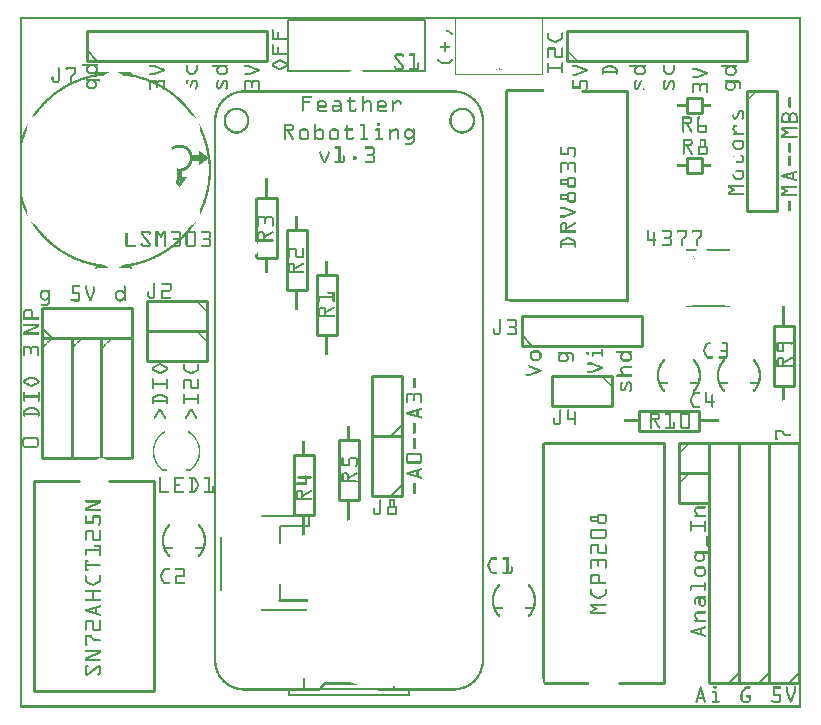
<source format=gto>
G04 MADE WITH FRITZING*
G04 WWW.FRITZING.ORG*
G04 DOUBLE SIDED*
G04 HOLES PLATED*
G04 CONTOUR ON CENTER OF CONTOUR VECTOR*
%ASAXBY*%
%FSLAX23Y23*%
%MOIN*%
%OFA0B0*%
%SFA1.0B1.0*%
%ADD10C,0.010000*%
%ADD11C,0.005000*%
%ADD12C,0.008000*%
%ADD13C,0.005189*%
%ADD14R,0.001000X0.001000*%
%LNSILK1*%
G90*
G70*
G54D10*
X223Y2157D02*
X823Y2157D01*
D02*
X823Y2157D02*
X823Y2257D01*
D02*
X823Y2257D02*
X223Y2257D01*
D02*
X223Y2257D02*
X223Y2157D01*
G54D11*
D02*
X258Y2157D02*
X223Y2192D01*
G54D12*
D02*
X372Y1467D02*
X372Y1470D01*
D02*
X254Y1467D02*
X254Y1470D01*
D02*
X372Y2115D02*
X372Y2117D01*
D02*
X254Y2115D02*
X254Y2117D01*
G54D10*
D02*
X2264Y924D02*
X2064Y924D01*
D02*
X2064Y924D02*
X2064Y990D01*
D02*
X2064Y990D02*
X2264Y990D01*
D02*
X2264Y990D02*
X2264Y924D01*
D02*
X2581Y1273D02*
X2581Y1073D01*
D02*
X2581Y1073D02*
X2515Y1073D01*
D02*
X2515Y1073D02*
X2515Y1273D01*
D02*
X2515Y1273D02*
X2581Y1273D01*
D02*
X2198Y782D02*
X2198Y682D01*
D02*
X2198Y682D02*
X2298Y682D01*
D02*
X2298Y682D02*
X2298Y782D01*
D02*
X2298Y782D02*
X2198Y782D01*
D02*
X2198Y882D02*
X2198Y782D01*
D02*
X2198Y782D02*
X2298Y782D01*
D02*
X2298Y782D02*
X2298Y882D01*
D02*
X2298Y882D02*
X2198Y882D01*
D02*
X2223Y1832D02*
X2273Y1832D01*
D02*
X2273Y1832D02*
X2273Y1782D01*
D02*
X2273Y1782D02*
X2223Y1782D01*
D02*
X2223Y1782D02*
X2223Y1832D01*
D02*
X2223Y2032D02*
X2273Y2032D01*
D02*
X2273Y2032D02*
X2273Y1982D01*
D02*
X2273Y1982D02*
X2223Y1982D01*
D02*
X2223Y1982D02*
X2223Y2032D01*
D02*
X1065Y692D02*
X1065Y892D01*
D02*
X1065Y892D02*
X1131Y892D01*
D02*
X1131Y892D02*
X1131Y692D01*
D02*
X1131Y692D02*
X1065Y692D01*
D02*
X915Y642D02*
X915Y842D01*
D02*
X915Y842D02*
X981Y842D01*
D02*
X981Y842D02*
X981Y642D01*
D02*
X981Y642D02*
X915Y642D01*
G54D12*
D02*
X894Y2293D02*
X894Y2122D01*
D02*
X1352Y2122D02*
X1352Y2293D01*
D02*
X1352Y2293D02*
X894Y2293D01*
G54D10*
D02*
X73Y1232D02*
X373Y1232D01*
D02*
X373Y1232D02*
X373Y1332D01*
D02*
X373Y1332D02*
X73Y1332D01*
D02*
X73Y1332D02*
X73Y1232D01*
G54D11*
D02*
X108Y1232D02*
X73Y1267D01*
G54D12*
D02*
X670Y394D02*
X670Y571D01*
D02*
X808Y640D02*
X965Y640D01*
D02*
X965Y640D02*
X965Y606D01*
D02*
X965Y606D02*
X867Y606D01*
D02*
X867Y606D02*
X867Y551D01*
D02*
X867Y413D02*
X867Y358D01*
G54D11*
D02*
X949Y98D02*
X949Y63D01*
D02*
X949Y63D02*
X1248Y63D01*
G54D12*
D02*
X1297Y43D02*
X1297Y57D01*
D02*
X899Y43D02*
X899Y57D01*
D02*
X1297Y43D02*
X899Y43D01*
G54D10*
D02*
X1273Y907D02*
X1273Y1107D01*
D02*
X1273Y1107D02*
X1173Y1107D01*
D02*
X1173Y1107D02*
X1173Y907D01*
D02*
X1173Y907D02*
X1273Y907D01*
G54D11*
D02*
X1273Y942D02*
X1238Y907D01*
G54D10*
D02*
X1273Y707D02*
X1273Y907D01*
D02*
X1273Y907D02*
X1173Y907D01*
D02*
X1173Y907D02*
X1173Y707D01*
D02*
X1173Y707D02*
X1273Y707D01*
G54D11*
D02*
X1273Y742D02*
X1238Y707D01*
G54D10*
D02*
X1973Y1107D02*
X1773Y1107D01*
D02*
X1773Y1107D02*
X1773Y1007D01*
D02*
X1773Y1007D02*
X1973Y1007D01*
D02*
X1973Y1007D02*
X1973Y1107D01*
D02*
X1823Y2157D02*
X2423Y2157D01*
D02*
X2423Y2157D02*
X2423Y2257D01*
D02*
X2423Y2257D02*
X1823Y2257D01*
D02*
X1823Y2257D02*
X1823Y2157D01*
D02*
X2598Y82D02*
X2598Y882D01*
D02*
X2598Y882D02*
X2498Y882D01*
D02*
X2498Y882D02*
X2498Y82D01*
D02*
X2498Y82D02*
X2598Y82D01*
G54D11*
D02*
X2598Y117D02*
X2563Y82D01*
G54D10*
D02*
X2498Y82D02*
X2498Y882D01*
D02*
X2498Y882D02*
X2398Y882D01*
D02*
X2398Y882D02*
X2398Y82D01*
D02*
X2398Y82D02*
X2498Y82D01*
G54D11*
D02*
X2498Y117D02*
X2463Y82D01*
G54D10*
D02*
X2398Y82D02*
X2398Y882D01*
D02*
X2398Y882D02*
X2298Y882D01*
D02*
X2298Y882D02*
X2298Y82D01*
D02*
X2298Y82D02*
X2398Y82D01*
G54D11*
D02*
X2398Y117D02*
X2363Y82D01*
G54D10*
D02*
X1673Y1207D02*
X2073Y1207D01*
D02*
X2073Y1207D02*
X2073Y1307D01*
D02*
X2073Y1307D02*
X1673Y1307D01*
D02*
X1673Y1307D02*
X1673Y1207D01*
G54D11*
D02*
X1708Y1207D02*
X1673Y1242D01*
G54D10*
D02*
X2423Y2057D02*
X2423Y1657D01*
D02*
X2423Y1657D02*
X2523Y1657D01*
D02*
X2523Y1657D02*
X2523Y2057D01*
D02*
X2523Y2057D02*
X2423Y2057D01*
D02*
X2023Y1357D02*
X2023Y2057D01*
D02*
X1873Y2057D02*
X2023Y2057D01*
D02*
X2148Y82D02*
X2148Y882D01*
D02*
X2148Y882D02*
X1748Y882D01*
D02*
X2148Y82D02*
X1998Y82D01*
D02*
X856Y1698D02*
X856Y1498D01*
D02*
X856Y1498D02*
X790Y1498D01*
D02*
X790Y1698D02*
X856Y1698D01*
D02*
X890Y1392D02*
X890Y1592D01*
D02*
X890Y1592D02*
X956Y1592D01*
D02*
X956Y1592D02*
X956Y1392D01*
D02*
X956Y1392D02*
X890Y1392D01*
D02*
X990Y1242D02*
X990Y1442D01*
D02*
X990Y1442D02*
X1056Y1442D01*
D02*
X1056Y1442D02*
X1056Y1242D01*
D02*
X1056Y1242D02*
X990Y1242D01*
D02*
X623Y1357D02*
X423Y1357D01*
D02*
X423Y1357D02*
X423Y1257D01*
D02*
X423Y1257D02*
X623Y1257D01*
D02*
X623Y1257D02*
X623Y1357D01*
D02*
X623Y1257D02*
X423Y1257D01*
D02*
X423Y1257D02*
X423Y1157D01*
D02*
X423Y1157D02*
X623Y1157D01*
D02*
X623Y1157D02*
X623Y1257D01*
D02*
X48Y757D02*
X48Y57D01*
D02*
X48Y57D02*
X448Y57D01*
D02*
X448Y57D02*
X448Y757D01*
D02*
X48Y757D02*
X198Y757D01*
D02*
X298Y757D02*
X448Y757D01*
D02*
X173Y1232D02*
X173Y832D01*
D02*
X273Y1232D02*
X173Y1232D01*
D02*
X73Y1232D02*
X73Y832D01*
D02*
X73Y832D02*
X173Y832D01*
D02*
X173Y832D02*
X173Y1232D01*
D02*
X173Y1232D02*
X73Y1232D01*
D02*
X373Y832D02*
X373Y1232D01*
D02*
X373Y1232D02*
X273Y1232D01*
G54D13*
G36*
X1548Y2290D02*
X1548Y2255D01*
G37*
D02*
G36*
X1565Y2273D02*
X1530Y2273D01*
G37*
D02*
G36*
X1665Y2273D02*
X1630Y2273D01*
G37*
D02*
G54D14*
X0Y2303D02*
X2605Y2303D01*
X0Y2302D02*
X2605Y2302D01*
X0Y2301D02*
X2605Y2301D01*
X0Y2300D02*
X2605Y2300D01*
X0Y2299D02*
X2605Y2299D01*
X0Y2298D02*
X2605Y2298D01*
X0Y2297D02*
X2605Y2297D01*
X0Y2296D02*
X2605Y2296D01*
X0Y2295D02*
X7Y2295D01*
X1451Y2295D02*
X1454Y2295D01*
X1741Y2295D02*
X1744Y2295D01*
X2598Y2295D02*
X2605Y2295D01*
X0Y2294D02*
X7Y2294D01*
X1451Y2294D02*
X1454Y2294D01*
X1741Y2294D02*
X1744Y2294D01*
X2598Y2294D02*
X2605Y2294D01*
X0Y2293D02*
X7Y2293D01*
X1451Y2293D02*
X1454Y2293D01*
X1741Y2293D02*
X1744Y2293D01*
X2598Y2293D02*
X2605Y2293D01*
X0Y2292D02*
X7Y2292D01*
X1451Y2292D02*
X1454Y2292D01*
X1741Y2292D02*
X1744Y2292D01*
X2598Y2292D02*
X2605Y2292D01*
X0Y2291D02*
X7Y2291D01*
X1451Y2291D02*
X1454Y2291D01*
X1741Y2291D02*
X1744Y2291D01*
X2598Y2291D02*
X2605Y2291D01*
X0Y2290D02*
X7Y2290D01*
X1451Y2290D02*
X1454Y2290D01*
X1741Y2290D02*
X1744Y2290D01*
X2598Y2290D02*
X2605Y2290D01*
X0Y2289D02*
X7Y2289D01*
X1451Y2289D02*
X1454Y2289D01*
X1741Y2289D02*
X1744Y2289D01*
X2598Y2289D02*
X2605Y2289D01*
X0Y2288D02*
X7Y2288D01*
X1451Y2288D02*
X1454Y2288D01*
X1741Y2288D02*
X1744Y2288D01*
X2598Y2288D02*
X2605Y2288D01*
X0Y2287D02*
X7Y2287D01*
X1451Y2287D02*
X1454Y2287D01*
X1741Y2287D02*
X1744Y2287D01*
X2598Y2287D02*
X2605Y2287D01*
X0Y2286D02*
X7Y2286D01*
X1451Y2286D02*
X1454Y2286D01*
X1741Y2286D02*
X1744Y2286D01*
X2598Y2286D02*
X2605Y2286D01*
X0Y2285D02*
X7Y2285D01*
X1451Y2285D02*
X1454Y2285D01*
X1741Y2285D02*
X1744Y2285D01*
X2598Y2285D02*
X2605Y2285D01*
X0Y2284D02*
X7Y2284D01*
X1451Y2284D02*
X1454Y2284D01*
X1741Y2284D02*
X1744Y2284D01*
X2598Y2284D02*
X2605Y2284D01*
X0Y2283D02*
X7Y2283D01*
X1451Y2283D02*
X1454Y2283D01*
X1741Y2283D02*
X1744Y2283D01*
X2598Y2283D02*
X2605Y2283D01*
X0Y2282D02*
X7Y2282D01*
X1451Y2282D02*
X1454Y2282D01*
X1741Y2282D02*
X1744Y2282D01*
X2598Y2282D02*
X2605Y2282D01*
X0Y2281D02*
X7Y2281D01*
X1451Y2281D02*
X1454Y2281D01*
X1741Y2281D02*
X1744Y2281D01*
X2598Y2281D02*
X2605Y2281D01*
X0Y2280D02*
X7Y2280D01*
X1451Y2280D02*
X1454Y2280D01*
X1741Y2280D02*
X1744Y2280D01*
X2598Y2280D02*
X2605Y2280D01*
X0Y2279D02*
X7Y2279D01*
X1451Y2279D02*
X1454Y2279D01*
X1741Y2279D02*
X1744Y2279D01*
X2598Y2279D02*
X2605Y2279D01*
X0Y2278D02*
X7Y2278D01*
X1451Y2278D02*
X1454Y2278D01*
X1741Y2278D02*
X1744Y2278D01*
X2598Y2278D02*
X2605Y2278D01*
X0Y2277D02*
X7Y2277D01*
X1451Y2277D02*
X1454Y2277D01*
X1741Y2277D02*
X1744Y2277D01*
X2598Y2277D02*
X2605Y2277D01*
X0Y2276D02*
X7Y2276D01*
X1451Y2276D02*
X1454Y2276D01*
X1741Y2276D02*
X1744Y2276D01*
X2598Y2276D02*
X2605Y2276D01*
X0Y2275D02*
X7Y2275D01*
X1451Y2275D02*
X1454Y2275D01*
X1741Y2275D02*
X1744Y2275D01*
X2598Y2275D02*
X2605Y2275D01*
X0Y2274D02*
X7Y2274D01*
X1451Y2274D02*
X1454Y2274D01*
X1741Y2274D02*
X1744Y2274D01*
X2598Y2274D02*
X2605Y2274D01*
X0Y2273D02*
X7Y2273D01*
X1451Y2273D02*
X1454Y2273D01*
X1741Y2273D02*
X1744Y2273D01*
X2598Y2273D02*
X2605Y2273D01*
X0Y2272D02*
X7Y2272D01*
X1451Y2272D02*
X1454Y2272D01*
X1741Y2272D02*
X1744Y2272D01*
X2598Y2272D02*
X2605Y2272D01*
X0Y2271D02*
X7Y2271D01*
X1451Y2271D02*
X1454Y2271D01*
X1741Y2271D02*
X1744Y2271D01*
X2598Y2271D02*
X2605Y2271D01*
X0Y2270D02*
X7Y2270D01*
X1451Y2270D02*
X1454Y2270D01*
X1741Y2270D02*
X1744Y2270D01*
X2598Y2270D02*
X2605Y2270D01*
X0Y2269D02*
X7Y2269D01*
X1451Y2269D02*
X1454Y2269D01*
X1741Y2269D02*
X1744Y2269D01*
X2598Y2269D02*
X2605Y2269D01*
X0Y2268D02*
X7Y2268D01*
X1451Y2268D02*
X1454Y2268D01*
X1741Y2268D02*
X1744Y2268D01*
X2598Y2268D02*
X2605Y2268D01*
X0Y2267D02*
X7Y2267D01*
X1451Y2267D02*
X1454Y2267D01*
X1741Y2267D02*
X1744Y2267D01*
X2598Y2267D02*
X2605Y2267D01*
X0Y2266D02*
X7Y2266D01*
X1451Y2266D02*
X1454Y2266D01*
X1741Y2266D02*
X1744Y2266D01*
X2598Y2266D02*
X2605Y2266D01*
X0Y2265D02*
X7Y2265D01*
X1451Y2265D02*
X1454Y2265D01*
X1741Y2265D02*
X1744Y2265D01*
X2598Y2265D02*
X2605Y2265D01*
X0Y2264D02*
X7Y2264D01*
X1451Y2264D02*
X1454Y2264D01*
X1741Y2264D02*
X1744Y2264D01*
X2598Y2264D02*
X2605Y2264D01*
X0Y2263D02*
X7Y2263D01*
X1451Y2263D02*
X1454Y2263D01*
X1741Y2263D02*
X1744Y2263D01*
X2598Y2263D02*
X2605Y2263D01*
X0Y2262D02*
X7Y2262D01*
X1451Y2262D02*
X1454Y2262D01*
X1741Y2262D02*
X1744Y2262D01*
X2598Y2262D02*
X2605Y2262D01*
X0Y2261D02*
X7Y2261D01*
X843Y2261D02*
X845Y2261D01*
X1451Y2261D02*
X1454Y2261D01*
X1741Y2261D02*
X1744Y2261D01*
X2598Y2261D02*
X2605Y2261D01*
X0Y2260D02*
X7Y2260D01*
X842Y2260D02*
X846Y2260D01*
X1451Y2260D02*
X1454Y2260D01*
X1741Y2260D02*
X1744Y2260D01*
X2598Y2260D02*
X2605Y2260D01*
X0Y2259D02*
X7Y2259D01*
X841Y2259D02*
X847Y2259D01*
X1423Y2259D02*
X1429Y2259D01*
X1451Y2259D02*
X1454Y2259D01*
X1741Y2259D02*
X1744Y2259D01*
X2598Y2259D02*
X2605Y2259D01*
X0Y2258D02*
X7Y2258D01*
X841Y2258D02*
X847Y2258D01*
X1423Y2258D02*
X1431Y2258D01*
X1451Y2258D02*
X1454Y2258D01*
X1741Y2258D02*
X1744Y2258D01*
X2598Y2258D02*
X2605Y2258D01*
X0Y2257D02*
X7Y2257D01*
X841Y2257D02*
X847Y2257D01*
X1423Y2257D02*
X1433Y2257D01*
X1451Y2257D02*
X1454Y2257D01*
X1741Y2257D02*
X1744Y2257D01*
X2598Y2257D02*
X2605Y2257D01*
X0Y2256D02*
X7Y2256D01*
X841Y2256D02*
X847Y2256D01*
X1423Y2256D02*
X1434Y2256D01*
X1451Y2256D02*
X1454Y2256D01*
X1741Y2256D02*
X1744Y2256D01*
X2598Y2256D02*
X2605Y2256D01*
X0Y2255D02*
X7Y2255D01*
X841Y2255D02*
X847Y2255D01*
X1423Y2255D02*
X1435Y2255D01*
X1451Y2255D02*
X1454Y2255D01*
X1741Y2255D02*
X1744Y2255D01*
X2598Y2255D02*
X2605Y2255D01*
X0Y2254D02*
X7Y2254D01*
X841Y2254D02*
X847Y2254D01*
X860Y2254D02*
X863Y2254D01*
X1422Y2254D02*
X1437Y2254D01*
X1451Y2254D02*
X1454Y2254D01*
X1741Y2254D02*
X1744Y2254D01*
X2598Y2254D02*
X2605Y2254D01*
X0Y2253D02*
X7Y2253D01*
X841Y2253D02*
X847Y2253D01*
X859Y2253D02*
X864Y2253D01*
X1422Y2253D02*
X1438Y2253D01*
X1451Y2253D02*
X1454Y2253D01*
X1741Y2253D02*
X1744Y2253D01*
X2598Y2253D02*
X2605Y2253D01*
X0Y2252D02*
X7Y2252D01*
X841Y2252D02*
X847Y2252D01*
X859Y2252D02*
X864Y2252D01*
X1428Y2252D02*
X1439Y2252D01*
X1451Y2252D02*
X1454Y2252D01*
X1741Y2252D02*
X1744Y2252D01*
X2598Y2252D02*
X2605Y2252D01*
X0Y2251D02*
X7Y2251D01*
X841Y2251D02*
X847Y2251D01*
X858Y2251D02*
X864Y2251D01*
X1430Y2251D02*
X1441Y2251D01*
X1451Y2251D02*
X1454Y2251D01*
X1741Y2251D02*
X1744Y2251D01*
X1760Y2251D02*
X1762Y2251D01*
X1807Y2251D02*
X1810Y2251D01*
X2598Y2251D02*
X2605Y2251D01*
X0Y2250D02*
X7Y2250D01*
X841Y2250D02*
X847Y2250D01*
X858Y2250D02*
X865Y2250D01*
X1431Y2250D02*
X1442Y2250D01*
X1451Y2250D02*
X1454Y2250D01*
X1741Y2250D02*
X1744Y2250D01*
X1759Y2250D02*
X1764Y2250D01*
X1806Y2250D02*
X1811Y2250D01*
X2598Y2250D02*
X2605Y2250D01*
X0Y2249D02*
X7Y2249D01*
X841Y2249D02*
X847Y2249D01*
X858Y2249D02*
X865Y2249D01*
X1433Y2249D02*
X1443Y2249D01*
X1451Y2249D02*
X1454Y2249D01*
X1741Y2249D02*
X1744Y2249D01*
X1758Y2249D02*
X1764Y2249D01*
X1806Y2249D02*
X1811Y2249D01*
X2598Y2249D02*
X2605Y2249D01*
X0Y2248D02*
X7Y2248D01*
X841Y2248D02*
X847Y2248D01*
X858Y2248D02*
X865Y2248D01*
X1434Y2248D02*
X1444Y2248D01*
X1451Y2248D02*
X1454Y2248D01*
X1741Y2248D02*
X1744Y2248D01*
X1758Y2248D02*
X1764Y2248D01*
X1805Y2248D02*
X1811Y2248D01*
X2598Y2248D02*
X2605Y2248D01*
X0Y2247D02*
X7Y2247D01*
X841Y2247D02*
X847Y2247D01*
X858Y2247D02*
X865Y2247D01*
X1435Y2247D02*
X1445Y2247D01*
X1451Y2247D02*
X1454Y2247D01*
X1741Y2247D02*
X1744Y2247D01*
X1758Y2247D02*
X1764Y2247D01*
X1805Y2247D02*
X1811Y2247D01*
X2598Y2247D02*
X2605Y2247D01*
X0Y2246D02*
X7Y2246D01*
X841Y2246D02*
X847Y2246D01*
X858Y2246D02*
X865Y2246D01*
X1436Y2246D02*
X1445Y2246D01*
X1451Y2246D02*
X1454Y2246D01*
X1741Y2246D02*
X1744Y2246D01*
X1758Y2246D02*
X1764Y2246D01*
X1805Y2246D02*
X1811Y2246D01*
X2598Y2246D02*
X2605Y2246D01*
X0Y2245D02*
X7Y2245D01*
X841Y2245D02*
X847Y2245D01*
X858Y2245D02*
X865Y2245D01*
X1438Y2245D02*
X1445Y2245D01*
X1451Y2245D02*
X1454Y2245D01*
X1741Y2245D02*
X1744Y2245D01*
X1758Y2245D02*
X1764Y2245D01*
X1805Y2245D02*
X1811Y2245D01*
X2598Y2245D02*
X2605Y2245D01*
X0Y2244D02*
X7Y2244D01*
X841Y2244D02*
X847Y2244D01*
X858Y2244D02*
X865Y2244D01*
X1439Y2244D02*
X1445Y2244D01*
X1451Y2244D02*
X1454Y2244D01*
X1741Y2244D02*
X1744Y2244D01*
X1758Y2244D02*
X1764Y2244D01*
X1805Y2244D02*
X1811Y2244D01*
X2598Y2244D02*
X2605Y2244D01*
X0Y2243D02*
X7Y2243D01*
X841Y2243D02*
X847Y2243D01*
X858Y2243D02*
X865Y2243D01*
X1440Y2243D02*
X1444Y2243D01*
X1451Y2243D02*
X1454Y2243D01*
X1741Y2243D02*
X1744Y2243D01*
X1758Y2243D02*
X1764Y2243D01*
X1805Y2243D02*
X1811Y2243D01*
X2598Y2243D02*
X2605Y2243D01*
X0Y2242D02*
X7Y2242D01*
X841Y2242D02*
X847Y2242D01*
X858Y2242D02*
X865Y2242D01*
X1451Y2242D02*
X1454Y2242D01*
X1741Y2242D02*
X1744Y2242D01*
X1758Y2242D02*
X1764Y2242D01*
X1805Y2242D02*
X1811Y2242D01*
X2598Y2242D02*
X2605Y2242D01*
X0Y2241D02*
X7Y2241D01*
X841Y2241D02*
X847Y2241D01*
X858Y2241D02*
X865Y2241D01*
X1451Y2241D02*
X1454Y2241D01*
X1741Y2241D02*
X1744Y2241D01*
X1758Y2241D02*
X1764Y2241D01*
X1805Y2241D02*
X1811Y2241D01*
X2598Y2241D02*
X2605Y2241D01*
X0Y2240D02*
X7Y2240D01*
X841Y2240D02*
X847Y2240D01*
X858Y2240D02*
X865Y2240D01*
X1451Y2240D02*
X1454Y2240D01*
X1741Y2240D02*
X1744Y2240D01*
X1758Y2240D02*
X1764Y2240D01*
X1805Y2240D02*
X1811Y2240D01*
X2598Y2240D02*
X2605Y2240D01*
X0Y2239D02*
X7Y2239D01*
X841Y2239D02*
X847Y2239D01*
X858Y2239D02*
X865Y2239D01*
X1451Y2239D02*
X1454Y2239D01*
X1741Y2239D02*
X1744Y2239D01*
X1758Y2239D02*
X1764Y2239D01*
X1805Y2239D02*
X1811Y2239D01*
X2598Y2239D02*
X2605Y2239D01*
X0Y2238D02*
X7Y2238D01*
X841Y2238D02*
X847Y2238D01*
X858Y2238D02*
X865Y2238D01*
X1451Y2238D02*
X1454Y2238D01*
X1741Y2238D02*
X1744Y2238D01*
X1758Y2238D02*
X1764Y2238D01*
X1805Y2238D02*
X1811Y2238D01*
X2598Y2238D02*
X2605Y2238D01*
X0Y2237D02*
X7Y2237D01*
X841Y2237D02*
X847Y2237D01*
X858Y2237D02*
X865Y2237D01*
X1451Y2237D02*
X1454Y2237D01*
X1741Y2237D02*
X1744Y2237D01*
X1758Y2237D02*
X1764Y2237D01*
X1805Y2237D02*
X1811Y2237D01*
X2598Y2237D02*
X2605Y2237D01*
X0Y2236D02*
X7Y2236D01*
X841Y2236D02*
X847Y2236D01*
X858Y2236D02*
X865Y2236D01*
X1451Y2236D02*
X1454Y2236D01*
X1741Y2236D02*
X1744Y2236D01*
X1758Y2236D02*
X1764Y2236D01*
X1805Y2236D02*
X1811Y2236D01*
X2598Y2236D02*
X2605Y2236D01*
X0Y2235D02*
X7Y2235D01*
X841Y2235D02*
X847Y2235D01*
X858Y2235D02*
X865Y2235D01*
X1451Y2235D02*
X1454Y2235D01*
X1741Y2235D02*
X1744Y2235D01*
X1758Y2235D02*
X1764Y2235D01*
X1805Y2235D02*
X1811Y2235D01*
X2598Y2235D02*
X2605Y2235D01*
X0Y2234D02*
X7Y2234D01*
X841Y2234D02*
X847Y2234D01*
X858Y2234D02*
X865Y2234D01*
X1451Y2234D02*
X1454Y2234D01*
X1741Y2234D02*
X1744Y2234D01*
X1758Y2234D02*
X1764Y2234D01*
X1805Y2234D02*
X1811Y2234D01*
X2598Y2234D02*
X2605Y2234D01*
X0Y2233D02*
X7Y2233D01*
X841Y2233D02*
X893Y2233D01*
X1451Y2233D02*
X1454Y2233D01*
X1741Y2233D02*
X1744Y2233D01*
X1758Y2233D02*
X1765Y2233D01*
X1805Y2233D02*
X1811Y2233D01*
X2598Y2233D02*
X2605Y2233D01*
X0Y2232D02*
X7Y2232D01*
X841Y2232D02*
X893Y2232D01*
X1451Y2232D02*
X1454Y2232D01*
X1741Y2232D02*
X1744Y2232D01*
X1759Y2232D02*
X1766Y2232D01*
X1803Y2232D02*
X1811Y2232D01*
X2598Y2232D02*
X2605Y2232D01*
X0Y2231D02*
X7Y2231D01*
X841Y2231D02*
X894Y2231D01*
X1451Y2231D02*
X1454Y2231D01*
X1741Y2231D02*
X1744Y2231D01*
X1759Y2231D02*
X1768Y2231D01*
X1801Y2231D02*
X1810Y2231D01*
X2598Y2231D02*
X2605Y2231D01*
X0Y2230D02*
X7Y2230D01*
X841Y2230D02*
X894Y2230D01*
X1451Y2230D02*
X1454Y2230D01*
X1741Y2230D02*
X1744Y2230D01*
X1760Y2230D02*
X1770Y2230D01*
X1799Y2230D02*
X1810Y2230D01*
X2598Y2230D02*
X2605Y2230D01*
X0Y2229D02*
X7Y2229D01*
X841Y2229D02*
X894Y2229D01*
X1451Y2229D02*
X1454Y2229D01*
X1741Y2229D02*
X1744Y2229D01*
X1760Y2229D02*
X1772Y2229D01*
X1797Y2229D02*
X1809Y2229D01*
X2598Y2229D02*
X2605Y2229D01*
X0Y2228D02*
X7Y2228D01*
X841Y2228D02*
X893Y2228D01*
X1451Y2228D02*
X1454Y2228D01*
X1741Y2228D02*
X1744Y2228D01*
X1761Y2228D02*
X1774Y2228D01*
X1795Y2228D02*
X1808Y2228D01*
X2598Y2228D02*
X2605Y2228D01*
X0Y2227D02*
X7Y2227D01*
X841Y2227D02*
X892Y2227D01*
X1451Y2227D02*
X1454Y2227D01*
X1741Y2227D02*
X1744Y2227D01*
X1762Y2227D02*
X1776Y2227D01*
X1793Y2227D02*
X1807Y2227D01*
X2598Y2227D02*
X2605Y2227D01*
X0Y2226D02*
X7Y2226D01*
X1451Y2226D02*
X1454Y2226D01*
X1741Y2226D02*
X1744Y2226D01*
X1763Y2226D02*
X1778Y2226D01*
X1791Y2226D02*
X1806Y2226D01*
X2598Y2226D02*
X2605Y2226D01*
X0Y2225D02*
X7Y2225D01*
X1451Y2225D02*
X1454Y2225D01*
X1741Y2225D02*
X1744Y2225D01*
X1765Y2225D02*
X1780Y2225D01*
X1789Y2225D02*
X1804Y2225D01*
X2598Y2225D02*
X2605Y2225D01*
X0Y2224D02*
X7Y2224D01*
X1451Y2224D02*
X1454Y2224D01*
X1741Y2224D02*
X1744Y2224D01*
X1767Y2224D02*
X1802Y2224D01*
X2598Y2224D02*
X2605Y2224D01*
X0Y2223D02*
X7Y2223D01*
X1451Y2223D02*
X1454Y2223D01*
X1741Y2223D02*
X1744Y2223D01*
X1769Y2223D02*
X1800Y2223D01*
X2598Y2223D02*
X2605Y2223D01*
X0Y2222D02*
X7Y2222D01*
X1451Y2222D02*
X1454Y2222D01*
X1741Y2222D02*
X1744Y2222D01*
X1771Y2222D02*
X1798Y2222D01*
X2598Y2222D02*
X2605Y2222D01*
X0Y2221D02*
X7Y2221D01*
X1451Y2221D02*
X1454Y2221D01*
X1741Y2221D02*
X1744Y2221D01*
X1773Y2221D02*
X1796Y2221D01*
X2598Y2221D02*
X2605Y2221D01*
X0Y2220D02*
X7Y2220D01*
X1451Y2220D02*
X1454Y2220D01*
X1741Y2220D02*
X1744Y2220D01*
X1775Y2220D02*
X1794Y2220D01*
X2598Y2220D02*
X2605Y2220D01*
X0Y2219D02*
X7Y2219D01*
X1417Y2219D02*
X1420Y2219D01*
X1451Y2219D02*
X1454Y2219D01*
X1741Y2219D02*
X1744Y2219D01*
X1777Y2219D02*
X1792Y2219D01*
X2598Y2219D02*
X2605Y2219D01*
X0Y2218D02*
X7Y2218D01*
X1416Y2218D02*
X1421Y2218D01*
X1451Y2218D02*
X1454Y2218D01*
X1741Y2218D02*
X1744Y2218D01*
X1780Y2218D02*
X1790Y2218D01*
X2598Y2218D02*
X2605Y2218D01*
X0Y2217D02*
X7Y2217D01*
X1416Y2217D02*
X1421Y2217D01*
X1451Y2217D02*
X1454Y2217D01*
X1741Y2217D02*
X1744Y2217D01*
X2598Y2217D02*
X2605Y2217D01*
X0Y2216D02*
X7Y2216D01*
X1415Y2216D02*
X1421Y2216D01*
X1451Y2216D02*
X1454Y2216D01*
X1741Y2216D02*
X1744Y2216D01*
X2598Y2216D02*
X2605Y2216D01*
X0Y2215D02*
X7Y2215D01*
X1415Y2215D02*
X1421Y2215D01*
X1451Y2215D02*
X1454Y2215D01*
X1741Y2215D02*
X1744Y2215D01*
X2598Y2215D02*
X2605Y2215D01*
X0Y2214D02*
X7Y2214D01*
X1415Y2214D02*
X1421Y2214D01*
X1451Y2214D02*
X1454Y2214D01*
X1741Y2214D02*
X1744Y2214D01*
X2598Y2214D02*
X2605Y2214D01*
X0Y2213D02*
X7Y2213D01*
X1415Y2213D02*
X1421Y2213D01*
X1451Y2213D02*
X1454Y2213D01*
X1741Y2213D02*
X1744Y2213D01*
X2598Y2213D02*
X2605Y2213D01*
X0Y2212D02*
X7Y2212D01*
X1415Y2212D02*
X1421Y2212D01*
X1451Y2212D02*
X1454Y2212D01*
X1741Y2212D02*
X1744Y2212D01*
X2598Y2212D02*
X2605Y2212D01*
X0Y2211D02*
X7Y2211D01*
X843Y2211D02*
X844Y2211D01*
X1415Y2211D02*
X1421Y2211D01*
X1451Y2211D02*
X1454Y2211D01*
X1741Y2211D02*
X1744Y2211D01*
X2598Y2211D02*
X2605Y2211D01*
X0Y2210D02*
X7Y2210D01*
X842Y2210D02*
X846Y2210D01*
X1415Y2210D02*
X1421Y2210D01*
X1451Y2210D02*
X1454Y2210D01*
X1741Y2210D02*
X1744Y2210D01*
X2598Y2210D02*
X2605Y2210D01*
X0Y2209D02*
X7Y2209D01*
X841Y2209D02*
X846Y2209D01*
X1415Y2209D02*
X1421Y2209D01*
X1451Y2209D02*
X1454Y2209D01*
X1741Y2209D02*
X1744Y2209D01*
X2598Y2209D02*
X2605Y2209D01*
X0Y2208D02*
X7Y2208D01*
X841Y2208D02*
X847Y2208D01*
X1415Y2208D02*
X1421Y2208D01*
X1451Y2208D02*
X1454Y2208D01*
X1741Y2208D02*
X1744Y2208D01*
X2598Y2208D02*
X2605Y2208D01*
X0Y2207D02*
X7Y2207D01*
X841Y2207D02*
X847Y2207D01*
X1415Y2207D02*
X1421Y2207D01*
X1451Y2207D02*
X1454Y2207D01*
X1741Y2207D02*
X1744Y2207D01*
X2598Y2207D02*
X2605Y2207D01*
X0Y2206D02*
X7Y2206D01*
X841Y2206D02*
X847Y2206D01*
X1415Y2206D02*
X1422Y2206D01*
X1451Y2206D02*
X1454Y2206D01*
X1741Y2206D02*
X1744Y2206D01*
X2598Y2206D02*
X2605Y2206D01*
X0Y2205D02*
X7Y2205D01*
X841Y2205D02*
X847Y2205D01*
X1403Y2205D02*
X1434Y2205D01*
X1451Y2205D02*
X1454Y2205D01*
X1741Y2205D02*
X1744Y2205D01*
X2598Y2205D02*
X2605Y2205D01*
X0Y2204D02*
X7Y2204D01*
X841Y2204D02*
X847Y2204D01*
X861Y2204D02*
X862Y2204D01*
X1402Y2204D02*
X1435Y2204D01*
X1451Y2204D02*
X1454Y2204D01*
X1741Y2204D02*
X1744Y2204D01*
X2598Y2204D02*
X2605Y2204D01*
X0Y2203D02*
X7Y2203D01*
X841Y2203D02*
X847Y2203D01*
X859Y2203D02*
X864Y2203D01*
X1402Y2203D02*
X1435Y2203D01*
X1451Y2203D02*
X1454Y2203D01*
X1741Y2203D02*
X1744Y2203D01*
X2598Y2203D02*
X2605Y2203D01*
X0Y2202D02*
X7Y2202D01*
X841Y2202D02*
X847Y2202D01*
X859Y2202D02*
X864Y2202D01*
X1402Y2202D02*
X1435Y2202D01*
X1451Y2202D02*
X1454Y2202D01*
X1741Y2202D02*
X1744Y2202D01*
X2598Y2202D02*
X2605Y2202D01*
X0Y2201D02*
X7Y2201D01*
X841Y2201D02*
X847Y2201D01*
X859Y2201D02*
X864Y2201D01*
X1402Y2201D02*
X1435Y2201D01*
X1451Y2201D02*
X1454Y2201D01*
X1741Y2201D02*
X1744Y2201D01*
X1763Y2201D02*
X1783Y2201D01*
X1807Y2201D02*
X1810Y2201D01*
X2598Y2201D02*
X2605Y2201D01*
X0Y2200D02*
X7Y2200D01*
X841Y2200D02*
X847Y2200D01*
X858Y2200D02*
X865Y2200D01*
X1403Y2200D02*
X1434Y2200D01*
X1451Y2200D02*
X1454Y2200D01*
X1741Y2200D02*
X1744Y2200D01*
X1761Y2200D02*
X1785Y2200D01*
X1806Y2200D02*
X1811Y2200D01*
X2598Y2200D02*
X2605Y2200D01*
X0Y2199D02*
X7Y2199D01*
X841Y2199D02*
X847Y2199D01*
X858Y2199D02*
X865Y2199D01*
X1405Y2199D02*
X1432Y2199D01*
X1451Y2199D02*
X1454Y2199D01*
X1741Y2199D02*
X1744Y2199D01*
X1760Y2199D02*
X1786Y2199D01*
X1806Y2199D02*
X1811Y2199D01*
X2598Y2199D02*
X2605Y2199D01*
X0Y2198D02*
X7Y2198D01*
X841Y2198D02*
X847Y2198D01*
X858Y2198D02*
X865Y2198D01*
X1415Y2198D02*
X1421Y2198D01*
X1451Y2198D02*
X1454Y2198D01*
X1741Y2198D02*
X1744Y2198D01*
X1759Y2198D02*
X1787Y2198D01*
X1805Y2198D02*
X1811Y2198D01*
X2598Y2198D02*
X2605Y2198D01*
X0Y2197D02*
X7Y2197D01*
X841Y2197D02*
X847Y2197D01*
X858Y2197D02*
X865Y2197D01*
X1415Y2197D02*
X1421Y2197D01*
X1451Y2197D02*
X1454Y2197D01*
X1741Y2197D02*
X1744Y2197D01*
X1759Y2197D02*
X1787Y2197D01*
X1805Y2197D02*
X1811Y2197D01*
X2598Y2197D02*
X2605Y2197D01*
X0Y2196D02*
X7Y2196D01*
X841Y2196D02*
X847Y2196D01*
X858Y2196D02*
X865Y2196D01*
X1415Y2196D02*
X1421Y2196D01*
X1451Y2196D02*
X1454Y2196D01*
X1741Y2196D02*
X1744Y2196D01*
X1758Y2196D02*
X1788Y2196D01*
X1805Y2196D02*
X1811Y2196D01*
X2598Y2196D02*
X2605Y2196D01*
X0Y2195D02*
X7Y2195D01*
X841Y2195D02*
X847Y2195D01*
X858Y2195D02*
X865Y2195D01*
X1415Y2195D02*
X1421Y2195D01*
X1451Y2195D02*
X1454Y2195D01*
X1741Y2195D02*
X1744Y2195D01*
X1758Y2195D02*
X1788Y2195D01*
X1805Y2195D02*
X1811Y2195D01*
X2598Y2195D02*
X2605Y2195D01*
X0Y2194D02*
X7Y2194D01*
X841Y2194D02*
X847Y2194D01*
X858Y2194D02*
X865Y2194D01*
X1415Y2194D02*
X1421Y2194D01*
X1451Y2194D02*
X1454Y2194D01*
X1741Y2194D02*
X1744Y2194D01*
X1758Y2194D02*
X1764Y2194D01*
X1782Y2194D02*
X1788Y2194D01*
X1805Y2194D02*
X1811Y2194D01*
X1824Y2194D02*
X1824Y2194D01*
X2598Y2194D02*
X2605Y2194D01*
X0Y2193D02*
X7Y2193D01*
X841Y2193D02*
X847Y2193D01*
X858Y2193D02*
X865Y2193D01*
X1415Y2193D02*
X1421Y2193D01*
X1451Y2193D02*
X1454Y2193D01*
X1741Y2193D02*
X1744Y2193D01*
X1758Y2193D02*
X1764Y2193D01*
X1782Y2193D02*
X1788Y2193D01*
X1805Y2193D02*
X1811Y2193D01*
X1823Y2193D02*
X1825Y2193D01*
X2598Y2193D02*
X2605Y2193D01*
X0Y2192D02*
X7Y2192D01*
X841Y2192D02*
X847Y2192D01*
X858Y2192D02*
X865Y2192D01*
X1415Y2192D02*
X1421Y2192D01*
X1451Y2192D02*
X1454Y2192D01*
X1741Y2192D02*
X1744Y2192D01*
X1758Y2192D02*
X1764Y2192D01*
X1782Y2192D02*
X1788Y2192D01*
X1805Y2192D02*
X1811Y2192D01*
X1822Y2192D02*
X1826Y2192D01*
X2598Y2192D02*
X2605Y2192D01*
X0Y2191D02*
X7Y2191D01*
X841Y2191D02*
X847Y2191D01*
X858Y2191D02*
X865Y2191D01*
X1415Y2191D02*
X1421Y2191D01*
X1451Y2191D02*
X1454Y2191D01*
X1741Y2191D02*
X1744Y2191D01*
X1758Y2191D02*
X1764Y2191D01*
X1782Y2191D02*
X1788Y2191D01*
X1805Y2191D02*
X1811Y2191D01*
X1821Y2191D02*
X1827Y2191D01*
X2598Y2191D02*
X2605Y2191D01*
X0Y2190D02*
X7Y2190D01*
X841Y2190D02*
X847Y2190D01*
X858Y2190D02*
X865Y2190D01*
X1415Y2190D02*
X1421Y2190D01*
X1451Y2190D02*
X1454Y2190D01*
X1741Y2190D02*
X1744Y2190D01*
X1758Y2190D02*
X1764Y2190D01*
X1782Y2190D02*
X1788Y2190D01*
X1805Y2190D02*
X1811Y2190D01*
X1822Y2190D02*
X1828Y2190D01*
X2598Y2190D02*
X2605Y2190D01*
X0Y2189D02*
X7Y2189D01*
X841Y2189D02*
X847Y2189D01*
X858Y2189D02*
X865Y2189D01*
X1415Y2189D02*
X1421Y2189D01*
X1451Y2189D02*
X1454Y2189D01*
X1741Y2189D02*
X1744Y2189D01*
X1758Y2189D02*
X1764Y2189D01*
X1782Y2189D02*
X1788Y2189D01*
X1805Y2189D02*
X1811Y2189D01*
X1823Y2189D02*
X1829Y2189D01*
X2598Y2189D02*
X2605Y2189D01*
X0Y2188D02*
X7Y2188D01*
X841Y2188D02*
X847Y2188D01*
X858Y2188D02*
X865Y2188D01*
X1416Y2188D02*
X1421Y2188D01*
X1451Y2188D02*
X1454Y2188D01*
X1741Y2188D02*
X1744Y2188D01*
X1758Y2188D02*
X1764Y2188D01*
X1782Y2188D02*
X1788Y2188D01*
X1805Y2188D02*
X1811Y2188D01*
X1824Y2188D02*
X1830Y2188D01*
X2598Y2188D02*
X2605Y2188D01*
X0Y2187D02*
X7Y2187D01*
X841Y2187D02*
X847Y2187D01*
X858Y2187D02*
X865Y2187D01*
X1416Y2187D02*
X1421Y2187D01*
X1451Y2187D02*
X1454Y2187D01*
X1741Y2187D02*
X1744Y2187D01*
X1758Y2187D02*
X1764Y2187D01*
X1782Y2187D02*
X1788Y2187D01*
X1805Y2187D02*
X1811Y2187D01*
X1825Y2187D02*
X1831Y2187D01*
X2598Y2187D02*
X2605Y2187D01*
X0Y2186D02*
X7Y2186D01*
X841Y2186D02*
X847Y2186D01*
X858Y2186D02*
X865Y2186D01*
X1417Y2186D02*
X1420Y2186D01*
X1451Y2186D02*
X1454Y2186D01*
X1741Y2186D02*
X1744Y2186D01*
X1758Y2186D02*
X1764Y2186D01*
X1782Y2186D02*
X1788Y2186D01*
X1805Y2186D02*
X1811Y2186D01*
X1826Y2186D02*
X1832Y2186D01*
X2598Y2186D02*
X2605Y2186D01*
X0Y2185D02*
X7Y2185D01*
X841Y2185D02*
X847Y2185D01*
X858Y2185D02*
X865Y2185D01*
X1451Y2185D02*
X1454Y2185D01*
X1741Y2185D02*
X1744Y2185D01*
X1758Y2185D02*
X1764Y2185D01*
X1782Y2185D02*
X1788Y2185D01*
X1805Y2185D02*
X1811Y2185D01*
X1827Y2185D02*
X1833Y2185D01*
X2598Y2185D02*
X2605Y2185D01*
X0Y2184D02*
X7Y2184D01*
X841Y2184D02*
X847Y2184D01*
X858Y2184D02*
X865Y2184D01*
X1451Y2184D02*
X1454Y2184D01*
X1741Y2184D02*
X1744Y2184D01*
X1758Y2184D02*
X1764Y2184D01*
X1782Y2184D02*
X1788Y2184D01*
X1805Y2184D02*
X1811Y2184D01*
X1828Y2184D02*
X1834Y2184D01*
X2598Y2184D02*
X2605Y2184D01*
X0Y2183D02*
X7Y2183D01*
X841Y2183D02*
X892Y2183D01*
X1451Y2183D02*
X1454Y2183D01*
X1741Y2183D02*
X1744Y2183D01*
X1758Y2183D02*
X1764Y2183D01*
X1782Y2183D02*
X1788Y2183D01*
X1805Y2183D02*
X1811Y2183D01*
X1829Y2183D02*
X1835Y2183D01*
X2598Y2183D02*
X2605Y2183D01*
X0Y2182D02*
X7Y2182D01*
X841Y2182D02*
X893Y2182D01*
X1451Y2182D02*
X1454Y2182D01*
X1741Y2182D02*
X1744Y2182D01*
X1758Y2182D02*
X1764Y2182D01*
X1782Y2182D02*
X1788Y2182D01*
X1805Y2182D02*
X1811Y2182D01*
X1830Y2182D02*
X1836Y2182D01*
X2598Y2182D02*
X2605Y2182D01*
X0Y2181D02*
X7Y2181D01*
X841Y2181D02*
X894Y2181D01*
X1255Y2181D02*
X1274Y2181D01*
X1300Y2181D02*
X1318Y2181D01*
X1451Y2181D02*
X1454Y2181D01*
X1741Y2181D02*
X1744Y2181D01*
X1758Y2181D02*
X1764Y2181D01*
X1782Y2181D02*
X1788Y2181D01*
X1805Y2181D02*
X1811Y2181D01*
X1831Y2181D02*
X1837Y2181D01*
X2598Y2181D02*
X2605Y2181D01*
X0Y2180D02*
X7Y2180D01*
X841Y2180D02*
X894Y2180D01*
X1255Y2180D02*
X1277Y2180D01*
X1299Y2180D02*
X1318Y2180D01*
X1451Y2180D02*
X1454Y2180D01*
X1741Y2180D02*
X1744Y2180D01*
X1758Y2180D02*
X1764Y2180D01*
X1782Y2180D02*
X1788Y2180D01*
X1805Y2180D02*
X1811Y2180D01*
X1832Y2180D02*
X1838Y2180D01*
X2598Y2180D02*
X2605Y2180D01*
X0Y2179D02*
X7Y2179D01*
X841Y2179D02*
X894Y2179D01*
X1254Y2179D02*
X1278Y2179D01*
X1298Y2179D02*
X1318Y2179D01*
X1451Y2179D02*
X1454Y2179D01*
X1741Y2179D02*
X1744Y2179D01*
X1758Y2179D02*
X1764Y2179D01*
X1782Y2179D02*
X1788Y2179D01*
X1805Y2179D02*
X1811Y2179D01*
X1833Y2179D02*
X1839Y2179D01*
X2598Y2179D02*
X2605Y2179D01*
X0Y2178D02*
X7Y2178D01*
X841Y2178D02*
X893Y2178D01*
X1253Y2178D02*
X1279Y2178D01*
X1298Y2178D02*
X1318Y2178D01*
X1451Y2178D02*
X1454Y2178D01*
X1741Y2178D02*
X1744Y2178D01*
X1758Y2178D02*
X1764Y2178D01*
X1782Y2178D02*
X1788Y2178D01*
X1805Y2178D02*
X1811Y2178D01*
X1834Y2178D02*
X1840Y2178D01*
X2598Y2178D02*
X2605Y2178D01*
X0Y2177D02*
X7Y2177D01*
X841Y2177D02*
X892Y2177D01*
X1252Y2177D02*
X1280Y2177D01*
X1298Y2177D02*
X1318Y2177D01*
X1451Y2177D02*
X1454Y2177D01*
X1741Y2177D02*
X1744Y2177D01*
X1758Y2177D02*
X1764Y2177D01*
X1782Y2177D02*
X1788Y2177D01*
X1805Y2177D02*
X1811Y2177D01*
X1835Y2177D02*
X1840Y2177D01*
X2598Y2177D02*
X2605Y2177D01*
X0Y2176D02*
X7Y2176D01*
X1251Y2176D02*
X1281Y2176D01*
X1299Y2176D02*
X1318Y2176D01*
X1451Y2176D02*
X1454Y2176D01*
X1741Y2176D02*
X1744Y2176D01*
X1758Y2176D02*
X1764Y2176D01*
X1782Y2176D02*
X1788Y2176D01*
X1805Y2176D02*
X1811Y2176D01*
X1836Y2176D02*
X1842Y2176D01*
X2598Y2176D02*
X2605Y2176D01*
X0Y2175D02*
X7Y2175D01*
X1249Y2175D02*
X1281Y2175D01*
X1299Y2175D02*
X1318Y2175D01*
X1451Y2175D02*
X1454Y2175D01*
X1741Y2175D02*
X1744Y2175D01*
X1758Y2175D02*
X1764Y2175D01*
X1782Y2175D02*
X1788Y2175D01*
X1805Y2175D02*
X1811Y2175D01*
X1837Y2175D02*
X1843Y2175D01*
X2598Y2175D02*
X2605Y2175D01*
X0Y2174D02*
X7Y2174D01*
X1248Y2174D02*
X1254Y2174D01*
X1274Y2174D02*
X1281Y2174D01*
X1312Y2174D02*
X1318Y2174D01*
X1451Y2174D02*
X1454Y2174D01*
X1741Y2174D02*
X1744Y2174D01*
X1758Y2174D02*
X1764Y2174D01*
X1782Y2174D02*
X1811Y2174D01*
X1838Y2174D02*
X1844Y2174D01*
X2598Y2174D02*
X2605Y2174D01*
X0Y2173D02*
X7Y2173D01*
X1248Y2173D02*
X1254Y2173D01*
X1275Y2173D02*
X1282Y2173D01*
X1312Y2173D02*
X1318Y2173D01*
X1451Y2173D02*
X1454Y2173D01*
X1741Y2173D02*
X1744Y2173D01*
X1758Y2173D02*
X1764Y2173D01*
X1782Y2173D02*
X1811Y2173D01*
X1839Y2173D02*
X1845Y2173D01*
X2598Y2173D02*
X2605Y2173D01*
X0Y2172D02*
X7Y2172D01*
X1248Y2172D02*
X1255Y2172D01*
X1276Y2172D02*
X1282Y2172D01*
X1312Y2172D02*
X1318Y2172D01*
X1451Y2172D02*
X1454Y2172D01*
X1741Y2172D02*
X1744Y2172D01*
X1758Y2172D02*
X1764Y2172D01*
X1782Y2172D02*
X1811Y2172D01*
X1840Y2172D02*
X1846Y2172D01*
X2598Y2172D02*
X2605Y2172D01*
X0Y2171D02*
X7Y2171D01*
X1248Y2171D02*
X1256Y2171D01*
X1276Y2171D02*
X1281Y2171D01*
X1312Y2171D02*
X1318Y2171D01*
X1451Y2171D02*
X1454Y2171D01*
X1741Y2171D02*
X1744Y2171D01*
X1758Y2171D02*
X1764Y2171D01*
X1782Y2171D02*
X1811Y2171D01*
X1841Y2171D02*
X1847Y2171D01*
X2598Y2171D02*
X2605Y2171D01*
X0Y2170D02*
X7Y2170D01*
X1249Y2170D02*
X1256Y2170D01*
X1276Y2170D02*
X1281Y2170D01*
X1312Y2170D02*
X1318Y2170D01*
X1451Y2170D02*
X1454Y2170D01*
X1741Y2170D02*
X1744Y2170D01*
X1758Y2170D02*
X1764Y2170D01*
X1783Y2170D02*
X1811Y2170D01*
X1842Y2170D02*
X1848Y2170D01*
X2598Y2170D02*
X2605Y2170D01*
X0Y2169D02*
X7Y2169D01*
X1249Y2169D02*
X1257Y2169D01*
X1277Y2169D02*
X1280Y2169D01*
X1312Y2169D02*
X1318Y2169D01*
X1451Y2169D02*
X1454Y2169D01*
X1741Y2169D02*
X1744Y2169D01*
X1759Y2169D02*
X1764Y2169D01*
X1784Y2169D02*
X1811Y2169D01*
X1843Y2169D02*
X1849Y2169D01*
X2598Y2169D02*
X2605Y2169D01*
X0Y2168D02*
X7Y2168D01*
X1250Y2168D02*
X1258Y2168D01*
X1312Y2168D02*
X1318Y2168D01*
X1451Y2168D02*
X1454Y2168D01*
X1741Y2168D02*
X1744Y2168D01*
X1759Y2168D02*
X1763Y2168D01*
X1785Y2168D02*
X1811Y2168D01*
X1844Y2168D02*
X1850Y2168D01*
X2598Y2168D02*
X2605Y2168D01*
X0Y2167D02*
X7Y2167D01*
X1251Y2167D02*
X1259Y2167D01*
X1312Y2167D02*
X1318Y2167D01*
X1451Y2167D02*
X1454Y2167D01*
X1741Y2167D02*
X1744Y2167D01*
X1789Y2167D02*
X1811Y2167D01*
X1845Y2167D02*
X1851Y2167D01*
X2598Y2167D02*
X2605Y2167D01*
X0Y2166D02*
X7Y2166D01*
X1252Y2166D02*
X1260Y2166D01*
X1312Y2166D02*
X1318Y2166D01*
X1451Y2166D02*
X1454Y2166D01*
X1741Y2166D02*
X1744Y2166D01*
X1846Y2166D02*
X1852Y2166D01*
X2598Y2166D02*
X2605Y2166D01*
X0Y2165D02*
X7Y2165D01*
X1252Y2165D02*
X1260Y2165D01*
X1312Y2165D02*
X1318Y2165D01*
X1451Y2165D02*
X1454Y2165D01*
X1741Y2165D02*
X1744Y2165D01*
X1847Y2165D02*
X1853Y2165D01*
X2598Y2165D02*
X2605Y2165D01*
X0Y2164D02*
X7Y2164D01*
X1253Y2164D02*
X1261Y2164D01*
X1312Y2164D02*
X1318Y2164D01*
X1451Y2164D02*
X1454Y2164D01*
X1741Y2164D02*
X1744Y2164D01*
X1848Y2164D02*
X1854Y2164D01*
X2598Y2164D02*
X2605Y2164D01*
X0Y2163D02*
X7Y2163D01*
X1254Y2163D02*
X1262Y2163D01*
X1312Y2163D02*
X1318Y2163D01*
X1451Y2163D02*
X1454Y2163D01*
X1741Y2163D02*
X1744Y2163D01*
X1849Y2163D02*
X1855Y2163D01*
X2598Y2163D02*
X2605Y2163D01*
X0Y2162D02*
X7Y2162D01*
X1255Y2162D02*
X1263Y2162D01*
X1312Y2162D02*
X1318Y2162D01*
X1393Y2162D02*
X1396Y2162D01*
X1441Y2162D02*
X1444Y2162D01*
X1451Y2162D02*
X1454Y2162D01*
X1741Y2162D02*
X1744Y2162D01*
X1850Y2162D02*
X1856Y2162D01*
X2598Y2162D02*
X2605Y2162D01*
X0Y2161D02*
X7Y2161D01*
X866Y2161D02*
X869Y2161D01*
X1255Y2161D02*
X1263Y2161D01*
X1312Y2161D02*
X1318Y2161D01*
X1392Y2161D02*
X1398Y2161D01*
X1439Y2161D02*
X1445Y2161D01*
X1451Y2161D02*
X1454Y2161D01*
X1741Y2161D02*
X1744Y2161D01*
X1851Y2161D02*
X1857Y2161D01*
X2598Y2161D02*
X2605Y2161D01*
X0Y2160D02*
X7Y2160D01*
X862Y2160D02*
X872Y2160D01*
X1256Y2160D02*
X1264Y2160D01*
X1312Y2160D02*
X1318Y2160D01*
X1392Y2160D02*
X1399Y2160D01*
X1438Y2160D02*
X1445Y2160D01*
X1451Y2160D02*
X1454Y2160D01*
X1741Y2160D02*
X1744Y2160D01*
X1852Y2160D02*
X1858Y2160D01*
X2598Y2160D02*
X2605Y2160D01*
X0Y2159D02*
X7Y2159D01*
X860Y2159D02*
X875Y2159D01*
X1257Y2159D02*
X1265Y2159D01*
X1312Y2159D02*
X1318Y2159D01*
X1392Y2159D02*
X1400Y2159D01*
X1437Y2159D02*
X1445Y2159D01*
X1451Y2159D02*
X1454Y2159D01*
X1741Y2159D02*
X1744Y2159D01*
X1853Y2159D02*
X1858Y2159D01*
X2598Y2159D02*
X2605Y2159D01*
X0Y2158D02*
X7Y2158D01*
X858Y2158D02*
X877Y2158D01*
X1258Y2158D02*
X1266Y2158D01*
X1312Y2158D02*
X1318Y2158D01*
X1392Y2158D02*
X1402Y2158D01*
X1435Y2158D02*
X1445Y2158D01*
X1451Y2158D02*
X1454Y2158D01*
X1741Y2158D02*
X1744Y2158D01*
X1854Y2158D02*
X1857Y2158D01*
X2598Y2158D02*
X2605Y2158D01*
X0Y2157D02*
X7Y2157D01*
X856Y2157D02*
X879Y2157D01*
X1259Y2157D02*
X1267Y2157D01*
X1312Y2157D02*
X1318Y2157D01*
X1393Y2157D02*
X1403Y2157D01*
X1434Y2157D02*
X1444Y2157D01*
X1451Y2157D02*
X1454Y2157D01*
X1741Y2157D02*
X1744Y2157D01*
X1855Y2157D02*
X1856Y2157D01*
X2598Y2157D02*
X2605Y2157D01*
X0Y2156D02*
X7Y2156D01*
X854Y2156D02*
X881Y2156D01*
X1259Y2156D02*
X1267Y2156D01*
X1312Y2156D02*
X1318Y2156D01*
X1394Y2156D02*
X1404Y2156D01*
X1433Y2156D02*
X1443Y2156D01*
X1451Y2156D02*
X1454Y2156D01*
X1741Y2156D02*
X1744Y2156D01*
X2598Y2156D02*
X2605Y2156D01*
X0Y2155D02*
X7Y2155D01*
X852Y2155D02*
X883Y2155D01*
X1260Y2155D02*
X1268Y2155D01*
X1312Y2155D02*
X1318Y2155D01*
X1395Y2155D02*
X1405Y2155D01*
X1432Y2155D02*
X1442Y2155D01*
X1451Y2155D02*
X1454Y2155D01*
X1741Y2155D02*
X1744Y2155D01*
X2598Y2155D02*
X2605Y2155D01*
X0Y2154D02*
X7Y2154D01*
X850Y2154D02*
X866Y2154D01*
X868Y2154D02*
X885Y2154D01*
X1261Y2154D02*
X1269Y2154D01*
X1312Y2154D02*
X1318Y2154D01*
X1396Y2154D02*
X1407Y2154D01*
X1430Y2154D02*
X1441Y2154D01*
X1451Y2154D02*
X1454Y2154D01*
X1741Y2154D02*
X1744Y2154D01*
X2598Y2154D02*
X2605Y2154D01*
X0Y2153D02*
X7Y2153D01*
X848Y2153D02*
X863Y2153D01*
X872Y2153D02*
X887Y2153D01*
X1262Y2153D02*
X1270Y2153D01*
X1312Y2153D02*
X1318Y2153D01*
X1398Y2153D02*
X1408Y2153D01*
X1429Y2153D02*
X1439Y2153D01*
X1451Y2153D02*
X1454Y2153D01*
X1741Y2153D02*
X1744Y2153D01*
X2598Y2153D02*
X2605Y2153D01*
X0Y2152D02*
X7Y2152D01*
X846Y2152D02*
X861Y2152D01*
X874Y2152D02*
X889Y2152D01*
X1262Y2152D02*
X1270Y2152D01*
X1312Y2152D02*
X1318Y2152D01*
X1399Y2152D02*
X1438Y2152D01*
X1451Y2152D02*
X1454Y2152D01*
X1741Y2152D02*
X1744Y2152D01*
X2598Y2152D02*
X2605Y2152D01*
X0Y2151D02*
X7Y2151D01*
X844Y2151D02*
X859Y2151D01*
X876Y2151D02*
X890Y2151D01*
X1263Y2151D02*
X1271Y2151D01*
X1312Y2151D02*
X1318Y2151D01*
X1327Y2151D02*
X1330Y2151D01*
X1400Y2151D02*
X1437Y2151D01*
X1451Y2151D02*
X1454Y2151D01*
X1741Y2151D02*
X1744Y2151D01*
X1760Y2151D02*
X1762Y2151D01*
X1807Y2151D02*
X1810Y2151D01*
X2598Y2151D02*
X2605Y2151D01*
X0Y2150D02*
X7Y2150D01*
X843Y2150D02*
X857Y2150D01*
X878Y2150D02*
X891Y2150D01*
X1264Y2150D02*
X1272Y2150D01*
X1312Y2150D02*
X1318Y2150D01*
X1326Y2150D02*
X1331Y2150D01*
X1401Y2150D02*
X1436Y2150D01*
X1451Y2150D02*
X1454Y2150D01*
X1741Y2150D02*
X1744Y2150D01*
X1759Y2150D02*
X1764Y2150D01*
X1806Y2150D02*
X1811Y2150D01*
X2598Y2150D02*
X2605Y2150D01*
X0Y2149D02*
X7Y2149D01*
X842Y2149D02*
X855Y2149D01*
X880Y2149D02*
X892Y2149D01*
X1265Y2149D02*
X1273Y2149D01*
X1312Y2149D02*
X1318Y2149D01*
X1326Y2149D02*
X1331Y2149D01*
X1403Y2149D02*
X1434Y2149D01*
X1451Y2149D02*
X1454Y2149D01*
X1741Y2149D02*
X1744Y2149D01*
X1758Y2149D02*
X1764Y2149D01*
X1806Y2149D02*
X1811Y2149D01*
X2598Y2149D02*
X2605Y2149D01*
X0Y2148D02*
X7Y2148D01*
X842Y2148D02*
X853Y2148D01*
X882Y2148D02*
X893Y2148D01*
X1266Y2148D02*
X1274Y2148D01*
X1312Y2148D02*
X1318Y2148D01*
X1326Y2148D02*
X1332Y2148D01*
X1404Y2148D02*
X1433Y2148D01*
X1451Y2148D02*
X1454Y2148D01*
X1741Y2148D02*
X1744Y2148D01*
X1758Y2148D02*
X1764Y2148D01*
X1805Y2148D02*
X1811Y2148D01*
X2598Y2148D02*
X2605Y2148D01*
X0Y2147D02*
X7Y2147D01*
X841Y2147D02*
X851Y2147D01*
X884Y2147D02*
X893Y2147D01*
X1266Y2147D02*
X1274Y2147D01*
X1312Y2147D02*
X1318Y2147D01*
X1326Y2147D02*
X1332Y2147D01*
X1406Y2147D02*
X1431Y2147D01*
X1451Y2147D02*
X1454Y2147D01*
X1741Y2147D02*
X1744Y2147D01*
X1758Y2147D02*
X1764Y2147D01*
X1805Y2147D02*
X1811Y2147D01*
X2598Y2147D02*
X2605Y2147D01*
X0Y2146D02*
X7Y2146D01*
X208Y2146D02*
X259Y2146D01*
X841Y2146D02*
X849Y2146D01*
X886Y2146D02*
X894Y2146D01*
X1267Y2146D02*
X1275Y2146D01*
X1312Y2146D02*
X1318Y2146D01*
X1326Y2146D02*
X1332Y2146D01*
X1408Y2146D02*
X1429Y2146D01*
X1451Y2146D02*
X1454Y2146D01*
X1741Y2146D02*
X1744Y2146D01*
X1758Y2146D02*
X1764Y2146D01*
X1805Y2146D02*
X1811Y2146D01*
X2598Y2146D02*
X2605Y2146D01*
X0Y2145D02*
X7Y2145D01*
X207Y2145D02*
X260Y2145D01*
X557Y2145D02*
X557Y2145D01*
X841Y2145D02*
X847Y2145D01*
X888Y2145D02*
X894Y2145D01*
X1268Y2145D02*
X1276Y2145D01*
X1312Y2145D02*
X1318Y2145D01*
X1326Y2145D02*
X1332Y2145D01*
X1451Y2145D02*
X1454Y2145D01*
X1741Y2145D02*
X1744Y2145D01*
X1758Y2145D02*
X1764Y2145D01*
X1805Y2145D02*
X1811Y2145D01*
X2598Y2145D02*
X2605Y2145D01*
X0Y2144D02*
X7Y2144D01*
X207Y2144D02*
X260Y2144D01*
X555Y2144D02*
X559Y2144D01*
X588Y2144D02*
X592Y2144D01*
X643Y2144D02*
X693Y2144D01*
X841Y2144D02*
X847Y2144D01*
X888Y2144D02*
X894Y2144D01*
X1269Y2144D02*
X1277Y2144D01*
X1312Y2144D02*
X1318Y2144D01*
X1326Y2144D02*
X1332Y2144D01*
X1451Y2144D02*
X1454Y2144D01*
X1741Y2144D02*
X1744Y2144D01*
X1758Y2144D02*
X1764Y2144D01*
X1805Y2144D02*
X1811Y2144D01*
X1965Y2144D02*
X1968Y2144D01*
X2598Y2144D02*
X2605Y2144D01*
X0Y2143D02*
X7Y2143D01*
X207Y2143D02*
X260Y2143D01*
X434Y2143D02*
X448Y2143D01*
X555Y2143D02*
X560Y2143D01*
X587Y2143D02*
X592Y2143D01*
X642Y2143D02*
X694Y2143D01*
X841Y2143D02*
X847Y2143D01*
X888Y2143D02*
X894Y2143D01*
X1269Y2143D02*
X1277Y2143D01*
X1312Y2143D02*
X1318Y2143D01*
X1326Y2143D02*
X1332Y2143D01*
X1451Y2143D02*
X1454Y2143D01*
X1741Y2143D02*
X1744Y2143D01*
X1758Y2143D02*
X1764Y2143D01*
X1805Y2143D02*
X1811Y2143D01*
X1961Y2143D02*
X1971Y2143D01*
X2035Y2143D02*
X2084Y2143D01*
X2146Y2143D02*
X2149Y2143D01*
X2179Y2143D02*
X2182Y2143D01*
X2598Y2143D02*
X2605Y2143D01*
X0Y2142D02*
X7Y2142D01*
X207Y2142D02*
X260Y2142D01*
X433Y2142D02*
X450Y2142D01*
X554Y2142D02*
X560Y2142D01*
X587Y2142D02*
X593Y2142D01*
X641Y2142D02*
X694Y2142D01*
X749Y2142D02*
X765Y2142D01*
X841Y2142D02*
X848Y2142D01*
X887Y2142D02*
X894Y2142D01*
X1270Y2142D02*
X1278Y2142D01*
X1312Y2142D02*
X1318Y2142D01*
X1326Y2142D02*
X1332Y2142D01*
X1451Y2142D02*
X1454Y2142D01*
X1741Y2142D02*
X1744Y2142D01*
X1758Y2142D02*
X1764Y2142D01*
X1805Y2142D02*
X1811Y2142D01*
X1843Y2142D02*
X1858Y2142D01*
X1959Y2142D02*
X1974Y2142D01*
X2034Y2142D02*
X2085Y2142D01*
X2145Y2142D02*
X2150Y2142D01*
X2178Y2142D02*
X2183Y2142D01*
X2339Y2142D02*
X2387Y2142D01*
X2598Y2142D02*
X2605Y2142D01*
X0Y2141D02*
X7Y2141D01*
X208Y2141D02*
X259Y2141D01*
X432Y2141D02*
X453Y2141D01*
X554Y2141D02*
X560Y2141D01*
X587Y2141D02*
X593Y2141D01*
X641Y2141D02*
X694Y2141D01*
X748Y2141D02*
X767Y2141D01*
X841Y2141D02*
X850Y2141D01*
X885Y2141D02*
X894Y2141D01*
X1271Y2141D02*
X1279Y2141D01*
X1312Y2141D02*
X1318Y2141D01*
X1326Y2141D02*
X1332Y2141D01*
X1451Y2141D02*
X1454Y2141D01*
X1741Y2141D02*
X1744Y2141D01*
X1758Y2141D02*
X1764Y2141D01*
X1805Y2141D02*
X1811Y2141D01*
X1842Y2141D02*
X1860Y2141D01*
X1957Y2141D02*
X1976Y2141D01*
X2033Y2141D02*
X2086Y2141D01*
X2145Y2141D02*
X2151Y2141D01*
X2177Y2141D02*
X2183Y2141D01*
X2338Y2141D02*
X2389Y2141D01*
X2598Y2141D02*
X2605Y2141D01*
X0Y2140D02*
X7Y2140D01*
X209Y2140D02*
X258Y2140D01*
X432Y2140D02*
X455Y2140D01*
X554Y2140D02*
X560Y2140D01*
X587Y2140D02*
X593Y2140D01*
X641Y2140D02*
X694Y2140D01*
X748Y2140D02*
X770Y2140D01*
X842Y2140D02*
X852Y2140D01*
X883Y2140D02*
X893Y2140D01*
X1272Y2140D02*
X1280Y2140D01*
X1312Y2140D02*
X1318Y2140D01*
X1326Y2140D02*
X1332Y2140D01*
X1451Y2140D02*
X1454Y2140D01*
X1741Y2140D02*
X1744Y2140D01*
X1758Y2140D02*
X1764Y2140D01*
X1805Y2140D02*
X1811Y2140D01*
X1841Y2140D02*
X1863Y2140D01*
X1955Y2140D02*
X1978Y2140D01*
X2033Y2140D02*
X2086Y2140D01*
X2145Y2140D02*
X2151Y2140D01*
X2177Y2140D02*
X2183Y2140D01*
X2337Y2140D02*
X2389Y2140D01*
X2598Y2140D02*
X2605Y2140D01*
X0Y2139D02*
X7Y2139D01*
X226Y2139D02*
X234Y2139D01*
X248Y2139D02*
X256Y2139D01*
X432Y2139D02*
X458Y2139D01*
X554Y2139D02*
X560Y2139D01*
X587Y2139D02*
X593Y2139D01*
X642Y2139D02*
X694Y2139D01*
X748Y2139D02*
X772Y2139D01*
X842Y2139D02*
X854Y2139D01*
X881Y2139D02*
X893Y2139D01*
X1249Y2139D02*
X1253Y2139D01*
X1273Y2139D02*
X1280Y2139D01*
X1312Y2139D02*
X1318Y2139D01*
X1326Y2139D02*
X1332Y2139D01*
X1451Y2139D02*
X1454Y2139D01*
X1741Y2139D02*
X1744Y2139D01*
X1758Y2139D02*
X1764Y2139D01*
X1805Y2139D02*
X1811Y2139D01*
X1841Y2139D02*
X1865Y2139D01*
X1953Y2139D02*
X1980Y2139D01*
X2033Y2139D02*
X2086Y2139D01*
X2145Y2139D02*
X2151Y2139D01*
X2177Y2139D02*
X2183Y2139D01*
X2337Y2139D02*
X2390Y2139D01*
X2598Y2139D02*
X2605Y2139D01*
X0Y2138D02*
X7Y2138D01*
X225Y2138D02*
X233Y2138D01*
X249Y2138D02*
X257Y2138D01*
X433Y2138D02*
X461Y2138D01*
X554Y2138D02*
X560Y2138D01*
X587Y2138D02*
X593Y2138D01*
X643Y2138D02*
X692Y2138D01*
X748Y2138D02*
X775Y2138D01*
X843Y2138D02*
X856Y2138D01*
X879Y2138D02*
X892Y2138D01*
X1248Y2138D02*
X1254Y2138D01*
X1273Y2138D02*
X1281Y2138D01*
X1312Y2138D02*
X1318Y2138D01*
X1326Y2138D02*
X1332Y2138D01*
X1451Y2138D02*
X1454Y2138D01*
X1741Y2138D02*
X1744Y2138D01*
X1758Y2138D02*
X1764Y2138D01*
X1805Y2138D02*
X1811Y2138D01*
X1841Y2138D02*
X1868Y2138D01*
X1951Y2138D02*
X1982Y2138D01*
X2033Y2138D02*
X2086Y2138D01*
X2145Y2138D02*
X2151Y2138D01*
X2177Y2138D02*
X2183Y2138D01*
X2337Y2138D02*
X2390Y2138D01*
X2598Y2138D02*
X2605Y2138D01*
X0Y2137D02*
X7Y2137D01*
X224Y2137D02*
X232Y2137D01*
X249Y2137D02*
X258Y2137D01*
X433Y2137D02*
X463Y2137D01*
X554Y2137D02*
X560Y2137D01*
X587Y2137D02*
X593Y2137D01*
X660Y2137D02*
X669Y2137D01*
X682Y2137D02*
X690Y2137D01*
X748Y2137D02*
X777Y2137D01*
X844Y2137D02*
X858Y2137D01*
X877Y2137D02*
X891Y2137D01*
X1248Y2137D02*
X1254Y2137D01*
X1274Y2137D02*
X1281Y2137D01*
X1312Y2137D02*
X1318Y2137D01*
X1326Y2137D02*
X1332Y2137D01*
X1451Y2137D02*
X1454Y2137D01*
X1741Y2137D02*
X1744Y2137D01*
X1758Y2137D02*
X1811Y2137D01*
X1842Y2137D02*
X1871Y2137D01*
X1949Y2137D02*
X1965Y2137D01*
X1968Y2137D02*
X1984Y2137D01*
X2034Y2137D02*
X2085Y2137D01*
X2145Y2137D02*
X2151Y2137D01*
X2177Y2137D02*
X2183Y2137D01*
X2337Y2137D02*
X2389Y2137D01*
X2598Y2137D02*
X2605Y2137D01*
X0Y2136D02*
X7Y2136D01*
X130Y2136D02*
X131Y2136D01*
X155Y2136D02*
X187Y2136D01*
X223Y2136D02*
X231Y2136D01*
X250Y2136D02*
X258Y2136D01*
X447Y2136D02*
X466Y2136D01*
X554Y2136D02*
X560Y2136D01*
X587Y2136D02*
X593Y2136D01*
X659Y2136D02*
X668Y2136D01*
X683Y2136D02*
X691Y2136D01*
X750Y2136D02*
X780Y2136D01*
X845Y2136D02*
X860Y2136D01*
X875Y2136D02*
X890Y2136D01*
X1248Y2136D02*
X1254Y2136D01*
X1275Y2136D02*
X1282Y2136D01*
X1312Y2136D02*
X1318Y2136D01*
X1326Y2136D02*
X1332Y2136D01*
X1451Y2136D02*
X1454Y2136D01*
X1741Y2136D02*
X1744Y2136D01*
X1758Y2136D02*
X1811Y2136D01*
X1843Y2136D02*
X1873Y2136D01*
X1947Y2136D02*
X1962Y2136D01*
X1971Y2136D02*
X1986Y2136D01*
X2052Y2136D02*
X2061Y2136D01*
X2073Y2136D02*
X2082Y2136D01*
X2145Y2136D02*
X2151Y2136D01*
X2177Y2136D02*
X2183Y2136D01*
X2338Y2136D02*
X2389Y2136D01*
X2598Y2136D02*
X2605Y2136D01*
X0Y2135D02*
X7Y2135D01*
X128Y2135D02*
X132Y2135D01*
X154Y2135D02*
X187Y2135D01*
X223Y2135D02*
X231Y2135D01*
X251Y2135D02*
X259Y2135D01*
X450Y2135D02*
X468Y2135D01*
X554Y2135D02*
X560Y2135D01*
X587Y2135D02*
X593Y2135D01*
X658Y2135D02*
X667Y2135D01*
X684Y2135D02*
X692Y2135D01*
X764Y2135D02*
X782Y2135D01*
X847Y2135D02*
X862Y2135D01*
X873Y2135D02*
X888Y2135D01*
X1248Y2135D02*
X1255Y2135D01*
X1275Y2135D02*
X1282Y2135D01*
X1312Y2135D02*
X1318Y2135D01*
X1326Y2135D02*
X1332Y2135D01*
X1451Y2135D02*
X1454Y2135D01*
X1741Y2135D02*
X1744Y2135D01*
X1758Y2135D02*
X1811Y2135D01*
X1857Y2135D02*
X1876Y2135D01*
X1945Y2135D02*
X1960Y2135D01*
X1973Y2135D02*
X1988Y2135D01*
X2051Y2135D02*
X2060Y2135D01*
X2074Y2135D02*
X2083Y2135D01*
X2145Y2135D02*
X2151Y2135D01*
X2177Y2135D02*
X2183Y2135D01*
X2355Y2135D02*
X2366Y2135D01*
X2376Y2135D02*
X2386Y2135D01*
X2598Y2135D02*
X2605Y2135D01*
X0Y2134D02*
X7Y2134D01*
X127Y2134D02*
X133Y2134D01*
X153Y2134D02*
X187Y2134D01*
X222Y2134D02*
X230Y2134D01*
X252Y2134D02*
X259Y2134D01*
X452Y2134D02*
X471Y2134D01*
X554Y2134D02*
X560Y2134D01*
X587Y2134D02*
X593Y2134D01*
X658Y2134D02*
X666Y2134D01*
X685Y2134D02*
X693Y2134D01*
X767Y2134D02*
X785Y2134D01*
X849Y2134D02*
X864Y2134D01*
X871Y2134D02*
X886Y2134D01*
X1248Y2134D02*
X1282Y2134D01*
X1301Y2134D02*
X1332Y2134D01*
X1451Y2134D02*
X1454Y2134D01*
X1594Y2134D02*
X1594Y2134D01*
X1599Y2134D02*
X1601Y2134D01*
X1741Y2134D02*
X1744Y2134D01*
X1758Y2134D02*
X1811Y2134D01*
X1860Y2134D02*
X1878Y2134D01*
X1944Y2134D02*
X1958Y2134D01*
X1975Y2134D02*
X1989Y2134D01*
X2050Y2134D02*
X2059Y2134D01*
X2075Y2134D02*
X2084Y2134D01*
X2145Y2134D02*
X2151Y2134D01*
X2177Y2134D02*
X2183Y2134D01*
X2355Y2134D02*
X2364Y2134D01*
X2378Y2134D02*
X2386Y2134D01*
X2598Y2134D02*
X2605Y2134D01*
X0Y2133D02*
X7Y2133D01*
X127Y2133D02*
X133Y2133D01*
X153Y2133D02*
X187Y2133D01*
X222Y2133D02*
X229Y2133D01*
X253Y2133D02*
X260Y2133D01*
X455Y2133D02*
X473Y2133D01*
X554Y2133D02*
X560Y2133D01*
X587Y2133D02*
X593Y2133D01*
X657Y2133D02*
X665Y2133D01*
X685Y2133D02*
X693Y2133D01*
X769Y2133D02*
X788Y2133D01*
X851Y2133D02*
X884Y2133D01*
X1249Y2133D02*
X1281Y2133D01*
X1299Y2133D02*
X1332Y2133D01*
X1451Y2133D02*
X1454Y2133D01*
X1587Y2133D02*
X1587Y2133D01*
X1599Y2133D02*
X1599Y2133D01*
X1602Y2133D02*
X1602Y2133D01*
X1741Y2133D02*
X1744Y2133D01*
X1758Y2133D02*
X1811Y2133D01*
X1862Y2133D02*
X1881Y2133D01*
X1943Y2133D02*
X1956Y2133D01*
X1977Y2133D02*
X1990Y2133D01*
X2050Y2133D02*
X2058Y2133D01*
X2076Y2133D02*
X2084Y2133D01*
X2145Y2133D02*
X2151Y2133D01*
X2177Y2133D02*
X2183Y2133D01*
X2354Y2133D02*
X2363Y2133D01*
X2379Y2133D02*
X2387Y2133D01*
X2598Y2133D02*
X2605Y2133D01*
X0Y2132D02*
X7Y2132D01*
X127Y2132D02*
X133Y2132D01*
X153Y2132D02*
X187Y2132D01*
X222Y2132D02*
X228Y2132D01*
X254Y2132D02*
X260Y2132D01*
X458Y2132D02*
X476Y2132D01*
X554Y2132D02*
X560Y2132D01*
X587Y2132D02*
X593Y2132D01*
X657Y2132D02*
X664Y2132D01*
X686Y2132D02*
X694Y2132D01*
X772Y2132D02*
X790Y2132D01*
X853Y2132D02*
X882Y2132D01*
X1249Y2132D02*
X1281Y2132D01*
X1298Y2132D02*
X1332Y2132D01*
X1451Y2132D02*
X1454Y2132D01*
X1587Y2132D02*
X1587Y2132D01*
X1594Y2132D02*
X1594Y2132D01*
X1599Y2132D02*
X1599Y2132D01*
X1602Y2132D02*
X1602Y2132D01*
X1606Y2132D02*
X1607Y2132D01*
X1741Y2132D02*
X1744Y2132D01*
X1758Y2132D02*
X1811Y2132D01*
X1865Y2132D02*
X1883Y2132D01*
X1942Y2132D02*
X1954Y2132D01*
X1979Y2132D02*
X1991Y2132D01*
X2049Y2132D02*
X2057Y2132D01*
X2077Y2132D02*
X2085Y2132D01*
X2145Y2132D02*
X2151Y2132D01*
X2177Y2132D02*
X2183Y2132D01*
X2243Y2132D02*
X2259Y2132D01*
X2353Y2132D02*
X2362Y2132D01*
X2379Y2132D02*
X2388Y2132D01*
X2598Y2132D02*
X2605Y2132D01*
X0Y2131D02*
X7Y2131D01*
X127Y2131D02*
X133Y2131D01*
X153Y2131D02*
X187Y2131D01*
X222Y2131D02*
X228Y2131D01*
X254Y2131D02*
X260Y2131D01*
X460Y2131D02*
X479Y2131D01*
X554Y2131D02*
X560Y2131D01*
X587Y2131D02*
X593Y2131D01*
X656Y2131D02*
X663Y2131D01*
X687Y2131D02*
X694Y2131D01*
X774Y2131D02*
X793Y2131D01*
X855Y2131D02*
X880Y2131D01*
X1250Y2131D02*
X1280Y2131D01*
X1298Y2131D02*
X1332Y2131D01*
X1451Y2131D02*
X1454Y2131D01*
X1587Y2131D02*
X1587Y2131D01*
X1599Y2131D02*
X1599Y2131D01*
X1602Y2131D02*
X1602Y2131D01*
X1605Y2131D02*
X1605Y2131D01*
X1608Y2131D02*
X1608Y2131D01*
X1741Y2131D02*
X1744Y2131D01*
X1758Y2131D02*
X1811Y2131D01*
X1868Y2131D02*
X1886Y2131D01*
X1941Y2131D02*
X1952Y2131D01*
X1981Y2131D02*
X1992Y2131D01*
X2049Y2131D02*
X2056Y2131D01*
X2078Y2131D02*
X2085Y2131D01*
X2145Y2131D02*
X2151Y2131D01*
X2177Y2131D02*
X2183Y2131D01*
X2242Y2131D02*
X2262Y2131D01*
X2353Y2131D02*
X2361Y2131D01*
X2380Y2131D02*
X2388Y2131D01*
X2598Y2131D02*
X2605Y2131D01*
X0Y2130D02*
X7Y2130D01*
X127Y2130D02*
X133Y2130D01*
X153Y2130D02*
X187Y2130D01*
X222Y2130D02*
X228Y2130D01*
X254Y2130D02*
X260Y2130D01*
X463Y2130D02*
X481Y2130D01*
X554Y2130D02*
X560Y2130D01*
X587Y2130D02*
X593Y2130D01*
X656Y2130D02*
X662Y2130D01*
X688Y2130D02*
X694Y2130D01*
X777Y2130D02*
X795Y2130D01*
X857Y2130D02*
X878Y2130D01*
X1251Y2130D02*
X1280Y2130D01*
X1298Y2130D02*
X1332Y2130D01*
X1451Y2130D02*
X1454Y2130D01*
X1587Y2130D02*
X1587Y2130D01*
X1599Y2130D02*
X1599Y2130D01*
X1605Y2130D02*
X1605Y2130D01*
X1608Y2130D02*
X1608Y2130D01*
X1741Y2130D02*
X1744Y2130D01*
X1758Y2130D02*
X1764Y2130D01*
X1805Y2130D02*
X1811Y2130D01*
X1870Y2130D02*
X1889Y2130D01*
X1941Y2130D02*
X1950Y2130D01*
X1983Y2130D02*
X1992Y2130D01*
X2048Y2130D02*
X2055Y2130D01*
X2078Y2130D02*
X2086Y2130D01*
X2145Y2130D02*
X2151Y2130D01*
X2177Y2130D02*
X2183Y2130D01*
X2242Y2130D02*
X2264Y2130D01*
X2352Y2130D02*
X2360Y2130D01*
X2381Y2130D02*
X2389Y2130D01*
X2598Y2130D02*
X2605Y2130D01*
X0Y2129D02*
X7Y2129D01*
X127Y2129D02*
X133Y2129D01*
X153Y2129D02*
X159Y2129D01*
X180Y2129D02*
X187Y2129D01*
X222Y2129D02*
X228Y2129D01*
X254Y2129D02*
X260Y2129D01*
X465Y2129D02*
X483Y2129D01*
X554Y2129D02*
X560Y2129D01*
X587Y2129D02*
X593Y2129D01*
X656Y2129D02*
X662Y2129D01*
X688Y2129D02*
X694Y2129D01*
X779Y2129D02*
X798Y2129D01*
X859Y2129D02*
X876Y2129D01*
X1252Y2129D02*
X1279Y2129D01*
X1299Y2129D02*
X1331Y2129D01*
X1451Y2129D02*
X1454Y2129D01*
X1587Y2129D02*
X1587Y2129D01*
X1599Y2129D02*
X1599Y2129D01*
X1605Y2129D02*
X1605Y2129D01*
X1608Y2129D02*
X1608Y2129D01*
X1741Y2129D02*
X1744Y2129D01*
X1758Y2129D02*
X1764Y2129D01*
X1805Y2129D02*
X1811Y2129D01*
X1873Y2129D02*
X1891Y2129D01*
X1940Y2129D02*
X1948Y2129D01*
X1985Y2129D02*
X1993Y2129D01*
X2048Y2129D02*
X2054Y2129D01*
X2079Y2129D02*
X2086Y2129D01*
X2145Y2129D02*
X2151Y2129D01*
X2177Y2129D02*
X2183Y2129D01*
X2242Y2129D02*
X2267Y2129D01*
X2352Y2129D02*
X2359Y2129D01*
X2382Y2129D02*
X2389Y2129D01*
X2598Y2129D02*
X2605Y2129D01*
X0Y2128D02*
X7Y2128D01*
X127Y2128D02*
X133Y2128D01*
X154Y2128D02*
X159Y2128D01*
X181Y2128D02*
X187Y2128D01*
X222Y2128D02*
X228Y2128D01*
X254Y2128D02*
X260Y2128D01*
X468Y2128D02*
X485Y2128D01*
X554Y2128D02*
X560Y2128D01*
X587Y2128D02*
X593Y2128D01*
X656Y2128D02*
X662Y2128D01*
X688Y2128D02*
X694Y2128D01*
X782Y2128D02*
X800Y2128D01*
X861Y2128D02*
X874Y2128D01*
X1253Y2128D02*
X1277Y2128D01*
X1299Y2128D02*
X1330Y2128D01*
X1451Y2128D02*
X1454Y2128D01*
X1587Y2128D02*
X1590Y2128D01*
X1594Y2128D02*
X1595Y2128D01*
X1599Y2128D02*
X1599Y2128D01*
X1606Y2128D02*
X1607Y2128D01*
X1741Y2128D02*
X1744Y2128D01*
X1758Y2128D02*
X1764Y2128D01*
X1805Y2128D02*
X1811Y2128D01*
X1875Y2128D02*
X1893Y2128D01*
X1940Y2128D02*
X1946Y2128D01*
X1986Y2128D02*
X1993Y2128D01*
X2048Y2128D02*
X2054Y2128D01*
X2080Y2128D02*
X2086Y2128D01*
X2145Y2128D02*
X2151Y2128D01*
X2177Y2128D02*
X2183Y2128D01*
X2242Y2128D02*
X2269Y2128D01*
X2352Y2128D02*
X2358Y2128D01*
X2383Y2128D02*
X2390Y2128D01*
X2598Y2128D02*
X2605Y2128D01*
X0Y2127D02*
X7Y2127D01*
X127Y2127D02*
X133Y2127D01*
X155Y2127D02*
X158Y2127D01*
X181Y2127D02*
X187Y2127D01*
X222Y2127D02*
X228Y2127D01*
X254Y2127D02*
X260Y2127D01*
X470Y2127D02*
X485Y2127D01*
X554Y2127D02*
X560Y2127D01*
X587Y2127D02*
X593Y2127D01*
X656Y2127D02*
X662Y2127D01*
X688Y2127D02*
X694Y2127D01*
X785Y2127D02*
X801Y2127D01*
X864Y2127D02*
X871Y2127D01*
X1451Y2127D02*
X1454Y2127D01*
X1741Y2127D02*
X1744Y2127D01*
X1758Y2127D02*
X1764Y2127D01*
X1805Y2127D02*
X1811Y2127D01*
X1878Y2127D02*
X1894Y2127D01*
X1940Y2127D02*
X1946Y2127D01*
X1987Y2127D02*
X1993Y2127D01*
X2048Y2127D02*
X2054Y2127D01*
X2080Y2127D02*
X2086Y2127D01*
X2145Y2127D02*
X2151Y2127D01*
X2177Y2127D02*
X2183Y2127D01*
X2243Y2127D02*
X2272Y2127D01*
X2351Y2127D02*
X2358Y2127D01*
X2383Y2127D02*
X2390Y2127D01*
X2598Y2127D02*
X2605Y2127D01*
X0Y2126D02*
X7Y2126D01*
X127Y2126D02*
X133Y2126D01*
X181Y2126D02*
X187Y2126D01*
X222Y2126D02*
X228Y2126D01*
X254Y2126D02*
X260Y2126D01*
X472Y2126D02*
X485Y2126D01*
X554Y2126D02*
X560Y2126D01*
X587Y2126D02*
X593Y2126D01*
X656Y2126D02*
X662Y2126D01*
X688Y2126D02*
X694Y2126D01*
X787Y2126D02*
X801Y2126D01*
X894Y2126D02*
X1106Y2126D01*
X1139Y2126D02*
X1351Y2126D01*
X1451Y2126D02*
X1454Y2126D01*
X1741Y2126D02*
X1744Y2126D01*
X1758Y2126D02*
X1764Y2126D01*
X1805Y2126D02*
X1811Y2126D01*
X1880Y2126D02*
X1894Y2126D01*
X1940Y2126D02*
X1946Y2126D01*
X1987Y2126D02*
X1993Y2126D01*
X2048Y2126D02*
X2054Y2126D01*
X2080Y2126D02*
X2086Y2126D01*
X2145Y2126D02*
X2151Y2126D01*
X2177Y2126D02*
X2183Y2126D01*
X2244Y2126D02*
X2274Y2126D01*
X2351Y2126D02*
X2357Y2126D01*
X2384Y2126D02*
X2390Y2126D01*
X2598Y2126D02*
X2605Y2126D01*
X0Y2125D02*
X7Y2125D01*
X127Y2125D02*
X133Y2125D01*
X181Y2125D02*
X187Y2125D01*
X222Y2125D02*
X228Y2125D01*
X254Y2125D02*
X260Y2125D01*
X471Y2125D02*
X485Y2125D01*
X554Y2125D02*
X561Y2125D01*
X586Y2125D02*
X593Y2125D01*
X656Y2125D02*
X662Y2125D01*
X688Y2125D02*
X694Y2125D01*
X788Y2125D02*
X801Y2125D01*
X892Y2125D02*
X1104Y2125D01*
X1141Y2125D02*
X1354Y2125D01*
X1451Y2125D02*
X1454Y2125D01*
X1741Y2125D02*
X1744Y2125D01*
X1758Y2125D02*
X1764Y2125D01*
X1805Y2125D02*
X1811Y2125D01*
X1882Y2125D02*
X1895Y2125D01*
X1940Y2125D02*
X1946Y2125D01*
X1987Y2125D02*
X1993Y2125D01*
X2048Y2125D02*
X2054Y2125D01*
X2080Y2125D02*
X2086Y2125D01*
X2145Y2125D02*
X2151Y2125D01*
X2177Y2125D02*
X2183Y2125D01*
X2259Y2125D02*
X2277Y2125D01*
X2351Y2125D02*
X2357Y2125D01*
X2384Y2125D02*
X2390Y2125D01*
X2598Y2125D02*
X2605Y2125D01*
X0Y2124D02*
X7Y2124D01*
X127Y2124D02*
X133Y2124D01*
X181Y2124D02*
X187Y2124D01*
X222Y2124D02*
X228Y2124D01*
X254Y2124D02*
X260Y2124D01*
X468Y2124D02*
X485Y2124D01*
X555Y2124D02*
X562Y2124D01*
X585Y2124D02*
X592Y2124D01*
X656Y2124D02*
X662Y2124D01*
X688Y2124D02*
X694Y2124D01*
X785Y2124D02*
X801Y2124D01*
X891Y2124D02*
X1104Y2124D01*
X1141Y2124D02*
X1354Y2124D01*
X1451Y2124D02*
X1454Y2124D01*
X1741Y2124D02*
X1744Y2124D01*
X1758Y2124D02*
X1764Y2124D01*
X1805Y2124D02*
X1811Y2124D01*
X1879Y2124D02*
X1894Y2124D01*
X1940Y2124D02*
X1946Y2124D01*
X1987Y2124D02*
X1993Y2124D01*
X2048Y2124D02*
X2054Y2124D01*
X2080Y2124D02*
X2086Y2124D01*
X2145Y2124D02*
X2151Y2124D01*
X2177Y2124D02*
X2183Y2124D01*
X2261Y2124D02*
X2279Y2124D01*
X2351Y2124D02*
X2357Y2124D01*
X2384Y2124D02*
X2390Y2124D01*
X2598Y2124D02*
X2605Y2124D01*
X0Y2123D02*
X7Y2123D01*
X127Y2123D02*
X133Y2123D01*
X181Y2123D02*
X187Y2123D01*
X222Y2123D02*
X228Y2123D01*
X253Y2123D02*
X260Y2123D01*
X465Y2123D02*
X484Y2123D01*
X555Y2123D02*
X562Y2123D01*
X584Y2123D02*
X592Y2123D01*
X656Y2123D02*
X662Y2123D01*
X688Y2123D02*
X694Y2123D01*
X783Y2123D02*
X800Y2123D01*
X890Y2123D02*
X1103Y2123D01*
X1142Y2123D02*
X1355Y2123D01*
X1451Y2123D02*
X1454Y2123D01*
X1741Y2123D02*
X1744Y2123D01*
X1758Y2123D02*
X1764Y2123D01*
X1805Y2123D02*
X1811Y2123D01*
X1877Y2123D02*
X1894Y2123D01*
X1940Y2123D02*
X1993Y2123D01*
X2048Y2123D02*
X2054Y2123D01*
X2080Y2123D02*
X2086Y2123D01*
X2145Y2123D02*
X2152Y2123D01*
X2176Y2123D02*
X2183Y2123D01*
X2264Y2123D02*
X2282Y2123D01*
X2351Y2123D02*
X2357Y2123D01*
X2384Y2123D02*
X2390Y2123D01*
X2598Y2123D02*
X2605Y2123D01*
X0Y2122D02*
X7Y2122D01*
X127Y2122D02*
X133Y2122D01*
X181Y2122D02*
X187Y2122D01*
X222Y2122D02*
X229Y2122D01*
X253Y2122D02*
X260Y2122D01*
X463Y2122D02*
X481Y2122D01*
X555Y2122D02*
X563Y2122D01*
X584Y2122D02*
X592Y2122D01*
X656Y2122D02*
X662Y2122D01*
X688Y2122D02*
X694Y2122D01*
X780Y2122D02*
X799Y2122D01*
X890Y2122D02*
X1102Y2122D01*
X1143Y2122D02*
X1355Y2122D01*
X1451Y2122D02*
X1454Y2122D01*
X1741Y2122D02*
X1744Y2122D01*
X1758Y2122D02*
X1764Y2122D01*
X1805Y2122D02*
X1811Y2122D01*
X1874Y2122D02*
X1893Y2122D01*
X1940Y2122D02*
X1993Y2122D01*
X2048Y2122D02*
X2054Y2122D01*
X2080Y2122D02*
X2086Y2122D01*
X2145Y2122D02*
X2152Y2122D01*
X2175Y2122D02*
X2183Y2122D01*
X2266Y2122D02*
X2285Y2122D01*
X2351Y2122D02*
X2357Y2122D01*
X2384Y2122D02*
X2390Y2122D01*
X2598Y2122D02*
X2605Y2122D01*
X0Y2121D02*
X7Y2121D01*
X127Y2121D02*
X133Y2121D01*
X181Y2121D02*
X187Y2121D01*
X222Y2121D02*
X230Y2121D01*
X252Y2121D02*
X259Y2121D01*
X460Y2121D02*
X479Y2121D01*
X556Y2121D02*
X564Y2121D01*
X583Y2121D02*
X591Y2121D01*
X656Y2121D02*
X663Y2121D01*
X688Y2121D02*
X694Y2121D01*
X777Y2121D02*
X796Y2121D01*
X890Y2121D02*
X1101Y2121D01*
X1144Y2121D02*
X1355Y2121D01*
X1451Y2121D02*
X1454Y2121D01*
X1741Y2121D02*
X1744Y2121D01*
X1758Y2121D02*
X1764Y2121D01*
X1805Y2121D02*
X1811Y2121D01*
X1871Y2121D02*
X1890Y2121D01*
X1940Y2121D02*
X1993Y2121D01*
X2048Y2121D02*
X2054Y2121D01*
X2080Y2121D02*
X2086Y2121D01*
X2146Y2121D02*
X2153Y2121D01*
X2175Y2121D02*
X2182Y2121D01*
X2269Y2121D02*
X2287Y2121D01*
X2351Y2121D02*
X2357Y2121D01*
X2384Y2121D02*
X2390Y2121D01*
X2598Y2121D02*
X2605Y2121D01*
X0Y2120D02*
X7Y2120D01*
X127Y2120D02*
X133Y2120D01*
X181Y2120D02*
X187Y2120D01*
X223Y2120D02*
X231Y2120D01*
X251Y2120D02*
X259Y2120D01*
X458Y2120D02*
X476Y2120D01*
X557Y2120D02*
X565Y2120D01*
X582Y2120D02*
X590Y2120D01*
X656Y2120D02*
X663Y2120D01*
X687Y2120D02*
X694Y2120D01*
X775Y2120D02*
X794Y2120D01*
X891Y2120D02*
X1101Y2120D01*
X1144Y2120D02*
X1354Y2120D01*
X1451Y2120D02*
X1454Y2120D01*
X1741Y2120D02*
X1744Y2120D01*
X1758Y2120D02*
X1764Y2120D01*
X1805Y2120D02*
X1811Y2120D01*
X1869Y2120D02*
X1888Y2120D01*
X1940Y2120D02*
X1993Y2120D01*
X2048Y2120D02*
X2054Y2120D01*
X2080Y2120D02*
X2086Y2120D01*
X2146Y2120D02*
X2154Y2120D01*
X2174Y2120D02*
X2182Y2120D01*
X2271Y2120D02*
X2290Y2120D01*
X2351Y2120D02*
X2357Y2120D01*
X2384Y2120D02*
X2390Y2120D01*
X2598Y2120D02*
X2605Y2120D01*
X0Y2119D02*
X7Y2119D01*
X127Y2119D02*
X133Y2119D01*
X181Y2119D02*
X187Y2119D01*
X224Y2119D02*
X300Y2119D01*
X325Y2119D02*
X371Y2119D01*
X455Y2119D02*
X474Y2119D01*
X557Y2119D02*
X566Y2119D01*
X581Y2119D02*
X589Y2119D01*
X657Y2119D02*
X664Y2119D01*
X686Y2119D02*
X694Y2119D01*
X772Y2119D02*
X791Y2119D01*
X892Y2119D02*
X1100Y2119D01*
X1145Y2119D02*
X1353Y2119D01*
X1451Y2119D02*
X1454Y2119D01*
X1741Y2119D02*
X1744Y2119D01*
X1759Y2119D02*
X1764Y2119D01*
X1806Y2119D02*
X1811Y2119D01*
X1866Y2119D02*
X1885Y2119D01*
X1940Y2119D02*
X1993Y2119D01*
X2048Y2119D02*
X2055Y2119D01*
X2079Y2119D02*
X2086Y2119D01*
X2147Y2119D02*
X2155Y2119D01*
X2173Y2119D02*
X2181Y2119D01*
X2274Y2119D02*
X2292Y2119D01*
X2351Y2119D02*
X2358Y2119D01*
X2383Y2119D02*
X2390Y2119D01*
X2598Y2119D02*
X2605Y2119D01*
X0Y2118D02*
X7Y2118D01*
X127Y2118D02*
X133Y2118D01*
X181Y2118D02*
X187Y2118D01*
X224Y2118D02*
X296Y2118D01*
X329Y2118D02*
X371Y2118D01*
X453Y2118D02*
X471Y2118D01*
X558Y2118D02*
X567Y2118D01*
X580Y2118D02*
X588Y2118D01*
X657Y2118D02*
X665Y2118D01*
X685Y2118D02*
X693Y2118D01*
X770Y2118D02*
X788Y2118D01*
X1451Y2118D02*
X1454Y2118D01*
X1741Y2118D02*
X1744Y2118D01*
X1759Y2118D02*
X1763Y2118D01*
X1806Y2118D02*
X1810Y2118D01*
X1864Y2118D02*
X1882Y2118D01*
X1940Y2118D02*
X1993Y2118D01*
X2048Y2118D02*
X2056Y2118D01*
X2078Y2118D02*
X2086Y2118D01*
X2147Y2118D02*
X2156Y2118D01*
X2172Y2118D02*
X2180Y2118D01*
X2276Y2118D02*
X2294Y2118D01*
X2352Y2118D02*
X2358Y2118D01*
X2383Y2118D02*
X2390Y2118D01*
X2598Y2118D02*
X2605Y2118D01*
X0Y2117D02*
X7Y2117D01*
X127Y2117D02*
X133Y2117D01*
X181Y2117D02*
X187Y2117D01*
X225Y2117D02*
X294Y2117D01*
X332Y2117D02*
X371Y2117D01*
X450Y2117D02*
X469Y2117D01*
X559Y2117D02*
X588Y2117D01*
X658Y2117D02*
X693Y2117D01*
X767Y2117D02*
X786Y2117D01*
X1451Y2117D02*
X1454Y2117D01*
X1741Y2117D02*
X1744Y2117D01*
X1861Y2117D02*
X1880Y2117D01*
X1940Y2117D02*
X1993Y2117D01*
X2049Y2117D02*
X2056Y2117D01*
X2077Y2117D02*
X2085Y2117D01*
X2148Y2117D02*
X2157Y2117D01*
X2171Y2117D02*
X2179Y2117D01*
X2279Y2117D02*
X2295Y2117D01*
X2352Y2117D02*
X2359Y2117D01*
X2382Y2117D02*
X2389Y2117D01*
X2598Y2117D02*
X2605Y2117D01*
X0Y2116D02*
X7Y2116D01*
X127Y2116D02*
X133Y2116D01*
X180Y2116D02*
X187Y2116D01*
X226Y2116D02*
X292Y2116D01*
X334Y2116D02*
X371Y2116D01*
X448Y2116D02*
X466Y2116D01*
X560Y2116D02*
X587Y2116D01*
X659Y2116D02*
X692Y2116D01*
X765Y2116D02*
X783Y2116D01*
X1451Y2116D02*
X1454Y2116D01*
X1741Y2116D02*
X1744Y2116D01*
X1859Y2116D02*
X1877Y2116D01*
X1940Y2116D02*
X1946Y2116D01*
X1987Y2116D02*
X1993Y2116D01*
X2049Y2116D02*
X2058Y2116D01*
X2076Y2116D02*
X2085Y2116D01*
X2149Y2116D02*
X2159Y2116D01*
X2169Y2116D02*
X2179Y2116D01*
X2282Y2116D02*
X2295Y2116D01*
X2352Y2116D02*
X2360Y2116D01*
X2381Y2116D02*
X2389Y2116D01*
X2598Y2116D02*
X2605Y2116D01*
X0Y2115D02*
X7Y2115D01*
X127Y2115D02*
X133Y2115D01*
X179Y2115D02*
X187Y2115D01*
X227Y2115D02*
X290Y2115D01*
X336Y2115D02*
X371Y2115D01*
X434Y2115D02*
X463Y2115D01*
X561Y2115D02*
X586Y2115D01*
X659Y2115D02*
X691Y2115D01*
X751Y2115D02*
X781Y2115D01*
X1451Y2115D02*
X1455Y2115D01*
X1741Y2115D02*
X1744Y2115D01*
X1856Y2115D02*
X1875Y2115D01*
X1940Y2115D02*
X1946Y2115D01*
X1987Y2115D02*
X1993Y2115D01*
X2050Y2115D02*
X2084Y2115D01*
X2150Y2115D02*
X2178Y2115D01*
X2282Y2115D02*
X2295Y2115D01*
X2353Y2115D02*
X2361Y2115D01*
X2380Y2115D02*
X2388Y2115D01*
X2598Y2115D02*
X2605Y2115D01*
X0Y2114D02*
X7Y2114D01*
X127Y2114D02*
X133Y2114D01*
X178Y2114D02*
X186Y2114D01*
X228Y2114D02*
X288Y2114D01*
X337Y2114D02*
X371Y2114D01*
X433Y2114D02*
X461Y2114D01*
X562Y2114D02*
X585Y2114D01*
X660Y2114D02*
X690Y2114D01*
X749Y2114D02*
X778Y2114D01*
X1451Y2114D02*
X1744Y2114D01*
X1843Y2114D02*
X1872Y2114D01*
X1940Y2114D02*
X1946Y2114D01*
X1987Y2114D02*
X1993Y2114D01*
X2051Y2114D02*
X2083Y2114D01*
X2151Y2114D02*
X2177Y2114D01*
X2279Y2114D02*
X2295Y2114D01*
X2353Y2114D02*
X2388Y2114D01*
X2598Y2114D02*
X2605Y2114D01*
X0Y2113D02*
X7Y2113D01*
X127Y2113D02*
X133Y2113D01*
X176Y2113D02*
X186Y2113D01*
X230Y2113D02*
X252Y2113D01*
X254Y2113D02*
X286Y2113D01*
X339Y2113D02*
X371Y2113D01*
X432Y2113D02*
X458Y2113D01*
X563Y2113D02*
X584Y2113D01*
X661Y2113D02*
X689Y2113D01*
X748Y2113D02*
X776Y2113D01*
X1451Y2113D02*
X1744Y2113D01*
X1842Y2113D02*
X1870Y2113D01*
X1940Y2113D02*
X1946Y2113D01*
X1987Y2113D02*
X1993Y2113D01*
X2052Y2113D02*
X2082Y2113D01*
X2152Y2113D02*
X2176Y2113D01*
X2277Y2113D02*
X2294Y2113D01*
X2354Y2113D02*
X2387Y2113D01*
X2598Y2113D02*
X2605Y2113D01*
X0Y2112D02*
X7Y2112D01*
X127Y2112D02*
X133Y2112D01*
X175Y2112D02*
X185Y2112D01*
X253Y2112D02*
X285Y2112D01*
X341Y2112D02*
X372Y2112D01*
X432Y2112D02*
X456Y2112D01*
X564Y2112D02*
X583Y2112D01*
X663Y2112D02*
X688Y2112D01*
X748Y2112D02*
X773Y2112D01*
X1451Y2112D02*
X1744Y2112D01*
X1841Y2112D02*
X1867Y2112D01*
X1940Y2112D02*
X1946Y2112D01*
X1987Y2112D02*
X1993Y2112D01*
X2053Y2112D02*
X2081Y2112D01*
X2153Y2112D02*
X2175Y2112D01*
X2274Y2112D02*
X2293Y2112D01*
X2355Y2112D02*
X2386Y2112D01*
X2598Y2112D02*
X2605Y2112D01*
X0Y2111D02*
X7Y2111D01*
X127Y2111D02*
X133Y2111D01*
X174Y2111D02*
X184Y2111D01*
X247Y2111D02*
X283Y2111D01*
X342Y2111D02*
X378Y2111D01*
X432Y2111D02*
X453Y2111D01*
X566Y2111D02*
X581Y2111D01*
X664Y2111D02*
X686Y2111D01*
X748Y2111D02*
X770Y2111D01*
X1451Y2111D02*
X1744Y2111D01*
X1841Y2111D02*
X1864Y2111D01*
X1940Y2111D02*
X1945Y2111D01*
X1988Y2111D02*
X1992Y2111D01*
X2054Y2111D02*
X2080Y2111D01*
X2154Y2111D02*
X2174Y2111D01*
X2272Y2111D02*
X2290Y2111D01*
X2356Y2111D02*
X2385Y2111D01*
X2598Y2111D02*
X2605Y2111D01*
X0Y2110D02*
X7Y2110D01*
X127Y2110D02*
X133Y2110D01*
X173Y2110D02*
X183Y2110D01*
X243Y2110D02*
X282Y2110D01*
X343Y2110D02*
X382Y2110D01*
X433Y2110D02*
X451Y2110D01*
X748Y2110D02*
X768Y2110D01*
X1842Y2110D02*
X1862Y2110D01*
X1941Y2110D02*
X1944Y2110D01*
X1989Y2110D02*
X1991Y2110D01*
X2055Y2110D02*
X2079Y2110D01*
X2156Y2110D02*
X2172Y2110D01*
X2269Y2110D02*
X2288Y2110D01*
X2357Y2110D02*
X2384Y2110D01*
X2598Y2110D02*
X2605Y2110D01*
X0Y2109D02*
X7Y2109D01*
X127Y2109D02*
X133Y2109D01*
X172Y2109D02*
X181Y2109D01*
X239Y2109D02*
X281Y2109D01*
X344Y2109D02*
X386Y2109D01*
X434Y2109D02*
X448Y2109D01*
X749Y2109D02*
X765Y2109D01*
X1842Y2109D02*
X1859Y2109D01*
X2057Y2109D02*
X2076Y2109D01*
X2159Y2109D02*
X2168Y2109D01*
X2266Y2109D02*
X2285Y2109D01*
X2358Y2109D02*
X2383Y2109D01*
X2598Y2109D02*
X2605Y2109D01*
X0Y2108D02*
X7Y2108D01*
X127Y2108D02*
X133Y2108D01*
X170Y2108D02*
X180Y2108D01*
X234Y2108D02*
X279Y2108D01*
X346Y2108D02*
X391Y2108D01*
X1844Y2108D02*
X1857Y2108D01*
X2264Y2108D02*
X2282Y2108D01*
X2360Y2108D02*
X2381Y2108D01*
X2598Y2108D02*
X2605Y2108D01*
X0Y2107D02*
X7Y2107D01*
X127Y2107D02*
X133Y2107D01*
X169Y2107D02*
X179Y2107D01*
X230Y2107D02*
X271Y2107D01*
X354Y2107D02*
X395Y2107D01*
X2261Y2107D02*
X2280Y2107D01*
X2598Y2107D02*
X2605Y2107D01*
X0Y2106D02*
X7Y2106D01*
X108Y2106D02*
X111Y2106D01*
X127Y2106D02*
X133Y2106D01*
X168Y2106D02*
X178Y2106D01*
X227Y2106D02*
X263Y2106D01*
X362Y2106D02*
X398Y2106D01*
X2259Y2106D02*
X2277Y2106D01*
X2598Y2106D02*
X2605Y2106D01*
X0Y2105D02*
X7Y2105D01*
X107Y2105D02*
X112Y2105D01*
X127Y2105D02*
X133Y2105D01*
X167Y2105D02*
X177Y2105D01*
X223Y2105D02*
X258Y2105D01*
X367Y2105D02*
X402Y2105D01*
X2245Y2105D02*
X2275Y2105D01*
X2598Y2105D02*
X2605Y2105D01*
X0Y2104D02*
X7Y2104D01*
X107Y2104D02*
X112Y2104D01*
X127Y2104D02*
X133Y2104D01*
X167Y2104D02*
X176Y2104D01*
X220Y2104D02*
X252Y2104D01*
X373Y2104D02*
X405Y2104D01*
X2243Y2104D02*
X2272Y2104D01*
X2598Y2104D02*
X2605Y2104D01*
X0Y2103D02*
X7Y2103D01*
X107Y2103D02*
X113Y2103D01*
X127Y2103D02*
X133Y2103D01*
X167Y2103D02*
X174Y2103D01*
X216Y2103D02*
X247Y2103D01*
X378Y2103D02*
X409Y2103D01*
X2242Y2103D02*
X2270Y2103D01*
X2598Y2103D02*
X2605Y2103D01*
X0Y2102D02*
X7Y2102D01*
X106Y2102D02*
X113Y2102D01*
X127Y2102D02*
X133Y2102D01*
X167Y2102D02*
X173Y2102D01*
X214Y2102D02*
X243Y2102D01*
X383Y2102D02*
X412Y2102D01*
X2242Y2102D02*
X2267Y2102D01*
X2598Y2102D02*
X2605Y2102D01*
X0Y2101D02*
X7Y2101D01*
X106Y2101D02*
X113Y2101D01*
X127Y2101D02*
X133Y2101D01*
X167Y2101D02*
X173Y2101D01*
X211Y2101D02*
X238Y2101D01*
X387Y2101D02*
X415Y2101D01*
X2242Y2101D02*
X2264Y2101D01*
X2598Y2101D02*
X2605Y2101D01*
X0Y2100D02*
X7Y2100D01*
X106Y2100D02*
X113Y2100D01*
X127Y2100D02*
X133Y2100D01*
X167Y2100D02*
X173Y2100D01*
X208Y2100D02*
X234Y2100D01*
X391Y2100D02*
X418Y2100D01*
X2242Y2100D02*
X2262Y2100D01*
X2598Y2100D02*
X2605Y2100D01*
X0Y2099D02*
X7Y2099D01*
X106Y2099D02*
X113Y2099D01*
X127Y2099D02*
X133Y2099D01*
X167Y2099D02*
X173Y2099D01*
X205Y2099D02*
X230Y2099D01*
X395Y2099D02*
X421Y2099D01*
X2243Y2099D02*
X2259Y2099D01*
X2598Y2099D02*
X2605Y2099D01*
X0Y2098D02*
X7Y2098D01*
X106Y2098D02*
X113Y2098D01*
X127Y2098D02*
X133Y2098D01*
X167Y2098D02*
X173Y2098D01*
X202Y2098D02*
X227Y2098D01*
X399Y2098D02*
X424Y2098D01*
X2598Y2098D02*
X2605Y2098D01*
X0Y2097D02*
X7Y2097D01*
X106Y2097D02*
X113Y2097D01*
X127Y2097D02*
X133Y2097D01*
X167Y2097D02*
X173Y2097D01*
X199Y2097D02*
X223Y2097D01*
X402Y2097D02*
X426Y2097D01*
X2598Y2097D02*
X2605Y2097D01*
X0Y2096D02*
X7Y2096D01*
X106Y2096D02*
X113Y2096D01*
X127Y2096D02*
X133Y2096D01*
X167Y2096D02*
X173Y2096D01*
X197Y2096D02*
X220Y2096D01*
X223Y2096D02*
X266Y2096D01*
X406Y2096D02*
X429Y2096D01*
X2598Y2096D02*
X2605Y2096D01*
X0Y2095D02*
X7Y2095D01*
X106Y2095D02*
X113Y2095D01*
X127Y2095D02*
X133Y2095D01*
X167Y2095D02*
X173Y2095D01*
X194Y2095D02*
X216Y2095D01*
X222Y2095D02*
X268Y2095D01*
X409Y2095D02*
X431Y2095D01*
X2598Y2095D02*
X2605Y2095D01*
X0Y2094D02*
X7Y2094D01*
X106Y2094D02*
X113Y2094D01*
X127Y2094D02*
X133Y2094D01*
X167Y2094D02*
X173Y2094D01*
X192Y2094D02*
X213Y2094D01*
X222Y2094D02*
X269Y2094D01*
X412Y2094D02*
X434Y2094D01*
X560Y2094D02*
X560Y2094D01*
X579Y2094D02*
X586Y2094D01*
X681Y2094D02*
X687Y2094D01*
X2598Y2094D02*
X2605Y2094D01*
X0Y2093D02*
X7Y2093D01*
X106Y2093D02*
X113Y2093D01*
X127Y2093D02*
X133Y2093D01*
X167Y2093D02*
X173Y2093D01*
X189Y2093D02*
X210Y2093D01*
X222Y2093D02*
X269Y2093D01*
X415Y2093D02*
X436Y2093D01*
X438Y2093D02*
X453Y2093D01*
X464Y2093D02*
X480Y2093D01*
X558Y2093D02*
X562Y2093D01*
X577Y2093D02*
X588Y2093D01*
X660Y2093D02*
X664Y2093D01*
X679Y2093D02*
X689Y2093D01*
X2075Y2093D02*
X2075Y2093D01*
X2171Y2093D02*
X2175Y2093D01*
X2598Y2093D02*
X2605Y2093D01*
X0Y2092D02*
X7Y2092D01*
X107Y2092D02*
X113Y2092D01*
X127Y2092D02*
X133Y2092D01*
X167Y2092D02*
X173Y2092D01*
X186Y2092D02*
X207Y2092D01*
X222Y2092D02*
X268Y2092D01*
X418Y2092D02*
X456Y2092D01*
X461Y2092D02*
X482Y2092D01*
X557Y2092D02*
X563Y2092D01*
X576Y2092D02*
X589Y2092D01*
X659Y2092D02*
X664Y2092D01*
X678Y2092D02*
X691Y2092D01*
X752Y2092D02*
X770Y2092D01*
X779Y2092D02*
X797Y2092D01*
X1843Y2092D02*
X1845Y2092D01*
X1870Y2092D02*
X1890Y2092D01*
X2053Y2092D02*
X2055Y2092D01*
X2072Y2092D02*
X2074Y2092D01*
X2149Y2092D02*
X2152Y2092D01*
X2168Y2092D02*
X2178Y2092D01*
X2598Y2092D02*
X2605Y2092D01*
X0Y2091D02*
X7Y2091D01*
X107Y2091D02*
X113Y2091D01*
X127Y2091D02*
X133Y2091D01*
X167Y2091D02*
X173Y2091D01*
X184Y2091D02*
X205Y2091D01*
X222Y2091D02*
X268Y2091D01*
X421Y2091D02*
X457Y2091D01*
X460Y2091D02*
X483Y2091D01*
X556Y2091D02*
X563Y2091D01*
X575Y2091D02*
X590Y2091D01*
X658Y2091D02*
X665Y2091D01*
X677Y2091D02*
X692Y2091D01*
X750Y2091D02*
X772Y2091D01*
X776Y2091D02*
X798Y2091D01*
X1842Y2091D02*
X1847Y2091D01*
X1868Y2091D02*
X1892Y2091D01*
X2051Y2091D02*
X2056Y2091D01*
X2070Y2091D02*
X2074Y2091D01*
X2148Y2091D02*
X2153Y2091D01*
X2167Y2091D02*
X2179Y2091D01*
X2352Y2091D02*
X2396Y2091D01*
X2598Y2091D02*
X2605Y2091D01*
X0Y2090D02*
X7Y2090D01*
X107Y2090D02*
X114Y2090D01*
X126Y2090D02*
X133Y2090D01*
X167Y2090D02*
X173Y2090D01*
X182Y2090D02*
X202Y2090D01*
X224Y2090D02*
X267Y2090D01*
X423Y2090D02*
X484Y2090D01*
X555Y2090D02*
X563Y2090D01*
X574Y2090D02*
X591Y2090D01*
X657Y2090D02*
X665Y2090D01*
X676Y2090D02*
X692Y2090D01*
X749Y2090D02*
X799Y2090D01*
X1842Y2090D02*
X1847Y2090D01*
X1867Y2090D02*
X1893Y2090D01*
X2050Y2090D02*
X2056Y2090D01*
X2069Y2090D02*
X2074Y2090D01*
X2147Y2090D02*
X2154Y2090D01*
X2166Y2090D02*
X2180Y2090D01*
X2352Y2090D02*
X2398Y2090D01*
X2598Y2090D02*
X2605Y2090D01*
X0Y2089D02*
X7Y2089D01*
X107Y2089D02*
X133Y2089D01*
X167Y2089D02*
X173Y2089D01*
X180Y2089D02*
X199Y2089D01*
X226Y2089D02*
X234Y2089D01*
X244Y2089D02*
X253Y2089D01*
X265Y2089D02*
X267Y2089D01*
X426Y2089D02*
X485Y2089D01*
X555Y2089D02*
X563Y2089D01*
X574Y2089D02*
X592Y2089D01*
X657Y2089D02*
X665Y2089D01*
X675Y2089D02*
X693Y2089D01*
X749Y2089D02*
X800Y2089D01*
X1841Y2089D02*
X1847Y2089D01*
X1866Y2089D02*
X1894Y2089D01*
X2049Y2089D02*
X2057Y2089D01*
X2068Y2089D02*
X2073Y2089D01*
X2146Y2089D02*
X2154Y2089D01*
X2165Y2089D02*
X2181Y2089D01*
X2351Y2089D02*
X2399Y2089D01*
X2598Y2089D02*
X2605Y2089D01*
X0Y2088D02*
X7Y2088D01*
X108Y2088D02*
X132Y2088D01*
X167Y2088D02*
X173Y2088D01*
X178Y2088D02*
X197Y2088D01*
X225Y2088D02*
X233Y2088D01*
X246Y2088D02*
X254Y2088D01*
X266Y2088D02*
X267Y2088D01*
X429Y2088D02*
X485Y2088D01*
X555Y2088D02*
X562Y2088D01*
X573Y2088D02*
X592Y2088D01*
X657Y2088D02*
X664Y2088D01*
X675Y2088D02*
X694Y2088D01*
X748Y2088D02*
X800Y2088D01*
X1841Y2088D02*
X1847Y2088D01*
X1865Y2088D02*
X1894Y2088D01*
X2049Y2088D02*
X2056Y2088D01*
X2067Y2088D02*
X2073Y2088D01*
X2146Y2088D02*
X2153Y2088D01*
X2164Y2088D02*
X2182Y2088D01*
X2351Y2088D02*
X2400Y2088D01*
X2598Y2088D02*
X2605Y2088D01*
X0Y2087D02*
X7Y2087D01*
X108Y2087D02*
X132Y2087D01*
X167Y2087D02*
X173Y2087D01*
X175Y2087D02*
X194Y2087D01*
X224Y2087D02*
X232Y2087D01*
X246Y2087D02*
X255Y2087D01*
X431Y2087D02*
X485Y2087D01*
X554Y2087D02*
X561Y2087D01*
X573Y2087D02*
X580Y2087D01*
X585Y2087D02*
X592Y2087D01*
X656Y2087D02*
X663Y2087D01*
X674Y2087D02*
X682Y2087D01*
X686Y2087D02*
X694Y2087D01*
X748Y2087D02*
X801Y2087D01*
X1841Y2087D02*
X1847Y2087D01*
X1865Y2087D02*
X1894Y2087D01*
X2048Y2087D02*
X2056Y2087D01*
X2067Y2087D02*
X2073Y2087D01*
X2145Y2087D02*
X2153Y2087D01*
X2164Y2087D02*
X2182Y2087D01*
X2352Y2087D02*
X2401Y2087D01*
X2598Y2087D02*
X2605Y2087D01*
X0Y2086D02*
X7Y2086D01*
X109Y2086D02*
X131Y2086D01*
X167Y2086D02*
X192Y2086D01*
X223Y2086D02*
X232Y2086D01*
X247Y2086D02*
X255Y2086D01*
X432Y2086D02*
X465Y2086D01*
X479Y2086D02*
X485Y2086D01*
X554Y2086D02*
X560Y2086D01*
X572Y2086D02*
X579Y2086D01*
X586Y2086D02*
X593Y2086D01*
X656Y2086D02*
X662Y2086D01*
X674Y2086D02*
X681Y2086D01*
X688Y2086D02*
X694Y2086D01*
X748Y2086D02*
X801Y2086D01*
X1841Y2086D02*
X1847Y2086D01*
X1865Y2086D02*
X1895Y2086D01*
X2048Y2086D02*
X2055Y2086D01*
X2066Y2086D02*
X2073Y2086D01*
X2145Y2086D02*
X2152Y2086D01*
X2163Y2086D02*
X2171Y2086D01*
X2175Y2086D02*
X2183Y2086D01*
X2352Y2086D02*
X2402Y2086D01*
X2598Y2086D02*
X2605Y2086D01*
X0Y2085D02*
X7Y2085D01*
X110Y2085D02*
X130Y2085D01*
X167Y2085D02*
X189Y2085D01*
X223Y2085D02*
X231Y2085D01*
X248Y2085D02*
X256Y2085D01*
X432Y2085D02*
X463Y2085D01*
X479Y2085D02*
X485Y2085D01*
X554Y2085D02*
X560Y2085D01*
X572Y2085D02*
X578Y2085D01*
X587Y2085D02*
X593Y2085D01*
X656Y2085D02*
X662Y2085D01*
X674Y2085D02*
X680Y2085D01*
X688Y2085D02*
X694Y2085D01*
X748Y2085D02*
X754Y2085D01*
X769Y2085D02*
X779Y2085D01*
X795Y2085D02*
X801Y2085D01*
X1841Y2085D02*
X1847Y2085D01*
X1865Y2085D02*
X1871Y2085D01*
X1888Y2085D02*
X1895Y2085D01*
X2048Y2085D02*
X2054Y2085D01*
X2066Y2085D02*
X2072Y2085D01*
X2145Y2085D02*
X2151Y2085D01*
X2163Y2085D02*
X2170Y2085D01*
X2176Y2085D02*
X2183Y2085D01*
X2354Y2085D02*
X2403Y2085D01*
X2598Y2085D02*
X2605Y2085D01*
X0Y2084D02*
X7Y2084D01*
X111Y2084D02*
X129Y2084D01*
X167Y2084D02*
X187Y2084D01*
X222Y2084D02*
X230Y2084D01*
X249Y2084D02*
X256Y2084D01*
X432Y2084D02*
X462Y2084D01*
X479Y2084D02*
X485Y2084D01*
X554Y2084D02*
X560Y2084D01*
X571Y2084D02*
X578Y2084D01*
X587Y2084D02*
X593Y2084D01*
X656Y2084D02*
X662Y2084D01*
X673Y2084D02*
X680Y2084D01*
X688Y2084D02*
X694Y2084D01*
X748Y2084D02*
X754Y2084D01*
X771Y2084D02*
X778Y2084D01*
X795Y2084D02*
X801Y2084D01*
X1841Y2084D02*
X1847Y2084D01*
X1865Y2084D02*
X1871Y2084D01*
X1889Y2084D02*
X1895Y2084D01*
X2048Y2084D02*
X2054Y2084D01*
X2066Y2084D02*
X2072Y2084D01*
X2145Y2084D02*
X2151Y2084D01*
X2162Y2084D02*
X2169Y2084D01*
X2177Y2084D02*
X2183Y2084D01*
X2355Y2084D02*
X2364Y2084D01*
X2374Y2084D02*
X2383Y2084D01*
X2395Y2084D02*
X2403Y2084D01*
X2598Y2084D02*
X2605Y2084D01*
X0Y2083D02*
X7Y2083D01*
X113Y2083D02*
X127Y2083D01*
X167Y2083D02*
X185Y2083D01*
X222Y2083D02*
X229Y2083D01*
X250Y2083D02*
X257Y2083D01*
X432Y2083D02*
X438Y2083D01*
X441Y2083D02*
X462Y2083D01*
X479Y2083D02*
X485Y2083D01*
X554Y2083D02*
X560Y2083D01*
X571Y2083D02*
X577Y2083D01*
X587Y2083D02*
X593Y2083D01*
X656Y2083D02*
X662Y2083D01*
X673Y2083D02*
X679Y2083D01*
X688Y2083D02*
X694Y2083D01*
X748Y2083D02*
X754Y2083D01*
X771Y2083D02*
X778Y2083D01*
X795Y2083D02*
X801Y2083D01*
X1841Y2083D02*
X1847Y2083D01*
X1865Y2083D02*
X1871Y2083D01*
X1889Y2083D02*
X1895Y2083D01*
X2048Y2083D02*
X2054Y2083D01*
X2065Y2083D02*
X2072Y2083D01*
X2145Y2083D02*
X2151Y2083D01*
X2162Y2083D02*
X2169Y2083D01*
X2177Y2083D02*
X2183Y2083D01*
X2354Y2083D02*
X2363Y2083D01*
X2375Y2083D02*
X2384Y2083D01*
X2396Y2083D02*
X2404Y2083D01*
X2598Y2083D02*
X2605Y2083D01*
X0Y2082D02*
X7Y2082D01*
X165Y2082D02*
X182Y2082D01*
X222Y2082D02*
X228Y2082D01*
X251Y2082D02*
X257Y2082D01*
X432Y2082D02*
X438Y2082D01*
X443Y2082D02*
X462Y2082D01*
X479Y2082D02*
X485Y2082D01*
X554Y2082D02*
X560Y2082D01*
X570Y2082D02*
X577Y2082D01*
X587Y2082D02*
X593Y2082D01*
X656Y2082D02*
X662Y2082D01*
X672Y2082D02*
X679Y2082D01*
X688Y2082D02*
X694Y2082D01*
X748Y2082D02*
X754Y2082D01*
X771Y2082D02*
X777Y2082D01*
X795Y2082D02*
X801Y2082D01*
X1841Y2082D02*
X1847Y2082D01*
X1865Y2082D02*
X1871Y2082D01*
X1889Y2082D02*
X1895Y2082D01*
X2048Y2082D02*
X2054Y2082D01*
X2065Y2082D02*
X2071Y2082D01*
X2145Y2082D02*
X2151Y2082D01*
X2162Y2082D02*
X2168Y2082D01*
X2177Y2082D02*
X2183Y2082D01*
X2246Y2082D02*
X2265Y2082D01*
X2273Y2082D02*
X2291Y2082D01*
X2354Y2082D02*
X2362Y2082D01*
X2376Y2082D02*
X2385Y2082D01*
X2397Y2082D02*
X2404Y2082D01*
X2598Y2082D02*
X2605Y2082D01*
X0Y2081D02*
X7Y2081D01*
X163Y2081D02*
X180Y2081D01*
X222Y2081D02*
X228Y2081D01*
X251Y2081D02*
X257Y2081D01*
X432Y2081D02*
X438Y2081D01*
X445Y2081D02*
X462Y2081D01*
X479Y2081D02*
X485Y2081D01*
X555Y2081D02*
X560Y2081D01*
X570Y2081D02*
X577Y2081D01*
X587Y2081D02*
X593Y2081D01*
X656Y2081D02*
X662Y2081D01*
X672Y2081D02*
X679Y2081D01*
X688Y2081D02*
X694Y2081D01*
X748Y2081D02*
X754Y2081D01*
X771Y2081D02*
X777Y2081D01*
X795Y2081D02*
X801Y2081D01*
X1841Y2081D02*
X1847Y2081D01*
X1865Y2081D02*
X1871Y2081D01*
X1889Y2081D02*
X1895Y2081D01*
X2048Y2081D02*
X2054Y2081D01*
X2064Y2081D02*
X2071Y2081D01*
X2145Y2081D02*
X2151Y2081D01*
X2161Y2081D02*
X2168Y2081D01*
X2177Y2081D02*
X2183Y2081D01*
X2245Y2081D02*
X2267Y2081D01*
X2271Y2081D02*
X2293Y2081D01*
X2353Y2081D02*
X2361Y2081D01*
X2377Y2081D02*
X2385Y2081D01*
X2398Y2081D02*
X2404Y2081D01*
X2598Y2081D02*
X2605Y2081D01*
X0Y2080D02*
X7Y2080D01*
X161Y2080D02*
X178Y2080D01*
X222Y2080D02*
X228Y2080D01*
X251Y2080D02*
X257Y2080D01*
X432Y2080D02*
X438Y2080D01*
X447Y2080D02*
X464Y2080D01*
X479Y2080D02*
X485Y2080D01*
X558Y2080D02*
X560Y2080D01*
X570Y2080D02*
X576Y2080D01*
X587Y2080D02*
X593Y2080D01*
X656Y2080D02*
X662Y2080D01*
X671Y2080D02*
X678Y2080D01*
X688Y2080D02*
X694Y2080D01*
X748Y2080D02*
X754Y2080D01*
X771Y2080D02*
X777Y2080D01*
X795Y2080D02*
X801Y2080D01*
X1841Y2080D02*
X1847Y2080D01*
X1865Y2080D02*
X1871Y2080D01*
X1889Y2080D02*
X1895Y2080D01*
X2048Y2080D02*
X2054Y2080D01*
X2064Y2080D02*
X2070Y2080D01*
X2145Y2080D02*
X2151Y2080D01*
X2161Y2080D02*
X2167Y2080D01*
X2177Y2080D02*
X2183Y2080D01*
X2244Y2080D02*
X2294Y2080D01*
X2352Y2080D02*
X2360Y2080D01*
X2378Y2080D02*
X2386Y2080D01*
X2398Y2080D02*
X2404Y2080D01*
X2598Y2080D02*
X2605Y2080D01*
X0Y2079D02*
X7Y2079D01*
X159Y2079D02*
X176Y2079D01*
X222Y2079D02*
X228Y2079D01*
X251Y2079D02*
X257Y2079D01*
X432Y2079D02*
X438Y2079D01*
X449Y2079D02*
X466Y2079D01*
X479Y2079D02*
X485Y2079D01*
X559Y2079D02*
X560Y2079D01*
X569Y2079D02*
X576Y2079D01*
X587Y2079D02*
X593Y2079D01*
X656Y2079D02*
X662Y2079D01*
X671Y2079D02*
X678Y2079D01*
X688Y2079D02*
X694Y2079D01*
X748Y2079D02*
X754Y2079D01*
X771Y2079D02*
X777Y2079D01*
X795Y2079D02*
X801Y2079D01*
X1841Y2079D02*
X1847Y2079D01*
X1865Y2079D02*
X1871Y2079D01*
X1889Y2079D02*
X1895Y2079D01*
X2048Y2079D02*
X2054Y2079D01*
X2063Y2079D02*
X2070Y2079D01*
X2145Y2079D02*
X2151Y2079D01*
X2160Y2079D02*
X2167Y2079D01*
X2177Y2079D02*
X2183Y2079D01*
X2243Y2079D02*
X2294Y2079D01*
X2352Y2079D02*
X2359Y2079D01*
X2379Y2079D02*
X2386Y2079D01*
X2399Y2079D02*
X2405Y2079D01*
X2598Y2079D02*
X2605Y2079D01*
X0Y2078D02*
X7Y2078D01*
X158Y2078D02*
X174Y2078D01*
X222Y2078D02*
X228Y2078D01*
X251Y2078D02*
X257Y2078D01*
X432Y2078D02*
X438Y2078D01*
X452Y2078D02*
X468Y2078D01*
X479Y2078D02*
X485Y2078D01*
X569Y2078D02*
X575Y2078D01*
X587Y2078D02*
X593Y2078D01*
X656Y2078D02*
X662Y2078D01*
X671Y2078D02*
X677Y2078D01*
X688Y2078D02*
X694Y2078D01*
X748Y2078D02*
X754Y2078D01*
X771Y2078D02*
X777Y2078D01*
X795Y2078D02*
X801Y2078D01*
X1841Y2078D02*
X1847Y2078D01*
X1865Y2078D02*
X1871Y2078D01*
X1889Y2078D02*
X1895Y2078D01*
X2048Y2078D02*
X2054Y2078D01*
X2063Y2078D02*
X2070Y2078D01*
X2145Y2078D02*
X2151Y2078D01*
X2160Y2078D02*
X2166Y2078D01*
X2177Y2078D02*
X2183Y2078D01*
X2242Y2078D02*
X2295Y2078D01*
X2352Y2078D02*
X2358Y2078D01*
X2380Y2078D02*
X2387Y2078D01*
X2399Y2078D02*
X2405Y2078D01*
X2598Y2078D02*
X2605Y2078D01*
X0Y2077D02*
X7Y2077D01*
X156Y2077D02*
X172Y2077D01*
X222Y2077D02*
X228Y2077D01*
X251Y2077D02*
X257Y2077D01*
X432Y2077D02*
X438Y2077D01*
X454Y2077D02*
X469Y2077D01*
X479Y2077D02*
X485Y2077D01*
X568Y2077D02*
X575Y2077D01*
X587Y2077D02*
X593Y2077D01*
X656Y2077D02*
X662Y2077D01*
X670Y2077D02*
X677Y2077D01*
X688Y2077D02*
X694Y2077D01*
X748Y2077D02*
X754Y2077D01*
X771Y2077D02*
X777Y2077D01*
X795Y2077D02*
X801Y2077D01*
X1841Y2077D02*
X1847Y2077D01*
X1865Y2077D02*
X1871Y2077D01*
X1889Y2077D02*
X1895Y2077D01*
X2048Y2077D02*
X2054Y2077D01*
X2062Y2077D02*
X2069Y2077D01*
X2145Y2077D02*
X2151Y2077D01*
X2159Y2077D02*
X2166Y2077D01*
X2177Y2077D02*
X2183Y2077D01*
X2242Y2077D02*
X2295Y2077D01*
X2351Y2077D02*
X2358Y2077D01*
X2380Y2077D02*
X2387Y2077D01*
X2399Y2077D02*
X2405Y2077D01*
X2598Y2077D02*
X2605Y2077D01*
X0Y2076D02*
X7Y2076D01*
X154Y2076D02*
X170Y2076D01*
X222Y2076D02*
X228Y2076D01*
X251Y2076D02*
X257Y2076D01*
X432Y2076D02*
X438Y2076D01*
X455Y2076D02*
X471Y2076D01*
X479Y2076D02*
X485Y2076D01*
X568Y2076D02*
X574Y2076D01*
X587Y2076D02*
X593Y2076D01*
X656Y2076D02*
X662Y2076D01*
X670Y2076D02*
X676Y2076D01*
X688Y2076D02*
X694Y2076D01*
X748Y2076D02*
X754Y2076D01*
X771Y2076D02*
X777Y2076D01*
X795Y2076D02*
X801Y2076D01*
X1841Y2076D02*
X1847Y2076D01*
X1865Y2076D02*
X1871Y2076D01*
X1889Y2076D02*
X1895Y2076D01*
X2048Y2076D02*
X2054Y2076D01*
X2062Y2076D02*
X2069Y2076D01*
X2145Y2076D02*
X2151Y2076D01*
X2159Y2076D02*
X2166Y2076D01*
X2177Y2076D02*
X2183Y2076D01*
X2242Y2076D02*
X2295Y2076D01*
X2351Y2076D02*
X2357Y2076D01*
X2381Y2076D02*
X2387Y2076D01*
X2399Y2076D02*
X2405Y2076D01*
X2598Y2076D02*
X2605Y2076D01*
X0Y2075D02*
X7Y2075D01*
X152Y2075D02*
X168Y2075D01*
X222Y2075D02*
X228Y2075D01*
X251Y2075D02*
X257Y2075D01*
X432Y2075D02*
X438Y2075D01*
X456Y2075D02*
X473Y2075D01*
X479Y2075D02*
X485Y2075D01*
X567Y2075D02*
X574Y2075D01*
X587Y2075D02*
X593Y2075D01*
X656Y2075D02*
X662Y2075D01*
X669Y2075D02*
X676Y2075D01*
X688Y2075D02*
X694Y2075D01*
X748Y2075D02*
X754Y2075D01*
X771Y2075D02*
X777Y2075D01*
X795Y2075D02*
X801Y2075D01*
X1841Y2075D02*
X1847Y2075D01*
X1865Y2075D02*
X1871Y2075D01*
X1889Y2075D02*
X1895Y2075D01*
X2048Y2075D02*
X2054Y2075D01*
X2062Y2075D02*
X2068Y2075D01*
X2145Y2075D02*
X2151Y2075D01*
X2159Y2075D02*
X2165Y2075D01*
X2177Y2075D02*
X2183Y2075D01*
X2242Y2075D02*
X2248Y2075D01*
X2264Y2075D02*
X2273Y2075D01*
X2289Y2075D02*
X2295Y2075D01*
X2351Y2075D02*
X2357Y2075D01*
X2381Y2075D02*
X2387Y2075D01*
X2399Y2075D02*
X2405Y2075D01*
X2598Y2075D02*
X2605Y2075D01*
X0Y2074D02*
X7Y2074D01*
X151Y2074D02*
X166Y2074D01*
X222Y2074D02*
X228Y2074D01*
X251Y2074D02*
X257Y2074D01*
X432Y2074D02*
X438Y2074D01*
X456Y2074D02*
X475Y2074D01*
X479Y2074D02*
X485Y2074D01*
X567Y2074D02*
X574Y2074D01*
X587Y2074D02*
X593Y2074D01*
X656Y2074D02*
X662Y2074D01*
X669Y2074D02*
X675Y2074D01*
X688Y2074D02*
X694Y2074D01*
X748Y2074D02*
X754Y2074D01*
X771Y2074D02*
X777Y2074D01*
X795Y2074D02*
X801Y2074D01*
X1841Y2074D02*
X1847Y2074D01*
X1865Y2074D02*
X1871Y2074D01*
X1889Y2074D02*
X1895Y2074D01*
X2048Y2074D02*
X2054Y2074D01*
X2061Y2074D02*
X2068Y2074D01*
X2145Y2074D02*
X2151Y2074D01*
X2158Y2074D02*
X2165Y2074D01*
X2177Y2074D02*
X2183Y2074D01*
X2242Y2074D02*
X2248Y2074D01*
X2265Y2074D02*
X2272Y2074D01*
X2289Y2074D02*
X2295Y2074D01*
X2351Y2074D02*
X2357Y2074D01*
X2381Y2074D02*
X2387Y2074D01*
X2399Y2074D02*
X2405Y2074D01*
X2598Y2074D02*
X2605Y2074D01*
X0Y2073D02*
X7Y2073D01*
X149Y2073D02*
X164Y2073D01*
X222Y2073D02*
X228Y2073D01*
X251Y2073D02*
X257Y2073D01*
X432Y2073D02*
X438Y2073D01*
X456Y2073D02*
X476Y2073D01*
X479Y2073D02*
X485Y2073D01*
X567Y2073D02*
X573Y2073D01*
X587Y2073D02*
X593Y2073D01*
X656Y2073D02*
X662Y2073D01*
X668Y2073D02*
X675Y2073D01*
X688Y2073D02*
X694Y2073D01*
X748Y2073D02*
X754Y2073D01*
X771Y2073D02*
X777Y2073D01*
X795Y2073D02*
X801Y2073D01*
X1841Y2073D02*
X1847Y2073D01*
X1865Y2073D02*
X1871Y2073D01*
X1889Y2073D02*
X1895Y2073D01*
X2048Y2073D02*
X2054Y2073D01*
X2061Y2073D02*
X2067Y2073D01*
X2145Y2073D02*
X2151Y2073D01*
X2158Y2073D02*
X2164Y2073D01*
X2177Y2073D02*
X2183Y2073D01*
X2242Y2073D02*
X2248Y2073D01*
X2265Y2073D02*
X2272Y2073D01*
X2289Y2073D02*
X2295Y2073D01*
X2351Y2073D02*
X2357Y2073D01*
X2381Y2073D02*
X2387Y2073D01*
X2399Y2073D02*
X2405Y2073D01*
X2598Y2073D02*
X2605Y2073D01*
X0Y2072D02*
X7Y2072D01*
X147Y2072D02*
X162Y2072D01*
X222Y2072D02*
X229Y2072D01*
X250Y2072D02*
X257Y2072D01*
X432Y2072D02*
X438Y2072D01*
X456Y2072D02*
X485Y2072D01*
X567Y2072D02*
X573Y2072D01*
X587Y2072D02*
X593Y2072D01*
X656Y2072D02*
X662Y2072D01*
X668Y2072D02*
X675Y2072D01*
X688Y2072D02*
X694Y2072D01*
X748Y2072D02*
X754Y2072D01*
X771Y2072D02*
X777Y2072D01*
X795Y2072D02*
X801Y2072D01*
X1841Y2072D02*
X1847Y2072D01*
X1865Y2072D02*
X1871Y2072D01*
X1889Y2072D02*
X1895Y2072D01*
X2048Y2072D02*
X2054Y2072D01*
X2060Y2072D02*
X2067Y2072D01*
X2145Y2072D02*
X2151Y2072D01*
X2157Y2072D02*
X2164Y2072D01*
X2177Y2072D02*
X2183Y2072D01*
X2242Y2072D02*
X2248Y2072D01*
X2266Y2072D02*
X2272Y2072D01*
X2289Y2072D02*
X2295Y2072D01*
X2351Y2072D02*
X2357Y2072D01*
X2381Y2072D02*
X2387Y2072D01*
X2399Y2072D02*
X2405Y2072D01*
X2598Y2072D02*
X2605Y2072D01*
X0Y2071D02*
X7Y2071D01*
X145Y2071D02*
X160Y2071D01*
X222Y2071D02*
X230Y2071D01*
X249Y2071D02*
X256Y2071D01*
X432Y2071D02*
X438Y2071D01*
X456Y2071D02*
X462Y2071D01*
X465Y2071D02*
X485Y2071D01*
X568Y2071D02*
X572Y2071D01*
X587Y2071D02*
X593Y2071D01*
X656Y2071D02*
X662Y2071D01*
X668Y2071D02*
X674Y2071D01*
X688Y2071D02*
X694Y2071D01*
X748Y2071D02*
X754Y2071D01*
X771Y2071D02*
X777Y2071D01*
X795Y2071D02*
X801Y2071D01*
X1841Y2071D02*
X1871Y2071D01*
X1889Y2071D02*
X1895Y2071D01*
X2048Y2071D02*
X2054Y2071D01*
X2060Y2071D02*
X2067Y2071D01*
X2145Y2071D02*
X2151Y2071D01*
X2157Y2071D02*
X2163Y2071D01*
X2177Y2071D02*
X2183Y2071D01*
X2242Y2071D02*
X2248Y2071D01*
X2266Y2071D02*
X2272Y2071D01*
X2289Y2071D02*
X2295Y2071D01*
X2351Y2071D02*
X2357Y2071D01*
X2381Y2071D02*
X2387Y2071D01*
X2399Y2071D02*
X2405Y2071D01*
X2598Y2071D02*
X2605Y2071D01*
X0Y2070D02*
X7Y2070D01*
X144Y2070D02*
X158Y2070D01*
X223Y2070D02*
X231Y2070D01*
X248Y2070D02*
X256Y2070D01*
X432Y2070D02*
X438Y2070D01*
X456Y2070D02*
X462Y2070D01*
X467Y2070D02*
X485Y2070D01*
X568Y2070D02*
X572Y2070D01*
X587Y2070D02*
X593Y2070D01*
X656Y2070D02*
X662Y2070D01*
X667Y2070D02*
X674Y2070D01*
X688Y2070D02*
X694Y2070D01*
X748Y2070D02*
X754Y2070D01*
X771Y2070D02*
X777Y2070D01*
X795Y2070D02*
X801Y2070D01*
X1841Y2070D02*
X1871Y2070D01*
X1889Y2070D02*
X1895Y2070D01*
X2048Y2070D02*
X2054Y2070D01*
X2059Y2070D02*
X2066Y2070D01*
X2145Y2070D02*
X2151Y2070D01*
X2156Y2070D02*
X2163Y2070D01*
X2177Y2070D02*
X2183Y2070D01*
X2242Y2070D02*
X2248Y2070D01*
X2266Y2070D02*
X2272Y2070D01*
X2289Y2070D02*
X2295Y2070D01*
X2351Y2070D02*
X2357Y2070D01*
X2381Y2070D02*
X2387Y2070D01*
X2399Y2070D02*
X2405Y2070D01*
X2598Y2070D02*
X2605Y2070D01*
X0Y2069D02*
X7Y2069D01*
X142Y2069D02*
X157Y2069D01*
X223Y2069D02*
X233Y2069D01*
X246Y2069D02*
X255Y2069D01*
X432Y2069D02*
X438Y2069D01*
X456Y2069D02*
X462Y2069D01*
X469Y2069D02*
X485Y2069D01*
X569Y2069D02*
X571Y2069D01*
X586Y2069D02*
X593Y2069D01*
X656Y2069D02*
X662Y2069D01*
X667Y2069D02*
X673Y2069D01*
X688Y2069D02*
X694Y2069D01*
X748Y2069D02*
X754Y2069D01*
X771Y2069D02*
X777Y2069D01*
X795Y2069D02*
X801Y2069D01*
X1841Y2069D02*
X1871Y2069D01*
X1889Y2069D02*
X1895Y2069D01*
X2048Y2069D02*
X2054Y2069D01*
X2059Y2069D02*
X2066Y2069D01*
X2145Y2069D02*
X2151Y2069D01*
X2156Y2069D02*
X2163Y2069D01*
X2177Y2069D02*
X2183Y2069D01*
X2242Y2069D02*
X2248Y2069D01*
X2266Y2069D02*
X2272Y2069D01*
X2289Y2069D02*
X2295Y2069D01*
X2351Y2069D02*
X2358Y2069D01*
X2381Y2069D02*
X2387Y2069D01*
X2399Y2069D02*
X2405Y2069D01*
X2598Y2069D02*
X2605Y2069D01*
X0Y2068D02*
X7Y2068D01*
X141Y2068D02*
X155Y2068D01*
X224Y2068D02*
X255Y2068D01*
X432Y2068D02*
X438Y2068D01*
X456Y2068D02*
X461Y2068D01*
X470Y2068D02*
X485Y2068D01*
X569Y2068D02*
X571Y2068D01*
X586Y2068D02*
X592Y2068D01*
X656Y2068D02*
X663Y2068D01*
X666Y2068D02*
X673Y2068D01*
X688Y2068D02*
X694Y2068D01*
X748Y2068D02*
X754Y2068D01*
X771Y2068D02*
X777Y2068D01*
X795Y2068D02*
X801Y2068D01*
X1841Y2068D02*
X1871Y2068D01*
X1888Y2068D02*
X1894Y2068D01*
X2048Y2068D02*
X2054Y2068D01*
X2059Y2068D02*
X2065Y2068D01*
X2145Y2068D02*
X2151Y2068D01*
X2155Y2068D02*
X2162Y2068D01*
X2177Y2068D02*
X2183Y2068D01*
X2242Y2068D02*
X2248Y2068D01*
X2266Y2068D02*
X2272Y2068D01*
X2289Y2068D02*
X2295Y2068D01*
X2351Y2068D02*
X2358Y2068D01*
X2380Y2068D02*
X2387Y2068D01*
X2399Y2068D02*
X2405Y2068D01*
X2598Y2068D02*
X2605Y2068D01*
X0Y2067D02*
X7Y2067D01*
X139Y2067D02*
X153Y2067D01*
X225Y2067D02*
X254Y2067D01*
X432Y2067D02*
X438Y2067D01*
X456Y2067D02*
X461Y2067D01*
X472Y2067D02*
X486Y2067D01*
X570Y2067D02*
X571Y2067D01*
X585Y2067D02*
X592Y2067D01*
X656Y2067D02*
X672Y2067D01*
X687Y2067D02*
X694Y2067D01*
X748Y2067D02*
X754Y2067D01*
X772Y2067D02*
X777Y2067D01*
X795Y2067D02*
X801Y2067D01*
X1841Y2067D02*
X1871Y2067D01*
X1888Y2067D02*
X1894Y2067D01*
X2048Y2067D02*
X2054Y2067D01*
X2058Y2067D02*
X2065Y2067D01*
X2145Y2067D02*
X2152Y2067D01*
X2155Y2067D02*
X2162Y2067D01*
X2177Y2067D02*
X2183Y2067D01*
X2242Y2067D02*
X2248Y2067D01*
X2266Y2067D02*
X2272Y2067D01*
X2289Y2067D02*
X2295Y2067D01*
X2352Y2067D02*
X2359Y2067D01*
X2379Y2067D02*
X2386Y2067D01*
X2399Y2067D02*
X2405Y2067D01*
X2598Y2067D02*
X2605Y2067D01*
X0Y2066D02*
X7Y2066D01*
X137Y2066D02*
X151Y2066D01*
X226Y2066D02*
X253Y2066D01*
X432Y2066D02*
X438Y2066D01*
X457Y2066D02*
X460Y2066D01*
X474Y2066D02*
X488Y2066D01*
X570Y2066D02*
X570Y2066D01*
X585Y2066D02*
X592Y2066D01*
X657Y2066D02*
X672Y2066D01*
X687Y2066D02*
X694Y2066D01*
X748Y2066D02*
X754Y2066D01*
X772Y2066D02*
X776Y2066D01*
X795Y2066D02*
X801Y2066D01*
X1841Y2066D02*
X1871Y2066D01*
X1887Y2066D02*
X1894Y2066D01*
X2048Y2066D02*
X2064Y2066D01*
X2079Y2066D02*
X2079Y2066D01*
X2145Y2066D02*
X2161Y2066D01*
X2176Y2066D02*
X2183Y2066D01*
X2242Y2066D02*
X2248Y2066D01*
X2266Y2066D02*
X2272Y2066D01*
X2289Y2066D02*
X2295Y2066D01*
X2352Y2066D02*
X2360Y2066D01*
X2379Y2066D02*
X2386Y2066D01*
X2399Y2066D02*
X2405Y2066D01*
X2598Y2066D02*
X2605Y2066D01*
X0Y2065D02*
X7Y2065D01*
X136Y2065D02*
X150Y2065D01*
X227Y2065D02*
X252Y2065D01*
X432Y2065D02*
X438Y2065D01*
X476Y2065D02*
X489Y2065D01*
X584Y2065D02*
X591Y2065D01*
X657Y2065D02*
X671Y2065D01*
X686Y2065D02*
X693Y2065D01*
X748Y2065D02*
X754Y2065D01*
X774Y2065D02*
X775Y2065D01*
X795Y2065D02*
X801Y2065D01*
X1841Y2065D02*
X1871Y2065D01*
X1887Y2065D02*
X1894Y2065D01*
X2048Y2065D02*
X2064Y2065D01*
X2079Y2065D02*
X2080Y2065D01*
X2145Y2065D02*
X2161Y2065D01*
X2175Y2065D02*
X2182Y2065D01*
X2242Y2065D02*
X2248Y2065D01*
X2266Y2065D02*
X2272Y2065D01*
X2289Y2065D02*
X2295Y2065D01*
X2353Y2065D02*
X2361Y2065D01*
X2377Y2065D02*
X2385Y2065D01*
X2399Y2065D02*
X2405Y2065D01*
X2598Y2065D02*
X2605Y2065D01*
X0Y2064D02*
X7Y2064D01*
X134Y2064D02*
X148Y2064D01*
X228Y2064D02*
X251Y2064D01*
X432Y2064D02*
X438Y2064D01*
X477Y2064D02*
X491Y2064D01*
X584Y2064D02*
X591Y2064D01*
X658Y2064D02*
X671Y2064D01*
X686Y2064D02*
X693Y2064D01*
X748Y2064D02*
X754Y2064D01*
X795Y2064D02*
X801Y2064D01*
X1886Y2064D02*
X1893Y2064D01*
X2049Y2064D02*
X2063Y2064D01*
X2078Y2064D02*
X2081Y2064D01*
X2146Y2064D02*
X2160Y2064D01*
X2175Y2064D02*
X2182Y2064D01*
X2242Y2064D02*
X2248Y2064D01*
X2266Y2064D02*
X2272Y2064D01*
X2289Y2064D02*
X2295Y2064D01*
X2353Y2064D02*
X2385Y2064D01*
X2399Y2064D02*
X2405Y2064D01*
X2598Y2064D02*
X2605Y2064D01*
X0Y2063D02*
X7Y2063D01*
X133Y2063D02*
X146Y2063D01*
X230Y2063D02*
X249Y2063D01*
X432Y2063D02*
X438Y2063D01*
X479Y2063D02*
X492Y2063D01*
X584Y2063D02*
X590Y2063D01*
X659Y2063D02*
X670Y2063D01*
X686Y2063D02*
X692Y2063D01*
X748Y2063D02*
X754Y2063D01*
X795Y2063D02*
X801Y2063D01*
X1886Y2063D02*
X1893Y2063D01*
X2049Y2063D02*
X2063Y2063D01*
X2077Y2063D02*
X2082Y2063D01*
X2147Y2063D02*
X2160Y2063D01*
X2174Y2063D02*
X2181Y2063D01*
X2242Y2063D02*
X2248Y2063D01*
X2266Y2063D02*
X2272Y2063D01*
X2289Y2063D02*
X2295Y2063D01*
X2354Y2063D02*
X2384Y2063D01*
X2399Y2063D02*
X2404Y2063D01*
X2598Y2063D02*
X2605Y2063D01*
X0Y2062D02*
X7Y2062D01*
X131Y2062D02*
X145Y2062D01*
X234Y2062D02*
X244Y2062D01*
X432Y2062D02*
X438Y2062D01*
X479Y2062D02*
X494Y2062D01*
X584Y2062D02*
X589Y2062D01*
X660Y2062D02*
X668Y2062D01*
X686Y2062D02*
X691Y2062D01*
X748Y2062D02*
X754Y2062D01*
X795Y2062D02*
X801Y2062D01*
X1623Y2062D02*
X1748Y2062D01*
X1886Y2062D02*
X1892Y2062D01*
X2050Y2062D02*
X2062Y2062D01*
X2077Y2062D02*
X2084Y2062D01*
X2148Y2062D02*
X2158Y2062D01*
X2174Y2062D02*
X2181Y2062D01*
X2242Y2062D02*
X2248Y2062D01*
X2266Y2062D02*
X2272Y2062D01*
X2289Y2062D02*
X2295Y2062D01*
X2355Y2062D02*
X2383Y2062D01*
X2399Y2062D02*
X2404Y2062D01*
X2598Y2062D02*
X2605Y2062D01*
X0Y2061D02*
X7Y2061D01*
X130Y2061D02*
X143Y2061D01*
X432Y2061D02*
X438Y2061D01*
X479Y2061D02*
X495Y2061D01*
X585Y2061D02*
X588Y2061D01*
X663Y2061D02*
X665Y2061D01*
X687Y2061D02*
X690Y2061D01*
X748Y2061D02*
X754Y2061D01*
X795Y2061D02*
X801Y2061D01*
X1623Y2061D02*
X1748Y2061D01*
X1886Y2061D02*
X1892Y2061D01*
X2051Y2061D02*
X2061Y2061D01*
X2077Y2061D02*
X2083Y2061D01*
X2149Y2061D02*
X2157Y2061D01*
X2174Y2061D02*
X2180Y2061D01*
X2242Y2061D02*
X2248Y2061D01*
X2266Y2061D02*
X2272Y2061D01*
X2289Y2061D02*
X2295Y2061D01*
X2356Y2061D02*
X2382Y2061D01*
X2401Y2061D02*
X2402Y2061D01*
X2598Y2061D02*
X2605Y2061D01*
X0Y2060D02*
X7Y2060D01*
X128Y2060D02*
X142Y2060D01*
X433Y2060D02*
X437Y2060D01*
X480Y2060D02*
X497Y2060D01*
X748Y2060D02*
X753Y2060D01*
X795Y2060D02*
X801Y2060D01*
X1623Y2060D02*
X1747Y2060D01*
X1886Y2060D02*
X1891Y2060D01*
X2053Y2060D02*
X2059Y2060D01*
X2078Y2060D02*
X2083Y2060D01*
X2151Y2060D02*
X2155Y2060D01*
X2175Y2060D02*
X2179Y2060D01*
X2242Y2060D02*
X2248Y2060D01*
X2266Y2060D02*
X2272Y2060D01*
X2289Y2060D02*
X2295Y2060D01*
X2357Y2060D02*
X2381Y2060D01*
X2598Y2060D02*
X2605Y2060D01*
X0Y2059D02*
X7Y2059D01*
X127Y2059D02*
X140Y2059D01*
X434Y2059D02*
X436Y2059D01*
X481Y2059D02*
X498Y2059D01*
X749Y2059D02*
X753Y2059D01*
X796Y2059D02*
X800Y2059D01*
X1623Y2059D02*
X1747Y2059D01*
X1886Y2059D02*
X1891Y2059D01*
X2079Y2059D02*
X2081Y2059D01*
X2177Y2059D02*
X2178Y2059D01*
X2242Y2059D02*
X2248Y2059D01*
X2266Y2059D02*
X2272Y2059D01*
X2289Y2059D02*
X2295Y2059D01*
X2358Y2059D02*
X2380Y2059D01*
X2456Y2059D02*
X2456Y2059D01*
X2598Y2059D02*
X2605Y2059D01*
X0Y2058D02*
X7Y2058D01*
X126Y2058D02*
X139Y2058D01*
X487Y2058D02*
X500Y2058D01*
X738Y2058D02*
X1457Y2058D01*
X1623Y2058D02*
X1747Y2058D01*
X1888Y2058D02*
X1890Y2058D01*
X2242Y2058D02*
X2248Y2058D01*
X2266Y2058D02*
X2272Y2058D01*
X2289Y2058D02*
X2295Y2058D01*
X2360Y2058D02*
X2378Y2058D01*
X2455Y2058D02*
X2457Y2058D01*
X2598Y2058D02*
X2605Y2058D01*
X0Y2057D02*
X7Y2057D01*
X124Y2057D02*
X137Y2057D01*
X488Y2057D02*
X501Y2057D01*
X731Y2057D02*
X1465Y2057D01*
X1618Y2057D02*
X1747Y2057D01*
X2242Y2057D02*
X2248Y2057D01*
X2266Y2057D02*
X2271Y2057D01*
X2289Y2057D02*
X2295Y2057D01*
X2454Y2057D02*
X2458Y2057D01*
X2598Y2057D02*
X2605Y2057D01*
X0Y2056D02*
X7Y2056D01*
X123Y2056D02*
X136Y2056D01*
X490Y2056D02*
X502Y2056D01*
X726Y2056D02*
X1469Y2056D01*
X1618Y2056D02*
X1747Y2056D01*
X2242Y2056D02*
X2248Y2056D01*
X2267Y2056D02*
X2271Y2056D01*
X2289Y2056D02*
X2295Y2056D01*
X2453Y2056D02*
X2458Y2056D01*
X2598Y2056D02*
X2605Y2056D01*
X0Y2055D02*
X7Y2055D01*
X121Y2055D02*
X134Y2055D01*
X491Y2055D02*
X504Y2055D01*
X722Y2055D02*
X1473Y2055D01*
X1618Y2055D02*
X1747Y2055D01*
X2242Y2055D02*
X2248Y2055D01*
X2268Y2055D02*
X2269Y2055D01*
X2289Y2055D02*
X2295Y2055D01*
X2452Y2055D02*
X2458Y2055D01*
X2598Y2055D02*
X2605Y2055D01*
X0Y2054D02*
X7Y2054D01*
X120Y2054D02*
X133Y2054D01*
X493Y2054D02*
X505Y2054D01*
X718Y2054D02*
X1477Y2054D01*
X1618Y2054D02*
X1748Y2054D01*
X2242Y2054D02*
X2248Y2054D01*
X2289Y2054D02*
X2295Y2054D01*
X2451Y2054D02*
X2457Y2054D01*
X2598Y2054D02*
X2605Y2054D01*
X0Y2053D02*
X7Y2053D01*
X119Y2053D02*
X131Y2053D01*
X494Y2053D02*
X507Y2053D01*
X715Y2053D02*
X1480Y2053D01*
X1618Y2053D02*
X1748Y2053D01*
X2242Y2053D02*
X2248Y2053D01*
X2289Y2053D02*
X2295Y2053D01*
X2450Y2053D02*
X2456Y2053D01*
X2598Y2053D02*
X2605Y2053D01*
X0Y2052D02*
X7Y2052D01*
X117Y2052D02*
X130Y2052D01*
X495Y2052D02*
X508Y2052D01*
X713Y2052D02*
X1482Y2052D01*
X1618Y2052D02*
X1627Y2052D01*
X2242Y2052D02*
X2248Y2052D01*
X2289Y2052D02*
X2295Y2052D01*
X2449Y2052D02*
X2455Y2052D01*
X2598Y2052D02*
X2605Y2052D01*
X0Y2051D02*
X7Y2051D01*
X116Y2051D02*
X128Y2051D01*
X497Y2051D02*
X509Y2051D01*
X710Y2051D02*
X1485Y2051D01*
X1618Y2051D02*
X1627Y2051D01*
X2242Y2051D02*
X2248Y2051D01*
X2289Y2051D02*
X2295Y2051D01*
X2448Y2051D02*
X2454Y2051D01*
X2598Y2051D02*
X2605Y2051D01*
X0Y2050D02*
X7Y2050D01*
X115Y2050D02*
X127Y2050D01*
X498Y2050D02*
X511Y2050D01*
X708Y2050D02*
X737Y2050D01*
X1459Y2050D02*
X1487Y2050D01*
X1618Y2050D02*
X1627Y2050D01*
X2242Y2050D02*
X2248Y2050D01*
X2290Y2050D02*
X2295Y2050D01*
X2447Y2050D02*
X2453Y2050D01*
X2598Y2050D02*
X2605Y2050D01*
X0Y2049D02*
X7Y2049D01*
X113Y2049D02*
X126Y2049D01*
X500Y2049D02*
X512Y2049D01*
X706Y2049D02*
X730Y2049D01*
X1465Y2049D02*
X1490Y2049D01*
X1618Y2049D02*
X1627Y2049D01*
X2243Y2049D02*
X2247Y2049D01*
X2290Y2049D02*
X2294Y2049D01*
X2446Y2049D02*
X2452Y2049D01*
X2598Y2049D02*
X2605Y2049D01*
X0Y2048D02*
X7Y2048D01*
X112Y2048D02*
X124Y2048D01*
X501Y2048D02*
X513Y2048D01*
X703Y2048D02*
X725Y2048D01*
X1470Y2048D02*
X1492Y2048D01*
X1618Y2048D02*
X1627Y2048D01*
X2445Y2048D02*
X2451Y2048D01*
X2598Y2048D02*
X2605Y2048D01*
X0Y2047D02*
X7Y2047D01*
X111Y2047D02*
X123Y2047D01*
X502Y2047D02*
X514Y2047D01*
X701Y2047D02*
X721Y2047D01*
X1474Y2047D02*
X1494Y2047D01*
X1618Y2047D02*
X1627Y2047D01*
X2444Y2047D02*
X2450Y2047D01*
X2598Y2047D02*
X2605Y2047D01*
X0Y2046D02*
X7Y2046D01*
X110Y2046D02*
X122Y2046D01*
X504Y2046D02*
X516Y2046D01*
X700Y2046D02*
X718Y2046D01*
X1477Y2046D02*
X1495Y2046D01*
X1618Y2046D02*
X1627Y2046D01*
X2443Y2046D02*
X2449Y2046D01*
X2598Y2046D02*
X2605Y2046D01*
X0Y2045D02*
X7Y2045D01*
X108Y2045D02*
X120Y2045D01*
X505Y2045D02*
X517Y2045D01*
X698Y2045D02*
X715Y2045D01*
X1480Y2045D02*
X1497Y2045D01*
X1618Y2045D02*
X1627Y2045D01*
X2442Y2045D02*
X2448Y2045D01*
X2598Y2045D02*
X2605Y2045D01*
X0Y2044D02*
X7Y2044D01*
X107Y2044D02*
X119Y2044D01*
X506Y2044D02*
X518Y2044D01*
X696Y2044D02*
X713Y2044D01*
X1482Y2044D02*
X1499Y2044D01*
X1618Y2044D02*
X1627Y2044D01*
X2441Y2044D02*
X2447Y2044D01*
X2598Y2044D02*
X2605Y2044D01*
X0Y2043D02*
X7Y2043D01*
X106Y2043D02*
X118Y2043D01*
X508Y2043D02*
X519Y2043D01*
X695Y2043D02*
X710Y2043D01*
X1485Y2043D02*
X1501Y2043D01*
X1618Y2043D02*
X1627Y2043D01*
X2440Y2043D02*
X2446Y2043D01*
X2598Y2043D02*
X2605Y2043D01*
X0Y2042D02*
X7Y2042D01*
X105Y2042D02*
X116Y2042D01*
X509Y2042D02*
X521Y2042D01*
X693Y2042D02*
X708Y2042D01*
X1487Y2042D02*
X1502Y2042D01*
X1618Y2042D02*
X1627Y2042D01*
X2439Y2042D02*
X2444Y2042D01*
X2598Y2042D02*
X2605Y2042D01*
X0Y2041D02*
X7Y2041D01*
X104Y2041D02*
X115Y2041D01*
X510Y2041D02*
X522Y2041D01*
X691Y2041D02*
X706Y2041D01*
X1489Y2041D02*
X1504Y2041D01*
X1618Y2041D02*
X1627Y2041D01*
X2438Y2041D02*
X2443Y2041D01*
X2598Y2041D02*
X2605Y2041D01*
X0Y2040D02*
X7Y2040D01*
X102Y2040D02*
X114Y2040D01*
X511Y2040D02*
X523Y2040D01*
X690Y2040D02*
X704Y2040D01*
X940Y2040D02*
X971Y2040D01*
X1142Y2040D02*
X1144Y2040D01*
X1491Y2040D02*
X1505Y2040D01*
X1618Y2040D02*
X1627Y2040D01*
X2437Y2040D02*
X2442Y2040D01*
X2598Y2040D02*
X2605Y2040D01*
X0Y2039D02*
X7Y2039D01*
X101Y2039D02*
X113Y2039D01*
X513Y2039D02*
X524Y2039D01*
X689Y2039D02*
X702Y2039D01*
X940Y2039D02*
X973Y2039D01*
X1141Y2039D02*
X1145Y2039D01*
X1493Y2039D02*
X1506Y2039D01*
X1618Y2039D02*
X1627Y2039D01*
X2436Y2039D02*
X2441Y2039D01*
X2598Y2039D02*
X2605Y2039D01*
X0Y2038D02*
X7Y2038D01*
X100Y2038D02*
X111Y2038D01*
X514Y2038D02*
X525Y2038D01*
X687Y2038D02*
X701Y2038D01*
X940Y2038D02*
X973Y2038D01*
X1140Y2038D02*
X1146Y2038D01*
X1494Y2038D02*
X1508Y2038D01*
X1618Y2038D02*
X1627Y2038D01*
X2435Y2038D02*
X2440Y2038D01*
X2598Y2038D02*
X2605Y2038D01*
X0Y2037D02*
X7Y2037D01*
X99Y2037D02*
X110Y2037D01*
X515Y2037D02*
X526Y2037D01*
X686Y2037D02*
X699Y2037D01*
X940Y2037D02*
X973Y2037D01*
X1098Y2037D02*
X1101Y2037D01*
X1140Y2037D02*
X1146Y2037D01*
X1496Y2037D02*
X1509Y2037D01*
X1618Y2037D02*
X1627Y2037D01*
X2434Y2037D02*
X2439Y2037D01*
X2598Y2037D02*
X2605Y2037D01*
X0Y2036D02*
X7Y2036D01*
X98Y2036D02*
X109Y2036D01*
X516Y2036D02*
X527Y2036D01*
X685Y2036D02*
X697Y2036D01*
X940Y2036D02*
X973Y2036D01*
X1097Y2036D02*
X1102Y2036D01*
X1140Y2036D02*
X1146Y2036D01*
X1498Y2036D02*
X1510Y2036D01*
X1618Y2036D02*
X1627Y2036D01*
X2433Y2036D02*
X2438Y2036D01*
X2598Y2036D02*
X2605Y2036D01*
X0Y2035D02*
X7Y2035D01*
X97Y2035D02*
X108Y2035D01*
X517Y2035D02*
X529Y2035D01*
X684Y2035D02*
X696Y2035D01*
X940Y2035D02*
X973Y2035D01*
X1097Y2035D02*
X1103Y2035D01*
X1140Y2035D02*
X1146Y2035D01*
X1499Y2035D02*
X1512Y2035D01*
X1618Y2035D02*
X1627Y2035D01*
X2432Y2035D02*
X2437Y2035D01*
X2565Y2035D02*
X2570Y2035D01*
X2598Y2035D02*
X2605Y2035D01*
X0Y2034D02*
X7Y2034D01*
X95Y2034D02*
X107Y2034D01*
X519Y2034D02*
X530Y2034D01*
X682Y2034D02*
X694Y2034D01*
X940Y2034D02*
X972Y2034D01*
X1097Y2034D02*
X1103Y2034D01*
X1140Y2034D02*
X1146Y2034D01*
X1501Y2034D02*
X1513Y2034D01*
X1618Y2034D02*
X1627Y2034D01*
X2431Y2034D02*
X2437Y2034D01*
X2564Y2034D02*
X2571Y2034D01*
X2598Y2034D02*
X2605Y2034D01*
X0Y2033D02*
X7Y2033D01*
X94Y2033D02*
X106Y2033D01*
X520Y2033D02*
X531Y2033D01*
X681Y2033D02*
X693Y2033D01*
X940Y2033D02*
X946Y2033D01*
X1097Y2033D02*
X1103Y2033D01*
X1140Y2033D02*
X1146Y2033D01*
X1502Y2033D02*
X1514Y2033D01*
X1618Y2033D02*
X1627Y2033D01*
X2430Y2033D02*
X2436Y2033D01*
X2563Y2033D02*
X2572Y2033D01*
X2598Y2033D02*
X2605Y2033D01*
X0Y2032D02*
X7Y2032D01*
X93Y2032D02*
X104Y2032D01*
X521Y2032D02*
X532Y2032D01*
X680Y2032D02*
X692Y2032D01*
X940Y2032D02*
X946Y2032D01*
X1097Y2032D02*
X1103Y2032D01*
X1140Y2032D02*
X1146Y2032D01*
X1503Y2032D02*
X1515Y2032D01*
X1618Y2032D02*
X1627Y2032D01*
X2429Y2032D02*
X2435Y2032D01*
X2563Y2032D02*
X2572Y2032D01*
X2598Y2032D02*
X2605Y2032D01*
X0Y2031D02*
X7Y2031D01*
X92Y2031D02*
X103Y2031D01*
X522Y2031D02*
X533Y2031D01*
X679Y2031D02*
X690Y2031D01*
X940Y2031D02*
X946Y2031D01*
X1097Y2031D02*
X1103Y2031D01*
X1140Y2031D02*
X1146Y2031D01*
X1505Y2031D02*
X1516Y2031D01*
X1618Y2031D02*
X1627Y2031D01*
X2428Y2031D02*
X2434Y2031D01*
X2563Y2031D02*
X2572Y2031D01*
X2598Y2031D02*
X2605Y2031D01*
X0Y2030D02*
X7Y2030D01*
X91Y2030D02*
X102Y2030D01*
X523Y2030D02*
X534Y2030D01*
X678Y2030D02*
X689Y2030D01*
X940Y2030D02*
X946Y2030D01*
X1097Y2030D02*
X1103Y2030D01*
X1140Y2030D02*
X1146Y2030D01*
X1506Y2030D02*
X1517Y2030D01*
X1618Y2030D02*
X1627Y2030D01*
X2427Y2030D02*
X2433Y2030D01*
X2563Y2030D02*
X2572Y2030D01*
X2598Y2030D02*
X2605Y2030D01*
X0Y2029D02*
X7Y2029D01*
X90Y2029D02*
X101Y2029D01*
X524Y2029D02*
X535Y2029D01*
X677Y2029D02*
X688Y2029D01*
X940Y2029D02*
X946Y2029D01*
X1097Y2029D02*
X1103Y2029D01*
X1140Y2029D02*
X1146Y2029D01*
X1507Y2029D02*
X1518Y2029D01*
X1618Y2029D02*
X1627Y2029D01*
X2426Y2029D02*
X2432Y2029D01*
X2563Y2029D02*
X2572Y2029D01*
X2598Y2029D02*
X2605Y2029D01*
X0Y2028D02*
X7Y2028D01*
X89Y2028D02*
X100Y2028D01*
X526Y2028D02*
X536Y2028D01*
X676Y2028D02*
X687Y2028D01*
X940Y2028D02*
X946Y2028D01*
X1097Y2028D02*
X1103Y2028D01*
X1140Y2028D02*
X1146Y2028D01*
X1508Y2028D02*
X1519Y2028D01*
X1618Y2028D02*
X1627Y2028D01*
X2425Y2028D02*
X2431Y2028D01*
X2563Y2028D02*
X2572Y2028D01*
X2598Y2028D02*
X2605Y2028D01*
X0Y2027D02*
X7Y2027D01*
X88Y2027D02*
X99Y2027D01*
X527Y2027D02*
X537Y2027D01*
X675Y2027D02*
X686Y2027D01*
X940Y2027D02*
X946Y2027D01*
X1097Y2027D02*
X1103Y2027D01*
X1140Y2027D02*
X1146Y2027D01*
X1509Y2027D02*
X1520Y2027D01*
X1618Y2027D02*
X1627Y2027D01*
X2424Y2027D02*
X2430Y2027D01*
X2563Y2027D02*
X2572Y2027D01*
X2598Y2027D02*
X2605Y2027D01*
X0Y2026D02*
X7Y2026D01*
X87Y2026D02*
X98Y2026D01*
X528Y2026D02*
X538Y2026D01*
X674Y2026D02*
X685Y2026D01*
X940Y2026D02*
X946Y2026D01*
X1097Y2026D02*
X1103Y2026D01*
X1140Y2026D02*
X1146Y2026D01*
X1511Y2026D02*
X1521Y2026D01*
X1618Y2026D02*
X1627Y2026D01*
X2423Y2026D02*
X2429Y2026D01*
X2563Y2026D02*
X2572Y2026D01*
X2598Y2026D02*
X2605Y2026D01*
X0Y2025D02*
X7Y2025D01*
X86Y2025D02*
X97Y2025D01*
X529Y2025D02*
X539Y2025D01*
X673Y2025D02*
X683Y2025D01*
X940Y2025D02*
X946Y2025D01*
X999Y2025D02*
X1014Y2025D01*
X1048Y2025D02*
X1066Y2025D01*
X1091Y2025D02*
X1118Y2025D01*
X1140Y2025D02*
X1146Y2025D01*
X1156Y2025D02*
X1166Y2025D01*
X1199Y2025D02*
X1214Y2025D01*
X1241Y2025D02*
X1244Y2025D01*
X1255Y2025D02*
X1267Y2025D01*
X1512Y2025D02*
X1522Y2025D01*
X1618Y2025D02*
X1627Y2025D01*
X2422Y2025D02*
X2428Y2025D01*
X2563Y2025D02*
X2572Y2025D01*
X2598Y2025D02*
X2605Y2025D01*
X0Y2024D02*
X7Y2024D01*
X85Y2024D02*
X95Y2024D01*
X530Y2024D02*
X540Y2024D01*
X672Y2024D02*
X682Y2024D01*
X940Y2024D02*
X946Y2024D01*
X997Y2024D02*
X1016Y2024D01*
X1047Y2024D02*
X1068Y2024D01*
X1090Y2024D02*
X1119Y2024D01*
X1140Y2024D02*
X1146Y2024D01*
X1153Y2024D02*
X1168Y2024D01*
X1197Y2024D02*
X1216Y2024D01*
X1240Y2024D02*
X1245Y2024D01*
X1254Y2024D02*
X1269Y2024D01*
X1513Y2024D02*
X1523Y2024D01*
X1618Y2024D02*
X1627Y2024D01*
X2422Y2024D02*
X2427Y2024D01*
X2563Y2024D02*
X2572Y2024D01*
X2598Y2024D02*
X2605Y2024D01*
X0Y2023D02*
X7Y2023D01*
X84Y2023D02*
X94Y2023D01*
X531Y2023D02*
X541Y2023D01*
X672Y2023D02*
X681Y2023D01*
X940Y2023D02*
X946Y2023D01*
X996Y2023D02*
X1017Y2023D01*
X1047Y2023D02*
X1069Y2023D01*
X1090Y2023D02*
X1120Y2023D01*
X1140Y2023D02*
X1146Y2023D01*
X1152Y2023D02*
X1169Y2023D01*
X1196Y2023D02*
X1217Y2023D01*
X1240Y2023D02*
X1246Y2023D01*
X1253Y2023D02*
X1270Y2023D01*
X1514Y2023D02*
X1524Y2023D01*
X1618Y2023D02*
X1627Y2023D01*
X2423Y2023D02*
X2426Y2023D01*
X2563Y2023D02*
X2572Y2023D01*
X2598Y2023D02*
X2605Y2023D01*
X0Y2022D02*
X7Y2022D01*
X83Y2022D02*
X93Y2022D01*
X532Y2022D02*
X542Y2022D01*
X671Y2022D02*
X680Y2022D01*
X940Y2022D02*
X965Y2022D01*
X995Y2022D02*
X1019Y2022D01*
X1047Y2022D02*
X1070Y2022D01*
X1090Y2022D02*
X1120Y2022D01*
X1140Y2022D02*
X1146Y2022D01*
X1150Y2022D02*
X1170Y2022D01*
X1195Y2022D02*
X1219Y2022D01*
X1240Y2022D02*
X1246Y2022D01*
X1251Y2022D02*
X1271Y2022D01*
X1515Y2022D02*
X1524Y2022D01*
X1618Y2022D02*
X1627Y2022D01*
X2424Y2022D02*
X2425Y2022D01*
X2563Y2022D02*
X2572Y2022D01*
X2598Y2022D02*
X2605Y2022D01*
X0Y2021D02*
X7Y2021D01*
X82Y2021D02*
X92Y2021D01*
X533Y2021D02*
X543Y2021D01*
X670Y2021D02*
X680Y2021D01*
X940Y2021D02*
X966Y2021D01*
X993Y2021D02*
X1020Y2021D01*
X1047Y2021D02*
X1071Y2021D01*
X1090Y2021D02*
X1120Y2021D01*
X1140Y2021D02*
X1146Y2021D01*
X1149Y2021D02*
X1171Y2021D01*
X1193Y2021D02*
X1220Y2021D01*
X1240Y2021D02*
X1246Y2021D01*
X1250Y2021D02*
X1272Y2021D01*
X1516Y2021D02*
X1525Y2021D01*
X1618Y2021D02*
X1627Y2021D01*
X2563Y2021D02*
X2572Y2021D01*
X2598Y2021D02*
X2605Y2021D01*
X0Y2020D02*
X7Y2020D01*
X81Y2020D02*
X91Y2020D01*
X534Y2020D02*
X544Y2020D01*
X669Y2020D02*
X679Y2020D01*
X940Y2020D02*
X966Y2020D01*
X993Y2020D02*
X1021Y2020D01*
X1048Y2020D02*
X1071Y2020D01*
X1091Y2020D02*
X1119Y2020D01*
X1140Y2020D02*
X1171Y2020D01*
X1192Y2020D02*
X1221Y2020D01*
X1240Y2020D02*
X1246Y2020D01*
X1249Y2020D02*
X1272Y2020D01*
X1516Y2020D02*
X1526Y2020D01*
X1618Y2020D02*
X1627Y2020D01*
X2563Y2020D02*
X2572Y2020D01*
X2598Y2020D02*
X2605Y2020D01*
X0Y2019D02*
X7Y2019D01*
X80Y2019D02*
X90Y2019D01*
X535Y2019D02*
X545Y2019D01*
X668Y2019D02*
X678Y2019D01*
X940Y2019D02*
X966Y2019D01*
X992Y2019D02*
X1022Y2019D01*
X1049Y2019D02*
X1072Y2019D01*
X1092Y2019D02*
X1118Y2019D01*
X1140Y2019D02*
X1172Y2019D01*
X1192Y2019D02*
X1222Y2019D01*
X1240Y2019D02*
X1246Y2019D01*
X1248Y2019D02*
X1273Y2019D01*
X1517Y2019D02*
X1527Y2019D01*
X1618Y2019D02*
X1627Y2019D01*
X2563Y2019D02*
X2572Y2019D01*
X2598Y2019D02*
X2605Y2019D01*
X0Y2018D02*
X7Y2018D01*
X79Y2018D02*
X89Y2018D01*
X536Y2018D02*
X546Y2018D01*
X668Y2018D02*
X677Y2018D01*
X940Y2018D02*
X966Y2018D01*
X991Y2018D02*
X1000Y2018D01*
X1014Y2018D02*
X1022Y2018D01*
X1065Y2018D02*
X1072Y2018D01*
X1097Y2018D02*
X1103Y2018D01*
X1140Y2018D02*
X1156Y2018D01*
X1165Y2018D02*
X1172Y2018D01*
X1191Y2018D02*
X1200Y2018D01*
X1214Y2018D02*
X1222Y2018D01*
X1240Y2018D02*
X1257Y2018D01*
X1266Y2018D02*
X1273Y2018D01*
X1518Y2018D02*
X1527Y2018D01*
X1618Y2018D02*
X1627Y2018D01*
X2563Y2018D02*
X2572Y2018D01*
X2598Y2018D02*
X2605Y2018D01*
X0Y2017D02*
X7Y2017D01*
X78Y2017D02*
X88Y2017D01*
X537Y2017D02*
X547Y2017D01*
X667Y2017D02*
X676Y2017D01*
X940Y2017D02*
X966Y2017D01*
X991Y2017D02*
X998Y2017D01*
X1015Y2017D02*
X1023Y2017D01*
X1066Y2017D02*
X1072Y2017D01*
X1097Y2017D02*
X1103Y2017D01*
X1140Y2017D02*
X1155Y2017D01*
X1166Y2017D02*
X1172Y2017D01*
X1191Y2017D02*
X1198Y2017D01*
X1215Y2017D02*
X1223Y2017D01*
X1240Y2017D02*
X1255Y2017D01*
X1267Y2017D02*
X1273Y2017D01*
X1519Y2017D02*
X1528Y2017D01*
X1618Y2017D02*
X1627Y2017D01*
X2563Y2017D02*
X2572Y2017D01*
X2598Y2017D02*
X2605Y2017D01*
X0Y2016D02*
X7Y2016D01*
X77Y2016D02*
X87Y2016D01*
X538Y2016D02*
X548Y2016D01*
X666Y2016D02*
X675Y2016D01*
X940Y2016D02*
X964Y2016D01*
X990Y2016D02*
X997Y2016D01*
X1016Y2016D02*
X1023Y2016D01*
X1066Y2016D02*
X1072Y2016D01*
X1097Y2016D02*
X1103Y2016D01*
X1140Y2016D02*
X1153Y2016D01*
X1166Y2016D02*
X1172Y2016D01*
X1190Y2016D02*
X1197Y2016D01*
X1216Y2016D02*
X1223Y2016D01*
X1240Y2016D02*
X1254Y2016D01*
X1267Y2016D02*
X1273Y2016D01*
X1520Y2016D02*
X1529Y2016D01*
X1618Y2016D02*
X1627Y2016D01*
X2563Y2016D02*
X2572Y2016D01*
X2598Y2016D02*
X2605Y2016D01*
X0Y2015D02*
X7Y2015D01*
X76Y2015D02*
X86Y2015D01*
X539Y2015D02*
X549Y2015D01*
X666Y2015D02*
X674Y2015D01*
X940Y2015D02*
X946Y2015D01*
X990Y2015D02*
X996Y2015D01*
X1017Y2015D02*
X1023Y2015D01*
X1066Y2015D02*
X1073Y2015D01*
X1097Y2015D02*
X1103Y2015D01*
X1140Y2015D02*
X1151Y2015D01*
X1167Y2015D02*
X1173Y2015D01*
X1190Y2015D02*
X1196Y2015D01*
X1217Y2015D02*
X1223Y2015D01*
X1240Y2015D02*
X1253Y2015D01*
X1267Y2015D02*
X1273Y2015D01*
X1521Y2015D02*
X1530Y2015D01*
X1618Y2015D02*
X1627Y2015D01*
X2563Y2015D02*
X2572Y2015D01*
X2598Y2015D02*
X2605Y2015D01*
X0Y2014D02*
X7Y2014D01*
X75Y2014D02*
X85Y2014D01*
X540Y2014D02*
X550Y2014D01*
X665Y2014D02*
X674Y2014D01*
X940Y2014D02*
X946Y2014D01*
X990Y2014D02*
X996Y2014D01*
X1017Y2014D02*
X1023Y2014D01*
X1067Y2014D02*
X1073Y2014D01*
X1097Y2014D02*
X1103Y2014D01*
X1140Y2014D02*
X1150Y2014D01*
X1167Y2014D02*
X1173Y2014D01*
X1190Y2014D02*
X1196Y2014D01*
X1217Y2014D02*
X1223Y2014D01*
X1240Y2014D02*
X1252Y2014D01*
X1267Y2014D02*
X1273Y2014D01*
X1521Y2014D02*
X1530Y2014D01*
X1618Y2014D02*
X1627Y2014D01*
X2563Y2014D02*
X2572Y2014D01*
X2598Y2014D02*
X2605Y2014D01*
X0Y2013D02*
X7Y2013D01*
X74Y2013D02*
X84Y2013D01*
X541Y2013D02*
X551Y2013D01*
X664Y2013D02*
X673Y2013D01*
X940Y2013D02*
X946Y2013D01*
X990Y2013D02*
X996Y2013D01*
X1017Y2013D02*
X1023Y2013D01*
X1067Y2013D02*
X1073Y2013D01*
X1097Y2013D02*
X1103Y2013D01*
X1140Y2013D02*
X1148Y2013D01*
X1167Y2013D02*
X1173Y2013D01*
X1190Y2013D02*
X1196Y2013D01*
X1217Y2013D02*
X1223Y2013D01*
X1240Y2013D02*
X1251Y2013D01*
X1267Y2013D02*
X1273Y2013D01*
X1522Y2013D02*
X1531Y2013D01*
X1618Y2013D02*
X1627Y2013D01*
X2563Y2013D02*
X2572Y2013D01*
X2598Y2013D02*
X2605Y2013D01*
X0Y2012D02*
X7Y2012D01*
X73Y2012D02*
X83Y2012D01*
X542Y2012D02*
X552Y2012D01*
X664Y2012D02*
X672Y2012D01*
X940Y2012D02*
X946Y2012D01*
X990Y2012D02*
X996Y2012D01*
X1017Y2012D02*
X1023Y2012D01*
X1067Y2012D02*
X1073Y2012D01*
X1097Y2012D02*
X1103Y2012D01*
X1140Y2012D02*
X1147Y2012D01*
X1167Y2012D02*
X1173Y2012D01*
X1190Y2012D02*
X1196Y2012D01*
X1217Y2012D02*
X1223Y2012D01*
X1240Y2012D02*
X1250Y2012D01*
X1268Y2012D02*
X1273Y2012D01*
X1523Y2012D02*
X1532Y2012D01*
X1618Y2012D02*
X1627Y2012D01*
X2190Y2012D02*
X2221Y2012D01*
X2273Y2012D02*
X2305Y2012D01*
X2563Y2012D02*
X2572Y2012D01*
X2598Y2012D02*
X2605Y2012D01*
X0Y2011D02*
X7Y2011D01*
X72Y2011D02*
X82Y2011D01*
X543Y2011D02*
X553Y2011D01*
X663Y2011D02*
X671Y2011D01*
X940Y2011D02*
X946Y2011D01*
X990Y2011D02*
X996Y2011D01*
X1017Y2011D02*
X1023Y2011D01*
X1067Y2011D02*
X1073Y2011D01*
X1097Y2011D02*
X1103Y2011D01*
X1140Y2011D02*
X1146Y2011D01*
X1167Y2011D02*
X1173Y2011D01*
X1190Y2011D02*
X1196Y2011D01*
X1217Y2011D02*
X1223Y2011D01*
X1240Y2011D02*
X1248Y2011D01*
X1268Y2011D02*
X1272Y2011D01*
X1524Y2011D02*
X1532Y2011D01*
X1618Y2011D02*
X1627Y2011D01*
X2190Y2011D02*
X2221Y2011D01*
X2272Y2011D02*
X2305Y2011D01*
X2563Y2011D02*
X2572Y2011D01*
X2598Y2011D02*
X2605Y2011D01*
X0Y2010D02*
X7Y2010D01*
X72Y2010D02*
X81Y2010D01*
X544Y2010D02*
X554Y2010D01*
X662Y2010D02*
X671Y2010D01*
X940Y2010D02*
X946Y2010D01*
X990Y2010D02*
X996Y2010D01*
X1017Y2010D02*
X1023Y2010D01*
X1046Y2010D02*
X1073Y2010D01*
X1097Y2010D02*
X1103Y2010D01*
X1140Y2010D02*
X1146Y2010D01*
X1167Y2010D02*
X1173Y2010D01*
X1190Y2010D02*
X1196Y2010D01*
X1217Y2010D02*
X1223Y2010D01*
X1240Y2010D02*
X1247Y2010D01*
X1270Y2010D02*
X1271Y2010D01*
X1524Y2010D02*
X1533Y2010D01*
X1618Y2010D02*
X1627Y2010D01*
X2190Y2010D02*
X2221Y2010D01*
X2272Y2010D02*
X2305Y2010D01*
X2563Y2010D02*
X2572Y2010D01*
X2598Y2010D02*
X2605Y2010D01*
X0Y2009D02*
X7Y2009D01*
X71Y2009D02*
X81Y2009D01*
X545Y2009D02*
X555Y2009D01*
X662Y2009D02*
X670Y2009D01*
X940Y2009D02*
X946Y2009D01*
X990Y2009D02*
X996Y2009D01*
X1017Y2009D02*
X1023Y2009D01*
X1044Y2009D02*
X1073Y2009D01*
X1097Y2009D02*
X1103Y2009D01*
X1140Y2009D02*
X1146Y2009D01*
X1167Y2009D02*
X1173Y2009D01*
X1190Y2009D02*
X1196Y2009D01*
X1217Y2009D02*
X1223Y2009D01*
X1240Y2009D02*
X1246Y2009D01*
X1525Y2009D02*
X1533Y2009D01*
X1618Y2009D02*
X1627Y2009D01*
X2190Y2009D02*
X2221Y2009D01*
X2272Y2009D02*
X2304Y2009D01*
X2563Y2009D02*
X2572Y2009D01*
X2598Y2009D02*
X2605Y2009D01*
X0Y2008D02*
X7Y2008D01*
X70Y2008D02*
X80Y2008D01*
X546Y2008D02*
X555Y2008D01*
X661Y2008D02*
X669Y2008D01*
X940Y2008D02*
X946Y2008D01*
X990Y2008D02*
X1023Y2008D01*
X1043Y2008D02*
X1073Y2008D01*
X1097Y2008D02*
X1103Y2008D01*
X1140Y2008D02*
X1146Y2008D01*
X1167Y2008D02*
X1173Y2008D01*
X1190Y2008D02*
X1223Y2008D01*
X1240Y2008D02*
X1246Y2008D01*
X1526Y2008D02*
X1534Y2008D01*
X1618Y2008D02*
X1627Y2008D01*
X2190Y2008D02*
X2221Y2008D01*
X2272Y2008D02*
X2304Y2008D01*
X2563Y2008D02*
X2572Y2008D01*
X2598Y2008D02*
X2605Y2008D01*
X0Y2007D02*
X7Y2007D01*
X69Y2007D02*
X79Y2007D01*
X547Y2007D02*
X556Y2007D01*
X661Y2007D02*
X669Y2007D01*
X940Y2007D02*
X946Y2007D01*
X990Y2007D02*
X1023Y2007D01*
X1042Y2007D02*
X1073Y2007D01*
X1097Y2007D02*
X1103Y2007D01*
X1140Y2007D02*
X1146Y2007D01*
X1167Y2007D02*
X1173Y2007D01*
X1190Y2007D02*
X1223Y2007D01*
X1240Y2007D02*
X1246Y2007D01*
X1526Y2007D02*
X1534Y2007D01*
X1618Y2007D02*
X1627Y2007D01*
X2190Y2007D02*
X2221Y2007D01*
X2272Y2007D02*
X2304Y2007D01*
X2563Y2007D02*
X2572Y2007D01*
X2598Y2007D02*
X2605Y2007D01*
X0Y2006D02*
X7Y2006D01*
X68Y2006D02*
X78Y2006D01*
X548Y2006D02*
X557Y2006D01*
X660Y2006D02*
X668Y2006D01*
X940Y2006D02*
X946Y2006D01*
X990Y2006D02*
X1023Y2006D01*
X1041Y2006D02*
X1073Y2006D01*
X1097Y2006D02*
X1103Y2006D01*
X1140Y2006D02*
X1146Y2006D01*
X1167Y2006D02*
X1173Y2006D01*
X1190Y2006D02*
X1223Y2006D01*
X1240Y2006D02*
X1246Y2006D01*
X1527Y2006D02*
X1535Y2006D01*
X1618Y2006D02*
X1627Y2006D01*
X2190Y2006D02*
X2221Y2006D01*
X2272Y2006D02*
X2305Y2006D01*
X2563Y2006D02*
X2572Y2006D01*
X2598Y2006D02*
X2605Y2006D01*
X0Y2005D02*
X7Y2005D01*
X67Y2005D02*
X77Y2005D01*
X548Y2005D02*
X558Y2005D01*
X660Y2005D02*
X668Y2005D01*
X940Y2005D02*
X946Y2005D01*
X990Y2005D02*
X1023Y2005D01*
X1041Y2005D02*
X1073Y2005D01*
X1097Y2005D02*
X1103Y2005D01*
X1140Y2005D02*
X1146Y2005D01*
X1167Y2005D02*
X1173Y2005D01*
X1190Y2005D02*
X1223Y2005D01*
X1240Y2005D02*
X1246Y2005D01*
X1527Y2005D02*
X1536Y2005D01*
X1618Y2005D02*
X1627Y2005D01*
X2190Y2005D02*
X2221Y2005D01*
X2272Y2005D02*
X2305Y2005D01*
X2563Y2005D02*
X2572Y2005D01*
X2598Y2005D02*
X2605Y2005D01*
X0Y2004D02*
X7Y2004D01*
X66Y2004D02*
X76Y2004D01*
X549Y2004D02*
X559Y2004D01*
X659Y2004D02*
X667Y2004D01*
X940Y2004D02*
X946Y2004D01*
X990Y2004D02*
X1023Y2004D01*
X1040Y2004D02*
X1073Y2004D01*
X1097Y2004D02*
X1103Y2004D01*
X1140Y2004D02*
X1146Y2004D01*
X1167Y2004D02*
X1173Y2004D01*
X1190Y2004D02*
X1223Y2004D01*
X1240Y2004D02*
X1246Y2004D01*
X1528Y2004D02*
X1536Y2004D01*
X1618Y2004D02*
X1627Y2004D01*
X2190Y2004D02*
X2221Y2004D01*
X2272Y2004D02*
X2305Y2004D01*
X2563Y2004D02*
X2572Y2004D01*
X2598Y2004D02*
X2605Y2004D01*
X0Y2003D02*
X7Y2003D01*
X65Y2003D02*
X75Y2003D01*
X550Y2003D02*
X560Y2003D01*
X659Y2003D02*
X666Y2003D01*
X940Y2003D02*
X946Y2003D01*
X990Y2003D02*
X1023Y2003D01*
X1040Y2003D02*
X1047Y2003D01*
X1066Y2003D02*
X1073Y2003D01*
X1097Y2003D02*
X1103Y2003D01*
X1140Y2003D02*
X1146Y2003D01*
X1167Y2003D02*
X1173Y2003D01*
X1190Y2003D02*
X1223Y2003D01*
X1240Y2003D02*
X1246Y2003D01*
X1529Y2003D02*
X1537Y2003D01*
X1618Y2003D02*
X1627Y2003D01*
X2190Y2003D02*
X2221Y2003D01*
X2272Y2003D02*
X2305Y2003D01*
X2563Y2003D02*
X2572Y2003D01*
X2598Y2003D02*
X2605Y2003D01*
X0Y2002D02*
X7Y2002D01*
X65Y2002D02*
X74Y2002D01*
X551Y2002D02*
X561Y2002D01*
X658Y2002D02*
X666Y2002D01*
X940Y2002D02*
X946Y2002D01*
X990Y2002D02*
X1022Y2002D01*
X1040Y2002D02*
X1046Y2002D01*
X1067Y2002D02*
X1073Y2002D01*
X1097Y2002D02*
X1103Y2002D01*
X1140Y2002D02*
X1146Y2002D01*
X1167Y2002D02*
X1173Y2002D01*
X1190Y2002D02*
X1222Y2002D01*
X1240Y2002D02*
X1246Y2002D01*
X1529Y2002D02*
X1537Y2002D01*
X1618Y2002D02*
X1627Y2002D01*
X2564Y2002D02*
X2571Y2002D01*
X2598Y2002D02*
X2605Y2002D01*
X0Y2001D02*
X7Y2001D01*
X64Y2001D02*
X73Y2001D01*
X552Y2001D02*
X562Y2001D01*
X658Y2001D02*
X665Y2001D01*
X940Y2001D02*
X946Y2001D01*
X990Y2001D02*
X1020Y2001D01*
X1040Y2001D02*
X1046Y2001D01*
X1067Y2001D02*
X1073Y2001D01*
X1097Y2001D02*
X1103Y2001D01*
X1140Y2001D02*
X1146Y2001D01*
X1167Y2001D02*
X1173Y2001D01*
X1190Y2001D02*
X1220Y2001D01*
X1240Y2001D02*
X1246Y2001D01*
X1530Y2001D02*
X1538Y2001D01*
X1618Y2001D02*
X1627Y2001D01*
X2565Y2001D02*
X2570Y2001D01*
X2598Y2001D02*
X2605Y2001D01*
X0Y2000D02*
X7Y2000D01*
X63Y2000D02*
X72Y2000D01*
X553Y2000D02*
X562Y2000D01*
X657Y2000D02*
X665Y2000D01*
X714Y2000D02*
X731Y2000D01*
X940Y2000D02*
X946Y2000D01*
X990Y2000D02*
X996Y2000D01*
X1040Y2000D02*
X1046Y2000D01*
X1067Y2000D02*
X1073Y2000D01*
X1097Y2000D02*
X1103Y2000D01*
X1140Y2000D02*
X1146Y2000D01*
X1167Y2000D02*
X1173Y2000D01*
X1190Y2000D02*
X1196Y2000D01*
X1240Y2000D02*
X1246Y2000D01*
X1466Y2000D02*
X1484Y2000D01*
X1530Y2000D02*
X1538Y2000D01*
X1618Y2000D02*
X1627Y2000D01*
X2598Y2000D02*
X2605Y2000D01*
X0Y1999D02*
X7Y1999D01*
X62Y1999D02*
X72Y1999D01*
X554Y1999D02*
X563Y1999D01*
X657Y1999D02*
X664Y1999D01*
X710Y1999D02*
X735Y1999D01*
X940Y1999D02*
X946Y1999D01*
X990Y1999D02*
X996Y1999D01*
X1040Y1999D02*
X1046Y1999D01*
X1067Y1999D02*
X1073Y1999D01*
X1097Y1999D02*
X1103Y1999D01*
X1120Y1999D02*
X1121Y1999D01*
X1140Y1999D02*
X1146Y1999D01*
X1167Y1999D02*
X1173Y1999D01*
X1190Y1999D02*
X1196Y1999D01*
X1240Y1999D02*
X1246Y1999D01*
X1463Y1999D02*
X1487Y1999D01*
X1531Y1999D02*
X1538Y1999D01*
X1618Y1999D02*
X1627Y1999D01*
X2598Y1999D02*
X2605Y1999D01*
X0Y1998D02*
X7Y1998D01*
X61Y1998D02*
X71Y1998D01*
X555Y1998D02*
X564Y1998D01*
X656Y1998D02*
X664Y1998D01*
X708Y1998D02*
X738Y1998D01*
X940Y1998D02*
X946Y1998D01*
X990Y1998D02*
X996Y1998D01*
X1040Y1998D02*
X1046Y1998D01*
X1067Y1998D02*
X1073Y1998D01*
X1097Y1998D02*
X1103Y1998D01*
X1118Y1998D02*
X1122Y1998D01*
X1140Y1998D02*
X1146Y1998D01*
X1167Y1998D02*
X1173Y1998D01*
X1190Y1998D02*
X1196Y1998D01*
X1240Y1998D02*
X1246Y1998D01*
X1460Y1998D02*
X1490Y1998D01*
X1531Y1998D02*
X1539Y1998D01*
X1618Y1998D02*
X1627Y1998D01*
X2598Y1998D02*
X2605Y1998D01*
X0Y1997D02*
X7Y1997D01*
X60Y1997D02*
X70Y1997D01*
X555Y1997D02*
X565Y1997D01*
X656Y1997D02*
X663Y1997D01*
X705Y1997D02*
X740Y1997D01*
X940Y1997D02*
X946Y1997D01*
X990Y1997D02*
X996Y1997D01*
X1040Y1997D02*
X1046Y1997D01*
X1066Y1997D02*
X1073Y1997D01*
X1097Y1997D02*
X1103Y1997D01*
X1118Y1997D02*
X1123Y1997D01*
X1140Y1997D02*
X1146Y1997D01*
X1167Y1997D02*
X1173Y1997D01*
X1190Y1997D02*
X1196Y1997D01*
X1240Y1997D02*
X1246Y1997D01*
X1458Y1997D02*
X1492Y1997D01*
X1532Y1997D02*
X1539Y1997D01*
X1618Y1997D02*
X1627Y1997D01*
X2598Y1997D02*
X2605Y1997D01*
X0Y1996D02*
X7Y1996D01*
X60Y1996D02*
X69Y1996D01*
X556Y1996D02*
X566Y1996D01*
X655Y1996D02*
X663Y1996D01*
X703Y1996D02*
X742Y1996D01*
X940Y1996D02*
X946Y1996D01*
X990Y1996D02*
X997Y1996D01*
X1040Y1996D02*
X1046Y1996D01*
X1064Y1996D02*
X1073Y1996D01*
X1097Y1996D02*
X1103Y1996D01*
X1117Y1996D02*
X1123Y1996D01*
X1140Y1996D02*
X1146Y1996D01*
X1167Y1996D02*
X1173Y1996D01*
X1190Y1996D02*
X1197Y1996D01*
X1240Y1996D02*
X1246Y1996D01*
X1455Y1996D02*
X1495Y1996D01*
X1532Y1996D02*
X1540Y1996D01*
X1618Y1996D02*
X1627Y1996D01*
X2598Y1996D02*
X2605Y1996D01*
X0Y1995D02*
X7Y1995D01*
X59Y1995D02*
X68Y1995D01*
X557Y1995D02*
X566Y1995D01*
X655Y1995D02*
X663Y1995D01*
X701Y1995D02*
X744Y1995D01*
X940Y1995D02*
X946Y1995D01*
X991Y1995D02*
X998Y1995D01*
X1040Y1995D02*
X1046Y1995D01*
X1062Y1995D02*
X1073Y1995D01*
X1097Y1995D02*
X1103Y1995D01*
X1117Y1995D02*
X1123Y1995D01*
X1140Y1995D02*
X1146Y1995D01*
X1167Y1995D02*
X1173Y1995D01*
X1191Y1995D02*
X1198Y1995D01*
X1240Y1995D02*
X1246Y1995D01*
X1454Y1995D02*
X1496Y1995D01*
X1533Y1995D02*
X1540Y1995D01*
X1618Y1995D02*
X1627Y1995D01*
X2598Y1995D02*
X2605Y1995D01*
X0Y1994D02*
X7Y1994D01*
X58Y1994D02*
X67Y1994D01*
X558Y1994D02*
X567Y1994D01*
X655Y1994D02*
X662Y1994D01*
X700Y1994D02*
X746Y1994D01*
X940Y1994D02*
X946Y1994D01*
X991Y1994D02*
X1000Y1994D01*
X1040Y1994D02*
X1047Y1994D01*
X1061Y1994D02*
X1073Y1994D01*
X1097Y1994D02*
X1104Y1994D01*
X1116Y1994D02*
X1123Y1994D01*
X1140Y1994D02*
X1146Y1994D01*
X1167Y1994D02*
X1173Y1994D01*
X1191Y1994D02*
X1200Y1994D01*
X1240Y1994D02*
X1246Y1994D01*
X1452Y1994D02*
X1498Y1994D01*
X1533Y1994D02*
X1540Y1994D01*
X1618Y1994D02*
X1627Y1994D01*
X2402Y1994D02*
X2407Y1994D01*
X2598Y1994D02*
X2605Y1994D01*
X0Y1993D02*
X7Y1993D01*
X57Y1993D02*
X66Y1993D01*
X559Y1993D02*
X568Y1993D01*
X654Y1993D02*
X662Y1993D01*
X698Y1993D02*
X747Y1993D01*
X940Y1993D02*
X946Y1993D01*
X992Y1993D02*
X1021Y1993D01*
X1041Y1993D02*
X1073Y1993D01*
X1097Y1993D02*
X1123Y1993D01*
X1140Y1993D02*
X1146Y1993D01*
X1167Y1993D02*
X1173Y1993D01*
X1192Y1993D02*
X1221Y1993D01*
X1240Y1993D02*
X1246Y1993D01*
X1451Y1993D02*
X1499Y1993D01*
X1533Y1993D02*
X1541Y1993D01*
X1618Y1993D02*
X1627Y1993D01*
X2400Y1993D02*
X2410Y1993D01*
X2598Y1993D02*
X2605Y1993D01*
X0Y1992D02*
X7Y1992D01*
X57Y1992D02*
X66Y1992D01*
X560Y1992D02*
X569Y1992D01*
X654Y1992D02*
X661Y1992D01*
X697Y1992D02*
X714Y1992D01*
X732Y1992D02*
X748Y1992D01*
X940Y1992D02*
X946Y1992D01*
X992Y1992D02*
X1023Y1992D01*
X1041Y1992D02*
X1073Y1992D01*
X1098Y1992D02*
X1122Y1992D01*
X1140Y1992D02*
X1146Y1992D01*
X1167Y1992D02*
X1173Y1992D01*
X1192Y1992D02*
X1223Y1992D01*
X1240Y1992D02*
X1246Y1992D01*
X1449Y1992D02*
X1466Y1992D01*
X1484Y1992D02*
X1501Y1992D01*
X1534Y1992D02*
X1541Y1992D01*
X1618Y1992D02*
X1627Y1992D01*
X2399Y1992D02*
X2411Y1992D01*
X2598Y1992D02*
X2605Y1992D01*
X0Y1991D02*
X7Y1991D01*
X56Y1991D02*
X65Y1991D01*
X560Y1991D02*
X570Y1991D01*
X654Y1991D02*
X661Y1991D01*
X695Y1991D02*
X710Y1991D01*
X735Y1991D02*
X750Y1991D01*
X940Y1991D02*
X946Y1991D01*
X993Y1991D02*
X1023Y1991D01*
X1042Y1991D02*
X1073Y1991D01*
X1098Y1991D02*
X1122Y1991D01*
X1140Y1991D02*
X1146Y1991D01*
X1167Y1991D02*
X1173Y1991D01*
X1193Y1991D02*
X1223Y1991D01*
X1240Y1991D02*
X1246Y1991D01*
X1448Y1991D02*
X1463Y1991D01*
X1487Y1991D02*
X1502Y1991D01*
X1534Y1991D02*
X1542Y1991D01*
X1618Y1991D02*
X1627Y1991D01*
X2397Y1991D02*
X2412Y1991D01*
X2598Y1991D02*
X2605Y1991D01*
X0Y1990D02*
X7Y1990D01*
X55Y1990D02*
X64Y1990D01*
X561Y1990D02*
X570Y1990D01*
X653Y1990D02*
X661Y1990D01*
X694Y1990D02*
X708Y1990D01*
X737Y1990D02*
X751Y1990D01*
X940Y1990D02*
X946Y1990D01*
X994Y1990D02*
X1023Y1990D01*
X1042Y1990D02*
X1073Y1990D01*
X1099Y1990D02*
X1121Y1990D01*
X1140Y1990D02*
X1146Y1990D01*
X1167Y1990D02*
X1173Y1990D01*
X1194Y1990D02*
X1223Y1990D01*
X1240Y1990D02*
X1246Y1990D01*
X1447Y1990D02*
X1460Y1990D01*
X1490Y1990D02*
X1503Y1990D01*
X1535Y1990D02*
X1542Y1990D01*
X1618Y1990D02*
X1627Y1990D01*
X2397Y1990D02*
X2413Y1990D01*
X2598Y1990D02*
X2605Y1990D01*
X0Y1989D02*
X7Y1989D01*
X54Y1989D02*
X63Y1989D01*
X562Y1989D02*
X571Y1989D01*
X653Y1989D02*
X660Y1989D01*
X693Y1989D02*
X706Y1989D01*
X740Y1989D02*
X752Y1989D01*
X940Y1989D02*
X946Y1989D01*
X996Y1989D02*
X1023Y1989D01*
X1043Y1989D02*
X1065Y1989D01*
X1068Y1989D02*
X1073Y1989D01*
X1100Y1989D02*
X1120Y1989D01*
X1140Y1989D02*
X1146Y1989D01*
X1168Y1989D02*
X1173Y1989D01*
X1196Y1989D02*
X1223Y1989D01*
X1240Y1989D02*
X1246Y1989D01*
X1446Y1989D02*
X1458Y1989D01*
X1492Y1989D02*
X1504Y1989D01*
X1535Y1989D02*
X1542Y1989D01*
X1618Y1989D02*
X1627Y1989D01*
X2396Y1989D02*
X2413Y1989D01*
X2598Y1989D02*
X2605Y1989D01*
X0Y1988D02*
X7Y1988D01*
X53Y1988D02*
X63Y1988D01*
X563Y1988D02*
X572Y1988D01*
X653Y1988D02*
X660Y1988D01*
X692Y1988D02*
X704Y1988D01*
X741Y1988D02*
X753Y1988D01*
X940Y1988D02*
X945Y1988D01*
X997Y1988D02*
X1023Y1988D01*
X1045Y1988D02*
X1063Y1988D01*
X1068Y1988D02*
X1073Y1988D01*
X1101Y1988D02*
X1119Y1988D01*
X1140Y1988D02*
X1145Y1988D01*
X1168Y1988D02*
X1173Y1988D01*
X1197Y1988D02*
X1223Y1988D01*
X1240Y1988D02*
X1245Y1988D01*
X1445Y1988D02*
X1456Y1988D01*
X1494Y1988D02*
X1505Y1988D01*
X1535Y1988D02*
X1543Y1988D01*
X1618Y1988D02*
X1627Y1988D01*
X2395Y1988D02*
X2414Y1988D01*
X2598Y1988D02*
X2605Y1988D01*
X0Y1987D02*
X7Y1987D01*
X53Y1987D02*
X62Y1987D01*
X564Y1987D02*
X573Y1987D01*
X652Y1987D02*
X659Y1987D01*
X691Y1987D02*
X702Y1987D01*
X743Y1987D02*
X754Y1987D01*
X941Y1987D02*
X944Y1987D01*
X999Y1987D02*
X1022Y1987D01*
X1046Y1987D02*
X1062Y1987D01*
X1069Y1987D02*
X1072Y1987D01*
X1103Y1987D02*
X1117Y1987D01*
X1141Y1987D02*
X1144Y1987D01*
X1169Y1987D02*
X1172Y1987D01*
X1199Y1987D02*
X1222Y1987D01*
X1241Y1987D02*
X1244Y1987D01*
X1444Y1987D02*
X1455Y1987D01*
X1495Y1987D02*
X1506Y1987D01*
X1536Y1987D02*
X1543Y1987D01*
X1618Y1987D02*
X1627Y1987D01*
X2395Y1987D02*
X2403Y1987D01*
X2407Y1987D02*
X2414Y1987D01*
X2598Y1987D02*
X2605Y1987D01*
X0Y1986D02*
X7Y1986D01*
X52Y1986D02*
X61Y1986D01*
X564Y1986D02*
X573Y1986D01*
X652Y1986D02*
X659Y1986D01*
X690Y1986D02*
X701Y1986D01*
X744Y1986D02*
X755Y1986D01*
X1443Y1986D02*
X1453Y1986D01*
X1497Y1986D02*
X1507Y1986D01*
X1536Y1986D02*
X1543Y1986D01*
X1618Y1986D02*
X1627Y1986D01*
X2395Y1986D02*
X2401Y1986D01*
X2408Y1986D02*
X2415Y1986D01*
X2598Y1986D02*
X2605Y1986D01*
X0Y1985D02*
X7Y1985D01*
X51Y1985D02*
X60Y1985D01*
X565Y1985D02*
X574Y1985D01*
X652Y1985D02*
X659Y1985D01*
X690Y1985D02*
X700Y1985D01*
X745Y1985D02*
X756Y1985D01*
X1442Y1985D02*
X1452Y1985D01*
X1498Y1985D02*
X1508Y1985D01*
X1536Y1985D02*
X1543Y1985D01*
X1618Y1985D02*
X1627Y1985D01*
X2394Y1985D02*
X2401Y1985D01*
X2409Y1985D02*
X2415Y1985D01*
X2551Y1985D02*
X2558Y1985D01*
X2574Y1985D02*
X2582Y1985D01*
X2598Y1985D02*
X2605Y1985D01*
X0Y1984D02*
X7Y1984D01*
X51Y1984D02*
X59Y1984D01*
X566Y1984D02*
X575Y1984D01*
X651Y1984D02*
X659Y1984D01*
X689Y1984D02*
X699Y1984D01*
X747Y1984D02*
X756Y1984D01*
X1441Y1984D02*
X1451Y1984D01*
X1499Y1984D02*
X1509Y1984D01*
X1537Y1984D02*
X1544Y1984D01*
X1618Y1984D02*
X1627Y1984D01*
X2394Y1984D02*
X2400Y1984D01*
X2409Y1984D02*
X2415Y1984D01*
X2548Y1984D02*
X2561Y1984D01*
X2571Y1984D02*
X2584Y1984D01*
X2598Y1984D02*
X2605Y1984D01*
X0Y1983D02*
X7Y1983D01*
X50Y1983D02*
X59Y1983D01*
X567Y1983D02*
X575Y1983D01*
X651Y1983D02*
X658Y1983D01*
X688Y1983D02*
X698Y1983D01*
X748Y1983D02*
X757Y1983D01*
X1440Y1983D02*
X1450Y1983D01*
X1500Y1983D02*
X1510Y1983D01*
X1537Y1983D02*
X1544Y1983D01*
X1618Y1983D02*
X1627Y1983D01*
X2382Y1983D02*
X2382Y1983D01*
X2393Y1983D02*
X2400Y1983D01*
X2409Y1983D02*
X2415Y1983D01*
X2546Y1983D02*
X2563Y1983D01*
X2570Y1983D02*
X2586Y1983D01*
X2598Y1983D02*
X2605Y1983D01*
X0Y1982D02*
X7Y1982D01*
X49Y1982D02*
X58Y1982D01*
X567Y1982D02*
X576Y1982D01*
X651Y1982D02*
X658Y1982D01*
X687Y1982D02*
X697Y1982D01*
X749Y1982D02*
X758Y1982D01*
X1440Y1982D02*
X1449Y1982D01*
X1501Y1982D02*
X1510Y1982D01*
X1537Y1982D02*
X1544Y1982D01*
X1618Y1982D02*
X1627Y1982D01*
X2382Y1982D02*
X2382Y1982D01*
X2393Y1982D02*
X2399Y1982D01*
X2409Y1982D02*
X2415Y1982D01*
X2545Y1982D02*
X2564Y1982D01*
X2568Y1982D02*
X2588Y1982D01*
X2598Y1982D02*
X2605Y1982D01*
X0Y1981D02*
X7Y1981D01*
X48Y1981D02*
X57Y1981D01*
X568Y1981D02*
X577Y1981D01*
X651Y1981D02*
X658Y1981D01*
X687Y1981D02*
X696Y1981D01*
X750Y1981D02*
X758Y1981D01*
X1439Y1981D02*
X1448Y1981D01*
X1502Y1981D02*
X1511Y1981D01*
X1537Y1981D02*
X1544Y1981D01*
X1618Y1981D02*
X1627Y1981D01*
X2381Y1981D02*
X2382Y1981D01*
X2392Y1981D02*
X2399Y1981D01*
X2409Y1981D02*
X2415Y1981D01*
X2543Y1981D02*
X2565Y1981D01*
X2567Y1981D02*
X2589Y1981D01*
X2598Y1981D02*
X2605Y1981D01*
X0Y1980D02*
X7Y1980D01*
X48Y1980D02*
X56Y1980D01*
X569Y1980D02*
X578Y1980D01*
X650Y1980D02*
X658Y1980D01*
X686Y1980D02*
X695Y1980D01*
X750Y1980D02*
X759Y1980D01*
X1438Y1980D02*
X1447Y1980D01*
X1503Y1980D02*
X1512Y1980D01*
X1538Y1980D02*
X1545Y1980D01*
X1618Y1980D02*
X1627Y1980D01*
X2380Y1980D02*
X2382Y1980D01*
X2392Y1980D02*
X2399Y1980D01*
X2409Y1980D02*
X2415Y1980D01*
X2543Y1980D02*
X2589Y1980D01*
X2598Y1980D02*
X2605Y1980D01*
X0Y1979D02*
X7Y1979D01*
X47Y1979D02*
X56Y1979D01*
X570Y1979D02*
X578Y1979D01*
X650Y1979D02*
X657Y1979D01*
X685Y1979D02*
X694Y1979D01*
X751Y1979D02*
X760Y1979D01*
X1438Y1979D02*
X1446Y1979D01*
X1504Y1979D02*
X1512Y1979D01*
X1538Y1979D02*
X1545Y1979D01*
X1618Y1979D02*
X1627Y1979D01*
X2379Y1979D02*
X2382Y1979D01*
X2392Y1979D02*
X2398Y1979D01*
X2409Y1979D02*
X2415Y1979D01*
X2542Y1979D02*
X2590Y1979D01*
X2598Y1979D02*
X2605Y1979D01*
X0Y1978D02*
X7Y1978D01*
X46Y1978D02*
X55Y1978D01*
X570Y1978D02*
X579Y1978D01*
X650Y1978D02*
X657Y1978D01*
X685Y1978D02*
X693Y1978D01*
X752Y1978D02*
X760Y1978D01*
X1437Y1978D02*
X1446Y1978D01*
X1504Y1978D02*
X1513Y1978D01*
X1538Y1978D02*
X1545Y1978D01*
X1618Y1978D02*
X1627Y1978D01*
X2378Y1978D02*
X2382Y1978D01*
X2391Y1978D02*
X2398Y1978D01*
X2409Y1978D02*
X2415Y1978D01*
X2541Y1978D02*
X2551Y1978D01*
X2558Y1978D02*
X2574Y1978D01*
X2581Y1978D02*
X2591Y1978D01*
X2598Y1978D02*
X2605Y1978D01*
X0Y1977D02*
X7Y1977D01*
X46Y1977D02*
X54Y1977D01*
X572Y1977D02*
X580Y1977D01*
X650Y1977D02*
X657Y1977D01*
X684Y1977D02*
X692Y1977D01*
X753Y1977D02*
X761Y1977D01*
X1437Y1977D02*
X1445Y1977D01*
X1505Y1977D02*
X1513Y1977D01*
X1538Y1977D02*
X1545Y1977D01*
X1618Y1977D02*
X1627Y1977D01*
X2377Y1977D02*
X2382Y1977D01*
X2391Y1977D02*
X2397Y1977D01*
X2409Y1977D02*
X2415Y1977D01*
X2541Y1977D02*
X2549Y1977D01*
X2560Y1977D02*
X2572Y1977D01*
X2584Y1977D02*
X2591Y1977D01*
X2598Y1977D02*
X2605Y1977D01*
X0Y1976D02*
X7Y1976D01*
X45Y1976D02*
X52Y1976D01*
X574Y1976D02*
X580Y1976D01*
X650Y1976D02*
X657Y1976D01*
X684Y1976D02*
X692Y1976D01*
X753Y1976D02*
X761Y1976D01*
X1436Y1976D02*
X1444Y1976D01*
X1506Y1976D02*
X1514Y1976D01*
X1538Y1976D02*
X1545Y1976D01*
X1618Y1976D02*
X1627Y1976D01*
X2376Y1976D02*
X2382Y1976D01*
X2390Y1976D02*
X2397Y1976D01*
X2409Y1976D02*
X2415Y1976D01*
X2540Y1976D02*
X2547Y1976D01*
X2561Y1976D02*
X2571Y1976D01*
X2585Y1976D02*
X2592Y1976D01*
X2598Y1976D02*
X2605Y1976D01*
X0Y1975D02*
X7Y1975D01*
X44Y1975D02*
X50Y1975D01*
X576Y1975D02*
X581Y1975D01*
X649Y1975D02*
X656Y1975D01*
X683Y1975D02*
X691Y1975D01*
X754Y1975D02*
X762Y1975D01*
X1436Y1975D02*
X1444Y1975D01*
X1506Y1975D02*
X1514Y1975D01*
X1539Y1975D02*
X1546Y1975D01*
X1618Y1975D02*
X1627Y1975D01*
X2376Y1975D02*
X2382Y1975D01*
X2390Y1975D02*
X2396Y1975D01*
X2409Y1975D02*
X2415Y1975D01*
X2540Y1975D02*
X2547Y1975D01*
X2562Y1975D02*
X2570Y1975D01*
X2586Y1975D02*
X2592Y1975D01*
X2598Y1975D02*
X2605Y1975D01*
X0Y1974D02*
X7Y1974D01*
X43Y1974D02*
X48Y1974D01*
X577Y1974D02*
X582Y1974D01*
X649Y1974D02*
X656Y1974D01*
X683Y1974D02*
X691Y1974D01*
X754Y1974D02*
X762Y1974D01*
X1435Y1974D02*
X1443Y1974D01*
X1507Y1974D02*
X1515Y1974D01*
X1539Y1974D02*
X1546Y1974D01*
X1618Y1974D02*
X1627Y1974D01*
X2376Y1974D02*
X2382Y1974D01*
X2389Y1974D02*
X2396Y1974D01*
X2409Y1974D02*
X2415Y1974D01*
X2540Y1974D02*
X2546Y1974D01*
X2562Y1974D02*
X2570Y1974D01*
X2586Y1974D02*
X2592Y1974D01*
X2598Y1974D02*
X2605Y1974D01*
X0Y1973D02*
X7Y1973D01*
X43Y1973D02*
X46Y1973D01*
X579Y1973D02*
X582Y1973D01*
X649Y1973D02*
X656Y1973D01*
X683Y1973D02*
X690Y1973D01*
X755Y1973D02*
X762Y1973D01*
X1435Y1973D02*
X1443Y1973D01*
X1507Y1973D02*
X1515Y1973D01*
X1539Y1973D02*
X1546Y1973D01*
X1618Y1973D02*
X1627Y1973D01*
X2376Y1973D02*
X2382Y1973D01*
X2389Y1973D02*
X2396Y1973D01*
X2409Y1973D02*
X2415Y1973D01*
X2540Y1973D02*
X2546Y1973D01*
X2563Y1973D02*
X2569Y1973D01*
X2586Y1973D02*
X2593Y1973D01*
X2598Y1973D02*
X2605Y1973D01*
X0Y1972D02*
X7Y1972D01*
X42Y1972D02*
X45Y1972D01*
X581Y1972D02*
X583Y1972D01*
X649Y1972D02*
X656Y1972D01*
X682Y1972D02*
X690Y1972D01*
X755Y1972D02*
X763Y1972D01*
X1435Y1972D02*
X1442Y1972D01*
X1508Y1972D02*
X1515Y1972D01*
X1539Y1972D02*
X1546Y1972D01*
X1618Y1972D02*
X1627Y1972D01*
X2376Y1972D02*
X2382Y1972D01*
X2388Y1972D02*
X2395Y1972D01*
X2409Y1972D02*
X2415Y1972D01*
X2539Y1972D02*
X2546Y1972D01*
X2563Y1972D02*
X2569Y1972D01*
X2587Y1972D02*
X2593Y1972D01*
X2598Y1972D02*
X2605Y1972D01*
X0Y1971D02*
X7Y1971D01*
X42Y1971D02*
X43Y1971D01*
X582Y1971D02*
X584Y1971D01*
X649Y1971D02*
X656Y1971D01*
X682Y1971D02*
X689Y1971D01*
X756Y1971D02*
X763Y1971D01*
X1434Y1971D02*
X1442Y1971D01*
X1508Y1971D02*
X1516Y1971D01*
X1539Y1971D02*
X1546Y1971D01*
X1618Y1971D02*
X1627Y1971D01*
X2209Y1971D02*
X2235Y1971D01*
X2260Y1971D02*
X2266Y1971D01*
X2376Y1971D02*
X2382Y1971D01*
X2388Y1971D02*
X2395Y1971D01*
X2409Y1971D02*
X2415Y1971D01*
X2539Y1971D02*
X2545Y1971D01*
X2563Y1971D02*
X2569Y1971D01*
X2587Y1971D02*
X2593Y1971D01*
X2598Y1971D02*
X2605Y1971D01*
X0Y1970D02*
X7Y1970D01*
X41Y1970D02*
X42Y1970D01*
X583Y1970D02*
X584Y1970D01*
X649Y1970D02*
X656Y1970D01*
X682Y1970D02*
X689Y1970D01*
X756Y1970D02*
X764Y1970D01*
X1434Y1970D02*
X1441Y1970D01*
X1509Y1970D02*
X1516Y1970D01*
X1539Y1970D02*
X1546Y1970D01*
X1618Y1970D02*
X1627Y1970D01*
X2209Y1970D02*
X2237Y1970D01*
X2259Y1970D02*
X2267Y1970D01*
X2376Y1970D02*
X2382Y1970D01*
X2388Y1970D02*
X2394Y1970D01*
X2409Y1970D02*
X2415Y1970D01*
X2539Y1970D02*
X2545Y1970D01*
X2563Y1970D02*
X2569Y1970D01*
X2587Y1970D02*
X2593Y1970D01*
X2598Y1970D02*
X2605Y1970D01*
X0Y1969D02*
X7Y1969D01*
X40Y1969D02*
X41Y1969D01*
X584Y1969D02*
X585Y1969D01*
X649Y1969D02*
X656Y1969D01*
X681Y1969D02*
X689Y1969D01*
X757Y1969D02*
X764Y1969D01*
X1434Y1969D02*
X1441Y1969D01*
X1509Y1969D02*
X1516Y1969D01*
X1539Y1969D02*
X1546Y1969D01*
X1618Y1969D02*
X1627Y1969D01*
X2209Y1969D02*
X2238Y1969D01*
X2259Y1969D02*
X2268Y1969D01*
X2376Y1969D02*
X2383Y1969D01*
X2387Y1969D02*
X2394Y1969D01*
X2409Y1969D02*
X2415Y1969D01*
X2539Y1969D02*
X2545Y1969D01*
X2563Y1969D02*
X2569Y1969D01*
X2587Y1969D02*
X2593Y1969D01*
X2598Y1969D02*
X2605Y1969D01*
X0Y1968D02*
X7Y1968D01*
X40Y1968D02*
X40Y1968D01*
X586Y1968D02*
X586Y1968D01*
X649Y1968D02*
X656Y1968D01*
X681Y1968D02*
X688Y1968D01*
X757Y1968D02*
X764Y1968D01*
X1434Y1968D02*
X1441Y1968D01*
X1509Y1968D02*
X1516Y1968D01*
X1540Y1968D02*
X1547Y1968D01*
X1618Y1968D02*
X1627Y1968D01*
X2209Y1968D02*
X2239Y1968D01*
X2259Y1968D02*
X2268Y1968D01*
X2377Y1968D02*
X2384Y1968D01*
X2386Y1968D02*
X2393Y1968D01*
X2408Y1968D02*
X2415Y1968D01*
X2539Y1968D02*
X2545Y1968D01*
X2563Y1968D02*
X2569Y1968D01*
X2587Y1968D02*
X2593Y1968D01*
X2598Y1968D02*
X2605Y1968D01*
X0Y1967D02*
X7Y1967D01*
X39Y1967D02*
X39Y1967D01*
X648Y1967D02*
X655Y1967D01*
X681Y1967D02*
X688Y1967D01*
X757Y1967D02*
X764Y1967D01*
X1433Y1967D02*
X1440Y1967D01*
X1510Y1967D02*
X1517Y1967D01*
X1540Y1967D02*
X1547Y1967D01*
X1618Y1967D02*
X1627Y1967D01*
X2209Y1967D02*
X2240Y1967D01*
X2259Y1967D02*
X2268Y1967D01*
X2377Y1967D02*
X2393Y1967D01*
X2408Y1967D02*
X2414Y1967D01*
X2539Y1967D02*
X2545Y1967D01*
X2563Y1967D02*
X2569Y1967D01*
X2587Y1967D02*
X2593Y1967D01*
X2598Y1967D02*
X2605Y1967D01*
X0Y1966D02*
X7Y1966D01*
X38Y1966D02*
X38Y1966D01*
X648Y1966D02*
X655Y1966D01*
X681Y1966D02*
X688Y1966D01*
X757Y1966D02*
X765Y1966D01*
X1433Y1966D02*
X1440Y1966D01*
X1510Y1966D02*
X1517Y1966D01*
X1540Y1966D02*
X1547Y1966D01*
X1618Y1966D02*
X1627Y1966D01*
X2209Y1966D02*
X2241Y1966D01*
X2259Y1966D02*
X2267Y1966D01*
X2377Y1966D02*
X2392Y1966D01*
X2407Y1966D02*
X2414Y1966D01*
X2539Y1966D02*
X2545Y1966D01*
X2563Y1966D02*
X2569Y1966D01*
X2587Y1966D02*
X2593Y1966D01*
X2598Y1966D02*
X2605Y1966D01*
X0Y1965D02*
X7Y1965D01*
X648Y1965D02*
X655Y1965D01*
X680Y1965D02*
X688Y1965D01*
X758Y1965D02*
X765Y1965D01*
X1433Y1965D02*
X1440Y1965D01*
X1510Y1965D02*
X1517Y1965D01*
X1540Y1965D02*
X1547Y1965D01*
X1618Y1965D02*
X1627Y1965D01*
X2209Y1965D02*
X2241Y1965D01*
X2259Y1965D02*
X2266Y1965D01*
X2378Y1965D02*
X2392Y1965D01*
X2406Y1965D02*
X2414Y1965D01*
X2539Y1965D02*
X2545Y1965D01*
X2563Y1965D02*
X2569Y1965D01*
X2587Y1965D02*
X2593Y1965D01*
X2598Y1965D02*
X2605Y1965D01*
X0Y1964D02*
X7Y1964D01*
X648Y1964D02*
X655Y1964D01*
X680Y1964D02*
X687Y1964D01*
X758Y1964D02*
X765Y1964D01*
X1433Y1964D02*
X1440Y1964D01*
X1510Y1964D02*
X1517Y1964D01*
X1540Y1964D02*
X1547Y1964D01*
X1618Y1964D02*
X1627Y1964D01*
X2209Y1964D02*
X2215Y1964D01*
X2234Y1964D02*
X2242Y1964D01*
X2259Y1964D02*
X2265Y1964D01*
X2379Y1964D02*
X2391Y1964D01*
X2406Y1964D02*
X2413Y1964D01*
X2539Y1964D02*
X2545Y1964D01*
X2563Y1964D02*
X2569Y1964D01*
X2587Y1964D02*
X2593Y1964D01*
X2598Y1964D02*
X2605Y1964D01*
X0Y1963D02*
X7Y1963D01*
X648Y1963D02*
X655Y1963D01*
X680Y1963D02*
X687Y1963D01*
X758Y1963D02*
X765Y1963D01*
X1433Y1963D02*
X1440Y1963D01*
X1510Y1963D02*
X1517Y1963D01*
X1540Y1963D02*
X1547Y1963D01*
X1618Y1963D02*
X1627Y1963D01*
X2209Y1963D02*
X2215Y1963D01*
X2235Y1963D02*
X2242Y1963D01*
X2259Y1963D02*
X2265Y1963D01*
X2379Y1963D02*
X2390Y1963D01*
X2406Y1963D02*
X2412Y1963D01*
X2539Y1963D02*
X2545Y1963D01*
X2563Y1963D02*
X2569Y1963D01*
X2587Y1963D02*
X2593Y1963D01*
X2598Y1963D02*
X2605Y1963D01*
X0Y1962D02*
X7Y1962D01*
X648Y1962D02*
X655Y1962D01*
X680Y1962D02*
X687Y1962D01*
X758Y1962D02*
X765Y1962D01*
X1432Y1962D02*
X1439Y1962D01*
X1511Y1962D02*
X1518Y1962D01*
X1540Y1962D02*
X1547Y1962D01*
X1618Y1962D02*
X1627Y1962D01*
X2209Y1962D02*
X2215Y1962D01*
X2236Y1962D02*
X2242Y1962D01*
X2259Y1962D02*
X2265Y1962D01*
X2381Y1962D02*
X2389Y1962D01*
X2406Y1962D02*
X2412Y1962D01*
X2539Y1962D02*
X2545Y1962D01*
X2563Y1962D02*
X2569Y1962D01*
X2587Y1962D02*
X2593Y1962D01*
X2598Y1962D02*
X2605Y1962D01*
X0Y1961D02*
X7Y1961D01*
X648Y1961D02*
X655Y1961D01*
X680Y1961D02*
X687Y1961D01*
X758Y1961D02*
X765Y1961D01*
X1432Y1961D02*
X1439Y1961D01*
X1511Y1961D02*
X1518Y1961D01*
X1540Y1961D02*
X1547Y1961D01*
X1618Y1961D02*
X1627Y1961D01*
X2209Y1961D02*
X2215Y1961D01*
X2236Y1961D02*
X2242Y1961D01*
X2259Y1961D02*
X2265Y1961D01*
X2383Y1961D02*
X2386Y1961D01*
X2407Y1961D02*
X2411Y1961D01*
X2539Y1961D02*
X2545Y1961D01*
X2563Y1961D02*
X2569Y1961D01*
X2587Y1961D02*
X2593Y1961D01*
X2598Y1961D02*
X2605Y1961D01*
X0Y1960D02*
X7Y1960D01*
X648Y1960D02*
X655Y1960D01*
X680Y1960D02*
X687Y1960D01*
X758Y1960D02*
X765Y1960D01*
X1432Y1960D02*
X1439Y1960D01*
X1511Y1960D02*
X1518Y1960D01*
X1540Y1960D02*
X1547Y1960D01*
X1618Y1960D02*
X1627Y1960D01*
X2209Y1960D02*
X2215Y1960D01*
X2236Y1960D02*
X2242Y1960D01*
X2259Y1960D02*
X2265Y1960D01*
X2539Y1960D02*
X2545Y1960D01*
X2563Y1960D02*
X2569Y1960D01*
X2587Y1960D02*
X2593Y1960D01*
X2598Y1960D02*
X2605Y1960D01*
X0Y1959D02*
X7Y1959D01*
X648Y1959D02*
X655Y1959D01*
X680Y1959D02*
X687Y1959D01*
X758Y1959D02*
X765Y1959D01*
X1432Y1959D02*
X1439Y1959D01*
X1511Y1959D02*
X1518Y1959D01*
X1540Y1959D02*
X1547Y1959D01*
X1618Y1959D02*
X1627Y1959D01*
X2209Y1959D02*
X2215Y1959D01*
X2236Y1959D02*
X2242Y1959D01*
X2259Y1959D02*
X2265Y1959D01*
X2539Y1959D02*
X2545Y1959D01*
X2563Y1959D02*
X2569Y1959D01*
X2587Y1959D02*
X2593Y1959D01*
X2598Y1959D02*
X2605Y1959D01*
X0Y1958D02*
X7Y1958D01*
X648Y1958D02*
X655Y1958D01*
X680Y1958D02*
X687Y1958D01*
X758Y1958D02*
X765Y1958D01*
X1432Y1958D02*
X1439Y1958D01*
X1511Y1958D02*
X1518Y1958D01*
X1540Y1958D02*
X1547Y1958D01*
X1618Y1958D02*
X1627Y1958D01*
X2209Y1958D02*
X2215Y1958D01*
X2236Y1958D02*
X2242Y1958D01*
X2259Y1958D02*
X2265Y1958D01*
X2539Y1958D02*
X2546Y1958D01*
X2563Y1958D02*
X2569Y1958D01*
X2587Y1958D02*
X2593Y1958D01*
X2598Y1958D02*
X2605Y1958D01*
X0Y1957D02*
X7Y1957D01*
X648Y1957D02*
X655Y1957D01*
X680Y1957D02*
X687Y1957D01*
X758Y1957D02*
X765Y1957D01*
X1432Y1957D02*
X1439Y1957D01*
X1511Y1957D02*
X1518Y1957D01*
X1540Y1957D02*
X1547Y1957D01*
X1618Y1957D02*
X1627Y1957D01*
X2209Y1957D02*
X2215Y1957D01*
X2236Y1957D02*
X2242Y1957D01*
X2259Y1957D02*
X2265Y1957D01*
X2539Y1957D02*
X2593Y1957D01*
X2598Y1957D02*
X2605Y1957D01*
X0Y1956D02*
X7Y1956D01*
X648Y1956D02*
X655Y1956D01*
X680Y1956D02*
X687Y1956D01*
X758Y1956D02*
X765Y1956D01*
X1432Y1956D02*
X1439Y1956D01*
X1511Y1956D02*
X1518Y1956D01*
X1540Y1956D02*
X1547Y1956D01*
X1618Y1956D02*
X1627Y1956D01*
X2209Y1956D02*
X2215Y1956D01*
X2236Y1956D02*
X2242Y1956D01*
X2259Y1956D02*
X2265Y1956D01*
X2539Y1956D02*
X2593Y1956D01*
X2598Y1956D02*
X2605Y1956D01*
X0Y1955D02*
X7Y1955D01*
X648Y1955D02*
X655Y1955D01*
X680Y1955D02*
X687Y1955D01*
X758Y1955D02*
X765Y1955D01*
X1432Y1955D02*
X1439Y1955D01*
X1511Y1955D02*
X1518Y1955D01*
X1540Y1955D02*
X1547Y1955D01*
X1618Y1955D02*
X1627Y1955D01*
X2209Y1955D02*
X2215Y1955D01*
X2235Y1955D02*
X2242Y1955D01*
X2259Y1955D02*
X2265Y1955D01*
X2539Y1955D02*
X2593Y1955D01*
X2598Y1955D02*
X2605Y1955D01*
X0Y1954D02*
X7Y1954D01*
X648Y1954D02*
X655Y1954D01*
X680Y1954D02*
X687Y1954D01*
X758Y1954D02*
X765Y1954D01*
X1432Y1954D02*
X1439Y1954D01*
X1511Y1954D02*
X1518Y1954D01*
X1540Y1954D02*
X1547Y1954D01*
X1618Y1954D02*
X1627Y1954D01*
X2209Y1954D02*
X2215Y1954D01*
X2233Y1954D02*
X2242Y1954D01*
X2259Y1954D02*
X2265Y1954D01*
X2539Y1954D02*
X2593Y1954D01*
X2598Y1954D02*
X2605Y1954D01*
X0Y1953D02*
X7Y1953D01*
X648Y1953D02*
X655Y1953D01*
X680Y1953D02*
X687Y1953D01*
X758Y1953D02*
X765Y1953D01*
X1432Y1953D02*
X1440Y1953D01*
X1510Y1953D02*
X1518Y1953D01*
X1540Y1953D02*
X1547Y1953D01*
X1618Y1953D02*
X1627Y1953D01*
X2209Y1953D02*
X2241Y1953D01*
X2259Y1953D02*
X2265Y1953D01*
X2539Y1953D02*
X2593Y1953D01*
X2598Y1953D02*
X2605Y1953D01*
X0Y1952D02*
X7Y1952D01*
X648Y1952D02*
X655Y1952D01*
X680Y1952D02*
X687Y1952D01*
X758Y1952D02*
X765Y1952D01*
X1433Y1952D02*
X1440Y1952D01*
X1510Y1952D02*
X1517Y1952D01*
X1540Y1952D02*
X1547Y1952D01*
X1618Y1952D02*
X1627Y1952D01*
X2209Y1952D02*
X2241Y1952D01*
X2259Y1952D02*
X2265Y1952D01*
X2539Y1952D02*
X2593Y1952D01*
X2598Y1952D02*
X2605Y1952D01*
X0Y1951D02*
X7Y1951D01*
X648Y1951D02*
X655Y1951D01*
X680Y1951D02*
X687Y1951D01*
X758Y1951D02*
X765Y1951D01*
X1433Y1951D02*
X1440Y1951D01*
X1510Y1951D02*
X1517Y1951D01*
X1540Y1951D02*
X1547Y1951D01*
X1618Y1951D02*
X1627Y1951D01*
X2209Y1951D02*
X2240Y1951D01*
X2259Y1951D02*
X2265Y1951D01*
X2539Y1951D02*
X2593Y1951D01*
X2598Y1951D02*
X2605Y1951D01*
X0Y1950D02*
X7Y1950D01*
X648Y1950D02*
X655Y1950D01*
X681Y1950D02*
X688Y1950D01*
X758Y1950D02*
X765Y1950D01*
X1433Y1950D02*
X1440Y1950D01*
X1510Y1950D02*
X1517Y1950D01*
X1540Y1950D02*
X1547Y1950D01*
X1618Y1950D02*
X1627Y1950D01*
X2209Y1950D02*
X2239Y1950D01*
X2259Y1950D02*
X2265Y1950D01*
X2598Y1950D02*
X2605Y1950D01*
X0Y1949D02*
X7Y1949D01*
X648Y1949D02*
X655Y1949D01*
X681Y1949D02*
X688Y1949D01*
X757Y1949D02*
X764Y1949D01*
X1433Y1949D02*
X1440Y1949D01*
X1510Y1949D02*
X1517Y1949D01*
X1540Y1949D02*
X1547Y1949D01*
X1618Y1949D02*
X1627Y1949D01*
X2209Y1949D02*
X2238Y1949D01*
X2259Y1949D02*
X2265Y1949D01*
X2598Y1949D02*
X2605Y1949D01*
X0Y1948D02*
X7Y1948D01*
X648Y1948D02*
X655Y1948D01*
X681Y1948D02*
X688Y1948D01*
X757Y1948D02*
X764Y1948D01*
X1193Y1948D02*
X1200Y1948D01*
X1433Y1948D02*
X1441Y1948D01*
X1509Y1948D02*
X1517Y1948D01*
X1540Y1948D02*
X1547Y1948D01*
X1618Y1948D02*
X1627Y1948D01*
X2209Y1948D02*
X2236Y1948D01*
X2259Y1948D02*
X2265Y1948D01*
X2598Y1948D02*
X2605Y1948D01*
X0Y1947D02*
X7Y1947D01*
X648Y1947D02*
X655Y1947D01*
X681Y1947D02*
X688Y1947D01*
X757Y1947D02*
X764Y1947D01*
X1193Y1947D02*
X1201Y1947D01*
X1434Y1947D02*
X1441Y1947D01*
X1509Y1947D02*
X1516Y1947D01*
X1540Y1947D02*
X1547Y1947D01*
X1618Y1947D02*
X1627Y1947D01*
X2209Y1947D02*
X2234Y1947D01*
X2259Y1947D02*
X2265Y1947D01*
X2598Y1947D02*
X2605Y1947D01*
X0Y1946D02*
X7Y1946D01*
X599Y1946D02*
X599Y1946D01*
X648Y1946D02*
X655Y1946D01*
X681Y1946D02*
X689Y1946D01*
X756Y1946D02*
X764Y1946D01*
X1192Y1946D02*
X1201Y1946D01*
X1434Y1946D02*
X1441Y1946D01*
X1509Y1946D02*
X1516Y1946D01*
X1540Y1946D02*
X1547Y1946D01*
X1618Y1946D02*
X1627Y1946D01*
X2209Y1946D02*
X2215Y1946D01*
X2221Y1946D02*
X2228Y1946D01*
X2259Y1946D02*
X2265Y1946D01*
X2598Y1946D02*
X2605Y1946D01*
X0Y1945D02*
X7Y1945D01*
X26Y1945D02*
X26Y1945D01*
X599Y1945D02*
X599Y1945D01*
X648Y1945D02*
X655Y1945D01*
X682Y1945D02*
X689Y1945D01*
X756Y1945D02*
X763Y1945D01*
X881Y1945D02*
X908Y1945D01*
X982Y1945D02*
X986Y1945D01*
X1136Y1945D02*
X1150Y1945D01*
X1192Y1945D02*
X1202Y1945D01*
X1434Y1945D02*
X1442Y1945D01*
X1508Y1945D02*
X1516Y1945D01*
X1540Y1945D02*
X1547Y1945D01*
X1618Y1945D02*
X1627Y1945D01*
X2209Y1945D02*
X2215Y1945D01*
X2221Y1945D02*
X2229Y1945D01*
X2259Y1945D02*
X2265Y1945D01*
X2598Y1945D02*
X2605Y1945D01*
X0Y1944D02*
X7Y1944D01*
X26Y1944D02*
X26Y1944D01*
X600Y1944D02*
X600Y1944D01*
X648Y1944D02*
X655Y1944D01*
X682Y1944D02*
X689Y1944D01*
X756Y1944D02*
X763Y1944D01*
X881Y1944D02*
X910Y1944D01*
X982Y1944D02*
X987Y1944D01*
X1135Y1944D02*
X1151Y1944D01*
X1192Y1944D02*
X1202Y1944D01*
X1435Y1944D02*
X1442Y1944D01*
X1508Y1944D02*
X1515Y1944D01*
X1540Y1944D02*
X1547Y1944D01*
X1618Y1944D02*
X1627Y1944D01*
X2209Y1944D02*
X2215Y1944D01*
X2222Y1944D02*
X2229Y1944D01*
X2259Y1944D02*
X2265Y1944D01*
X2384Y1944D02*
X2390Y1944D01*
X2598Y1944D02*
X2605Y1944D01*
X0Y1943D02*
X7Y1943D01*
X25Y1943D02*
X25Y1943D01*
X600Y1943D02*
X600Y1943D01*
X648Y1943D02*
X655Y1943D01*
X682Y1943D02*
X690Y1943D01*
X755Y1943D02*
X763Y1943D01*
X881Y1943D02*
X911Y1943D01*
X981Y1943D02*
X987Y1943D01*
X1135Y1943D02*
X1151Y1943D01*
X1192Y1943D02*
X1202Y1943D01*
X1435Y1943D02*
X1442Y1943D01*
X1508Y1943D02*
X1515Y1943D01*
X1540Y1943D02*
X1547Y1943D01*
X1618Y1943D02*
X1627Y1943D01*
X2209Y1943D02*
X2215Y1943D01*
X2223Y1943D02*
X2230Y1943D01*
X2259Y1943D02*
X2265Y1943D01*
X2382Y1943D02*
X2391Y1943D01*
X2598Y1943D02*
X2605Y1943D01*
X0Y1942D02*
X7Y1942D01*
X25Y1942D02*
X25Y1942D01*
X600Y1942D02*
X601Y1942D01*
X648Y1942D02*
X655Y1942D01*
X683Y1942D02*
X690Y1942D01*
X755Y1942D02*
X762Y1942D01*
X881Y1942D02*
X912Y1942D01*
X981Y1942D02*
X987Y1942D01*
X1090Y1942D02*
X1093Y1942D01*
X1135Y1942D02*
X1151Y1942D01*
X1192Y1942D02*
X1202Y1942D01*
X1435Y1942D02*
X1443Y1942D01*
X1507Y1942D02*
X1515Y1942D01*
X1540Y1942D02*
X1547Y1942D01*
X1618Y1942D02*
X1627Y1942D01*
X2209Y1942D02*
X2215Y1942D01*
X2223Y1942D02*
X2230Y1942D01*
X2259Y1942D02*
X2289Y1942D01*
X2380Y1942D02*
X2391Y1942D01*
X2598Y1942D02*
X2605Y1942D01*
X0Y1941D02*
X7Y1941D01*
X24Y1941D02*
X25Y1941D01*
X600Y1941D02*
X601Y1941D01*
X648Y1941D02*
X655Y1941D01*
X683Y1941D02*
X691Y1941D01*
X754Y1941D02*
X762Y1941D01*
X881Y1941D02*
X913Y1941D01*
X981Y1941D02*
X987Y1941D01*
X1089Y1941D02*
X1094Y1941D01*
X1135Y1941D02*
X1151Y1941D01*
X1192Y1941D02*
X1201Y1941D01*
X1436Y1941D02*
X1443Y1941D01*
X1507Y1941D02*
X1514Y1941D01*
X1540Y1941D02*
X1547Y1941D01*
X1618Y1941D02*
X1627Y1941D01*
X2209Y1941D02*
X2215Y1941D01*
X2224Y1941D02*
X2231Y1941D01*
X2259Y1941D02*
X2291Y1941D01*
X2379Y1941D02*
X2391Y1941D01*
X2598Y1941D02*
X2605Y1941D01*
X0Y1940D02*
X7Y1940D01*
X24Y1940D02*
X25Y1940D01*
X600Y1940D02*
X602Y1940D01*
X648Y1940D02*
X655Y1940D01*
X684Y1940D02*
X692Y1940D01*
X754Y1940D02*
X761Y1940D01*
X881Y1940D02*
X913Y1940D01*
X981Y1940D02*
X987Y1940D01*
X1088Y1940D02*
X1094Y1940D01*
X1136Y1940D02*
X1151Y1940D01*
X1193Y1940D02*
X1201Y1940D01*
X1436Y1940D02*
X1444Y1940D01*
X1506Y1940D02*
X1514Y1940D01*
X1540Y1940D02*
X1547Y1940D01*
X1618Y1940D02*
X1627Y1940D01*
X2209Y1940D02*
X2215Y1940D01*
X2224Y1940D02*
X2232Y1940D01*
X2259Y1940D02*
X2292Y1940D01*
X2378Y1940D02*
X2391Y1940D01*
X2598Y1940D02*
X2605Y1940D01*
X0Y1939D02*
X7Y1939D01*
X23Y1939D02*
X25Y1939D01*
X601Y1939D02*
X602Y1939D01*
X648Y1939D02*
X655Y1939D01*
X684Y1939D02*
X692Y1939D01*
X753Y1939D02*
X761Y1939D01*
X881Y1939D02*
X914Y1939D01*
X981Y1939D02*
X987Y1939D01*
X1088Y1939D02*
X1094Y1939D01*
X1138Y1939D02*
X1151Y1939D01*
X1195Y1939D02*
X1199Y1939D01*
X1437Y1939D02*
X1445Y1939D01*
X1505Y1939D02*
X1513Y1939D01*
X1540Y1939D02*
X1547Y1939D01*
X1618Y1939D02*
X1627Y1939D01*
X2209Y1939D02*
X2215Y1939D01*
X2225Y1939D02*
X2232Y1939D01*
X2259Y1939D02*
X2292Y1939D01*
X2378Y1939D02*
X2391Y1939D01*
X2598Y1939D02*
X2605Y1939D01*
X0Y1938D02*
X7Y1938D01*
X23Y1938D02*
X25Y1938D01*
X601Y1938D02*
X603Y1938D01*
X648Y1938D02*
X655Y1938D01*
X685Y1938D02*
X693Y1938D01*
X752Y1938D02*
X761Y1938D01*
X881Y1938D02*
X887Y1938D01*
X907Y1938D02*
X914Y1938D01*
X981Y1938D02*
X987Y1938D01*
X1088Y1938D02*
X1094Y1938D01*
X1145Y1938D02*
X1151Y1938D01*
X1437Y1938D02*
X1445Y1938D01*
X1505Y1938D02*
X1513Y1938D01*
X1540Y1938D02*
X1547Y1938D01*
X1618Y1938D02*
X1627Y1938D01*
X2209Y1938D02*
X2215Y1938D01*
X2225Y1938D02*
X2233Y1938D01*
X2259Y1938D02*
X2292Y1938D01*
X2377Y1938D02*
X2389Y1938D01*
X2598Y1938D02*
X2605Y1938D01*
X0Y1937D02*
X7Y1937D01*
X22Y1937D02*
X24Y1937D01*
X601Y1937D02*
X603Y1937D01*
X648Y1937D02*
X655Y1937D01*
X685Y1937D02*
X694Y1937D01*
X752Y1937D02*
X760Y1937D01*
X881Y1937D02*
X887Y1937D01*
X908Y1937D02*
X914Y1937D01*
X981Y1937D02*
X987Y1937D01*
X1088Y1937D02*
X1094Y1937D01*
X1145Y1937D02*
X1151Y1937D01*
X1438Y1937D02*
X1446Y1937D01*
X1504Y1937D02*
X1512Y1937D01*
X1540Y1937D02*
X1547Y1937D01*
X1618Y1937D02*
X1627Y1937D01*
X2209Y1937D02*
X2215Y1937D01*
X2226Y1937D02*
X2233Y1937D01*
X2259Y1937D02*
X2292Y1937D01*
X2377Y1937D02*
X2384Y1937D01*
X2598Y1937D02*
X2605Y1937D01*
X0Y1936D02*
X7Y1936D01*
X22Y1936D02*
X24Y1936D01*
X601Y1936D02*
X604Y1936D01*
X648Y1936D02*
X655Y1936D01*
X686Y1936D02*
X694Y1936D01*
X751Y1936D02*
X759Y1936D01*
X881Y1936D02*
X887Y1936D01*
X908Y1936D02*
X914Y1936D01*
X981Y1936D02*
X987Y1936D01*
X1088Y1936D02*
X1094Y1936D01*
X1145Y1936D02*
X1151Y1936D01*
X1438Y1936D02*
X1447Y1936D01*
X1503Y1936D02*
X1512Y1936D01*
X1540Y1936D02*
X1547Y1936D01*
X1618Y1936D02*
X1627Y1936D01*
X2209Y1936D02*
X2215Y1936D01*
X2227Y1936D02*
X2234Y1936D01*
X2259Y1936D02*
X2292Y1936D01*
X2377Y1936D02*
X2383Y1936D01*
X2598Y1936D02*
X2605Y1936D01*
X0Y1935D02*
X7Y1935D01*
X21Y1935D02*
X24Y1935D01*
X601Y1935D02*
X604Y1935D01*
X648Y1935D02*
X655Y1935D01*
X686Y1935D02*
X695Y1935D01*
X750Y1935D02*
X759Y1935D01*
X881Y1935D02*
X887Y1935D01*
X909Y1935D02*
X915Y1935D01*
X981Y1935D02*
X987Y1935D01*
X1088Y1935D02*
X1094Y1935D01*
X1145Y1935D02*
X1151Y1935D01*
X1439Y1935D02*
X1447Y1935D01*
X1503Y1935D02*
X1511Y1935D01*
X1540Y1935D02*
X1547Y1935D01*
X1618Y1935D02*
X1627Y1935D01*
X2209Y1935D02*
X2215Y1935D01*
X2227Y1935D02*
X2234Y1935D01*
X2259Y1935D02*
X2265Y1935D01*
X2286Y1935D02*
X2292Y1935D01*
X2377Y1935D02*
X2383Y1935D01*
X2540Y1935D02*
X2590Y1935D01*
X2598Y1935D02*
X2605Y1935D01*
X0Y1934D02*
X7Y1934D01*
X21Y1934D02*
X24Y1934D01*
X601Y1934D02*
X605Y1934D01*
X648Y1934D02*
X655Y1934D01*
X687Y1934D02*
X696Y1934D01*
X749Y1934D02*
X758Y1934D01*
X881Y1934D02*
X887Y1934D01*
X909Y1934D02*
X915Y1934D01*
X981Y1934D02*
X987Y1934D01*
X1088Y1934D02*
X1094Y1934D01*
X1145Y1934D02*
X1151Y1934D01*
X1439Y1934D02*
X1448Y1934D01*
X1502Y1934D02*
X1511Y1934D01*
X1540Y1934D02*
X1547Y1934D01*
X1618Y1934D02*
X1627Y1934D01*
X2209Y1934D02*
X2215Y1934D01*
X2228Y1934D02*
X2235Y1934D01*
X2259Y1934D02*
X2265Y1934D01*
X2286Y1934D02*
X2292Y1934D01*
X2376Y1934D02*
X2382Y1934D01*
X2539Y1934D02*
X2592Y1934D01*
X2598Y1934D02*
X2605Y1934D01*
X0Y1933D02*
X7Y1933D01*
X20Y1933D02*
X24Y1933D01*
X601Y1933D02*
X605Y1933D01*
X648Y1933D02*
X655Y1933D01*
X688Y1933D02*
X697Y1933D01*
X748Y1933D02*
X758Y1933D01*
X881Y1933D02*
X887Y1933D01*
X909Y1933D02*
X915Y1933D01*
X981Y1933D02*
X987Y1933D01*
X1088Y1933D02*
X1094Y1933D01*
X1145Y1933D02*
X1151Y1933D01*
X1440Y1933D02*
X1449Y1933D01*
X1501Y1933D02*
X1510Y1933D01*
X1540Y1933D02*
X1547Y1933D01*
X1618Y1933D02*
X1627Y1933D01*
X2209Y1933D02*
X2215Y1933D01*
X2228Y1933D02*
X2236Y1933D01*
X2259Y1933D02*
X2265Y1933D01*
X2286Y1933D02*
X2292Y1933D01*
X2376Y1933D02*
X2382Y1933D01*
X2539Y1933D02*
X2592Y1933D01*
X2598Y1933D02*
X2605Y1933D01*
X0Y1932D02*
X7Y1932D01*
X20Y1932D02*
X24Y1932D01*
X601Y1932D02*
X606Y1932D01*
X648Y1932D02*
X655Y1932D01*
X688Y1932D02*
X698Y1932D01*
X747Y1932D02*
X757Y1932D01*
X881Y1932D02*
X887Y1932D01*
X909Y1932D02*
X915Y1932D01*
X981Y1932D02*
X987Y1932D01*
X1088Y1932D02*
X1094Y1932D01*
X1145Y1932D02*
X1151Y1932D01*
X1441Y1932D02*
X1450Y1932D01*
X1500Y1932D02*
X1509Y1932D01*
X1540Y1932D02*
X1547Y1932D01*
X1618Y1932D02*
X1627Y1932D01*
X2209Y1932D02*
X2215Y1932D01*
X2229Y1932D02*
X2236Y1932D01*
X2259Y1932D02*
X2265Y1932D01*
X2286Y1932D02*
X2292Y1932D01*
X2376Y1932D02*
X2382Y1932D01*
X2539Y1932D02*
X2593Y1932D01*
X2598Y1932D02*
X2605Y1932D01*
X0Y1931D02*
X7Y1931D01*
X19Y1931D02*
X24Y1931D01*
X601Y1931D02*
X606Y1931D01*
X648Y1931D02*
X655Y1931D01*
X689Y1931D02*
X699Y1931D01*
X746Y1931D02*
X756Y1931D01*
X881Y1931D02*
X887Y1931D01*
X908Y1931D02*
X914Y1931D01*
X942Y1931D02*
X953Y1931D01*
X981Y1931D02*
X987Y1931D01*
X997Y1931D02*
X1004Y1931D01*
X1043Y1931D02*
X1054Y1931D01*
X1084Y1931D02*
X1109Y1931D01*
X1145Y1931D02*
X1151Y1931D01*
X1188Y1931D02*
X1199Y1931D01*
X1235Y1931D02*
X1235Y1931D01*
X1250Y1931D02*
X1256Y1931D01*
X1293Y1931D02*
X1300Y1931D01*
X1313Y1931D02*
X1313Y1931D01*
X1441Y1931D02*
X1451Y1931D01*
X1499Y1931D02*
X1509Y1931D01*
X1540Y1931D02*
X1547Y1931D01*
X1618Y1931D02*
X1627Y1931D01*
X2209Y1931D02*
X2215Y1931D01*
X2230Y1931D02*
X2237Y1931D01*
X2259Y1931D02*
X2265Y1931D01*
X2286Y1931D02*
X2292Y1931D01*
X2376Y1931D02*
X2382Y1931D01*
X2539Y1931D02*
X2593Y1931D01*
X2598Y1931D02*
X2605Y1931D01*
X0Y1930D02*
X7Y1930D01*
X19Y1930D02*
X24Y1930D01*
X601Y1930D02*
X607Y1930D01*
X648Y1930D02*
X655Y1930D01*
X690Y1930D02*
X700Y1930D01*
X745Y1930D02*
X755Y1930D01*
X881Y1930D02*
X887Y1930D01*
X908Y1930D02*
X914Y1930D01*
X939Y1930D02*
X956Y1930D01*
X981Y1930D02*
X987Y1930D01*
X993Y1930D02*
X1006Y1930D01*
X1040Y1930D02*
X1057Y1930D01*
X1082Y1930D02*
X1111Y1930D01*
X1145Y1930D02*
X1151Y1930D01*
X1186Y1930D02*
X1201Y1930D01*
X1233Y1930D02*
X1237Y1930D01*
X1247Y1930D02*
X1259Y1930D01*
X1290Y1930D02*
X1304Y1930D01*
X1311Y1930D02*
X1315Y1930D01*
X1442Y1930D02*
X1453Y1930D01*
X1497Y1930D02*
X1508Y1930D01*
X1540Y1930D02*
X1547Y1930D01*
X1618Y1930D02*
X1627Y1930D01*
X2209Y1930D02*
X2215Y1930D01*
X2230Y1930D02*
X2237Y1930D01*
X2259Y1930D02*
X2265Y1930D01*
X2286Y1930D02*
X2292Y1930D01*
X2376Y1930D02*
X2382Y1930D01*
X2539Y1930D02*
X2592Y1930D01*
X2598Y1930D02*
X2605Y1930D01*
X0Y1929D02*
X7Y1929D01*
X18Y1929D02*
X24Y1929D01*
X601Y1929D02*
X607Y1929D01*
X648Y1929D02*
X655Y1929D01*
X691Y1929D02*
X702Y1929D01*
X744Y1929D02*
X754Y1929D01*
X881Y1929D02*
X887Y1929D01*
X907Y1929D02*
X914Y1929D01*
X938Y1929D02*
X958Y1929D01*
X981Y1929D02*
X987Y1929D01*
X991Y1929D02*
X1008Y1929D01*
X1038Y1929D02*
X1058Y1929D01*
X1082Y1929D02*
X1111Y1929D01*
X1145Y1929D02*
X1151Y1929D01*
X1186Y1929D02*
X1201Y1929D01*
X1232Y1929D02*
X1238Y1929D01*
X1245Y1929D02*
X1261Y1929D01*
X1289Y1929D02*
X1305Y1929D01*
X1310Y1929D02*
X1315Y1929D01*
X1443Y1929D02*
X1454Y1929D01*
X1496Y1929D02*
X1507Y1929D01*
X1540Y1929D02*
X1547Y1929D01*
X1618Y1929D02*
X1627Y1929D01*
X2209Y1929D02*
X2215Y1929D01*
X2231Y1929D02*
X2238Y1929D01*
X2259Y1929D02*
X2265Y1929D01*
X2286Y1929D02*
X2292Y1929D01*
X2376Y1929D02*
X2382Y1929D01*
X2539Y1929D02*
X2591Y1929D01*
X2598Y1929D02*
X2605Y1929D01*
X0Y1928D02*
X7Y1928D01*
X18Y1928D02*
X24Y1928D01*
X601Y1928D02*
X608Y1928D01*
X648Y1928D02*
X655Y1928D01*
X692Y1928D02*
X703Y1928D01*
X742Y1928D02*
X754Y1928D01*
X881Y1928D02*
X914Y1928D01*
X936Y1928D02*
X959Y1928D01*
X981Y1928D02*
X987Y1928D01*
X990Y1928D02*
X1009Y1928D01*
X1037Y1928D02*
X1059Y1928D01*
X1082Y1928D02*
X1112Y1928D01*
X1145Y1928D02*
X1151Y1928D01*
X1185Y1928D02*
X1201Y1928D01*
X1232Y1928D02*
X1238Y1928D01*
X1243Y1928D02*
X1262Y1928D01*
X1287Y1928D02*
X1307Y1928D01*
X1310Y1928D02*
X1316Y1928D01*
X1444Y1928D02*
X1455Y1928D01*
X1495Y1928D02*
X1506Y1928D01*
X1540Y1928D02*
X1547Y1928D01*
X1618Y1928D02*
X1627Y1928D01*
X2209Y1928D02*
X2215Y1928D01*
X2231Y1928D02*
X2239Y1928D01*
X2259Y1928D02*
X2265Y1928D01*
X2286Y1928D02*
X2292Y1928D01*
X2376Y1928D02*
X2383Y1928D01*
X2539Y1928D02*
X2549Y1928D01*
X2598Y1928D02*
X2605Y1928D01*
X0Y1927D02*
X7Y1927D01*
X17Y1927D02*
X25Y1927D01*
X601Y1927D02*
X608Y1927D01*
X648Y1927D02*
X655Y1927D01*
X693Y1927D02*
X705Y1927D01*
X741Y1927D02*
X753Y1927D01*
X881Y1927D02*
X913Y1927D01*
X935Y1927D02*
X960Y1927D01*
X981Y1927D02*
X1011Y1927D01*
X1036Y1927D02*
X1061Y1927D01*
X1082Y1927D02*
X1111Y1927D01*
X1145Y1927D02*
X1151Y1927D01*
X1185Y1927D02*
X1202Y1927D01*
X1232Y1927D02*
X1238Y1927D01*
X1242Y1927D02*
X1263Y1927D01*
X1286Y1927D02*
X1308Y1927D01*
X1310Y1927D02*
X1316Y1927D01*
X1445Y1927D02*
X1457Y1927D01*
X1493Y1927D02*
X1505Y1927D01*
X1540Y1927D02*
X1547Y1927D01*
X1618Y1927D02*
X1627Y1927D01*
X2209Y1927D02*
X2215Y1927D01*
X2232Y1927D02*
X2239Y1927D01*
X2259Y1927D02*
X2265Y1927D01*
X2286Y1927D02*
X2292Y1927D01*
X2376Y1927D02*
X2384Y1927D01*
X2539Y1927D02*
X2550Y1927D01*
X2598Y1927D02*
X2605Y1927D01*
X0Y1926D02*
X7Y1926D01*
X17Y1926D02*
X24Y1926D01*
X601Y1926D02*
X608Y1926D01*
X648Y1926D02*
X655Y1926D01*
X694Y1926D02*
X706Y1926D01*
X739Y1926D02*
X752Y1926D01*
X881Y1926D02*
X913Y1926D01*
X934Y1926D02*
X961Y1926D01*
X981Y1926D02*
X1012Y1926D01*
X1035Y1926D02*
X1062Y1926D01*
X1082Y1926D02*
X1111Y1926D01*
X1145Y1926D02*
X1151Y1926D01*
X1186Y1926D02*
X1202Y1926D01*
X1232Y1926D02*
X1238Y1926D01*
X1240Y1926D02*
X1263Y1926D01*
X1285Y1926D02*
X1316Y1926D01*
X1446Y1926D02*
X1459Y1926D01*
X1491Y1926D02*
X1504Y1926D01*
X1540Y1926D02*
X1547Y1926D01*
X1618Y1926D02*
X1627Y1926D01*
X2209Y1926D02*
X2215Y1926D01*
X2232Y1926D02*
X2240Y1926D01*
X2259Y1926D02*
X2265Y1926D01*
X2286Y1926D02*
X2292Y1926D01*
X2377Y1926D02*
X2385Y1926D01*
X2540Y1926D02*
X2551Y1926D01*
X2598Y1926D02*
X2605Y1926D01*
X0Y1925D02*
X7Y1925D01*
X16Y1925D02*
X24Y1925D01*
X601Y1925D02*
X609Y1925D01*
X648Y1925D02*
X655Y1925D01*
X695Y1925D02*
X709Y1925D01*
X737Y1925D02*
X750Y1925D01*
X881Y1925D02*
X912Y1925D01*
X933Y1925D02*
X962Y1925D01*
X981Y1925D02*
X1013Y1925D01*
X1034Y1925D02*
X1063Y1925D01*
X1083Y1925D02*
X1110Y1925D01*
X1145Y1925D02*
X1151Y1925D01*
X1186Y1925D02*
X1202Y1925D01*
X1232Y1925D02*
X1264Y1925D01*
X1284Y1925D02*
X1316Y1925D01*
X1447Y1925D02*
X1461Y1925D01*
X1489Y1925D02*
X1503Y1925D01*
X1540Y1925D02*
X1547Y1925D01*
X1618Y1925D02*
X1627Y1925D01*
X2209Y1925D02*
X2215Y1925D01*
X2233Y1925D02*
X2240Y1925D01*
X2259Y1925D02*
X2265Y1925D01*
X2286Y1925D02*
X2292Y1925D01*
X2377Y1925D02*
X2385Y1925D01*
X2541Y1925D02*
X2553Y1925D01*
X2598Y1925D02*
X2605Y1925D01*
X0Y1924D02*
X7Y1924D01*
X16Y1924D02*
X24Y1924D01*
X602Y1924D02*
X609Y1924D01*
X648Y1924D02*
X655Y1924D01*
X696Y1924D02*
X711Y1924D01*
X734Y1924D02*
X749Y1924D01*
X881Y1924D02*
X911Y1924D01*
X933Y1924D02*
X942Y1924D01*
X953Y1924D02*
X963Y1924D01*
X981Y1924D02*
X996Y1924D01*
X1003Y1924D02*
X1013Y1924D01*
X1033Y1924D02*
X1043Y1924D01*
X1053Y1924D02*
X1063Y1924D01*
X1088Y1924D02*
X1095Y1924D01*
X1145Y1924D02*
X1151Y1924D01*
X1195Y1924D02*
X1202Y1924D01*
X1232Y1924D02*
X1249Y1924D01*
X1256Y1924D02*
X1264Y1924D01*
X1284Y1924D02*
X1293Y1924D01*
X1301Y1924D02*
X1316Y1924D01*
X1448Y1924D02*
X1464Y1924D01*
X1486Y1924D02*
X1502Y1924D01*
X1540Y1924D02*
X1547Y1924D01*
X1618Y1924D02*
X1627Y1924D01*
X2209Y1924D02*
X2215Y1924D01*
X2234Y1924D02*
X2241Y1924D01*
X2259Y1924D02*
X2292Y1924D01*
X2378Y1924D02*
X2386Y1924D01*
X2543Y1924D02*
X2554Y1924D01*
X2598Y1924D02*
X2605Y1924D01*
X0Y1923D02*
X7Y1923D01*
X16Y1923D02*
X23Y1923D01*
X602Y1923D02*
X610Y1923D01*
X648Y1923D02*
X655Y1923D01*
X697Y1923D02*
X715Y1923D01*
X730Y1923D02*
X748Y1923D01*
X881Y1923D02*
X910Y1923D01*
X932Y1923D02*
X940Y1923D01*
X955Y1923D02*
X964Y1923D01*
X981Y1923D02*
X994Y1923D01*
X1005Y1923D02*
X1014Y1923D01*
X1032Y1923D02*
X1041Y1923D01*
X1056Y1923D02*
X1064Y1923D01*
X1088Y1923D02*
X1094Y1923D01*
X1145Y1923D02*
X1151Y1923D01*
X1196Y1923D02*
X1202Y1923D01*
X1232Y1923D02*
X1248Y1923D01*
X1258Y1923D02*
X1264Y1923D01*
X1283Y1923D02*
X1291Y1923D01*
X1303Y1923D02*
X1316Y1923D01*
X1450Y1923D02*
X1468Y1923D01*
X1482Y1923D02*
X1500Y1923D01*
X1540Y1923D02*
X1547Y1923D01*
X1618Y1923D02*
X1627Y1923D01*
X2209Y1923D02*
X2215Y1923D01*
X2234Y1923D02*
X2241Y1923D01*
X2259Y1923D02*
X2292Y1923D01*
X2379Y1923D02*
X2387Y1923D01*
X2544Y1923D02*
X2555Y1923D01*
X2598Y1923D02*
X2605Y1923D01*
X0Y1922D02*
X7Y1922D01*
X15Y1922D02*
X23Y1922D01*
X603Y1922D02*
X610Y1922D01*
X648Y1922D02*
X655Y1922D01*
X699Y1922D02*
X747Y1922D01*
X881Y1922D02*
X908Y1922D01*
X932Y1922D02*
X939Y1922D01*
X957Y1922D02*
X964Y1922D01*
X981Y1922D02*
X993Y1922D01*
X1007Y1922D02*
X1014Y1922D01*
X1032Y1922D02*
X1039Y1922D01*
X1057Y1922D02*
X1064Y1922D01*
X1088Y1922D02*
X1094Y1922D01*
X1145Y1922D02*
X1151Y1922D01*
X1196Y1922D02*
X1202Y1922D01*
X1232Y1922D02*
X1246Y1922D01*
X1258Y1922D02*
X1265Y1922D01*
X1283Y1922D02*
X1290Y1922D01*
X1304Y1922D02*
X1316Y1922D01*
X1451Y1922D02*
X1499Y1922D01*
X1540Y1922D02*
X1547Y1922D01*
X1618Y1922D02*
X1627Y1922D01*
X2209Y1922D02*
X2215Y1922D01*
X2235Y1922D02*
X2242Y1922D01*
X2259Y1922D02*
X2292Y1922D01*
X2380Y1922D02*
X2388Y1922D01*
X2546Y1922D02*
X2557Y1922D01*
X2598Y1922D02*
X2605Y1922D01*
X0Y1921D02*
X7Y1921D01*
X15Y1921D02*
X22Y1921D01*
X603Y1921D02*
X611Y1921D01*
X648Y1921D02*
X655Y1921D01*
X700Y1921D02*
X745Y1921D01*
X881Y1921D02*
X887Y1921D01*
X893Y1921D02*
X900Y1921D01*
X931Y1921D02*
X938Y1921D01*
X958Y1921D02*
X964Y1921D01*
X981Y1921D02*
X992Y1921D01*
X1008Y1921D02*
X1015Y1921D01*
X1032Y1921D02*
X1038Y1921D01*
X1058Y1921D02*
X1065Y1921D01*
X1088Y1921D02*
X1094Y1921D01*
X1145Y1921D02*
X1151Y1921D01*
X1196Y1921D02*
X1202Y1921D01*
X1232Y1921D02*
X1244Y1921D01*
X1259Y1921D02*
X1265Y1921D01*
X1282Y1921D02*
X1289Y1921D01*
X1305Y1921D02*
X1316Y1921D01*
X1453Y1921D02*
X1497Y1921D01*
X1540Y1921D02*
X1547Y1921D01*
X1618Y1921D02*
X1627Y1921D01*
X2209Y1921D02*
X2215Y1921D01*
X2235Y1921D02*
X2242Y1921D01*
X2259Y1921D02*
X2292Y1921D01*
X2381Y1921D02*
X2389Y1921D01*
X2547Y1921D02*
X2561Y1921D01*
X2598Y1921D02*
X2605Y1921D01*
X0Y1920D02*
X7Y1920D01*
X14Y1920D02*
X22Y1920D01*
X604Y1920D02*
X611Y1920D01*
X648Y1920D02*
X655Y1920D01*
X702Y1920D02*
X743Y1920D01*
X881Y1920D02*
X887Y1920D01*
X893Y1920D02*
X901Y1920D01*
X931Y1920D02*
X937Y1920D01*
X958Y1920D02*
X965Y1920D01*
X981Y1920D02*
X991Y1920D01*
X1008Y1920D02*
X1015Y1920D01*
X1031Y1920D02*
X1038Y1920D01*
X1059Y1920D02*
X1065Y1920D01*
X1088Y1920D02*
X1094Y1920D01*
X1145Y1920D02*
X1151Y1920D01*
X1196Y1920D02*
X1202Y1920D01*
X1232Y1920D02*
X1243Y1920D01*
X1259Y1920D02*
X1265Y1920D01*
X1282Y1920D02*
X1288Y1920D01*
X1306Y1920D02*
X1316Y1920D01*
X1454Y1920D02*
X1496Y1920D01*
X1540Y1920D02*
X1547Y1920D01*
X1618Y1920D02*
X1627Y1920D01*
X2209Y1920D02*
X2214Y1920D01*
X2236Y1920D02*
X2242Y1920D01*
X2259Y1920D02*
X2292Y1920D01*
X2381Y1920D02*
X2390Y1920D01*
X2548Y1920D02*
X2562Y1920D01*
X2598Y1920D02*
X2605Y1920D01*
X0Y1919D02*
X7Y1919D01*
X14Y1919D02*
X21Y1919D01*
X604Y1919D02*
X612Y1919D01*
X648Y1919D02*
X655Y1919D01*
X704Y1919D02*
X741Y1919D01*
X881Y1919D02*
X887Y1919D01*
X894Y1919D02*
X901Y1919D01*
X931Y1919D02*
X937Y1919D01*
X959Y1919D02*
X965Y1919D01*
X981Y1919D02*
X989Y1919D01*
X1009Y1919D02*
X1015Y1919D01*
X1031Y1919D02*
X1037Y1919D01*
X1059Y1919D02*
X1065Y1919D01*
X1088Y1919D02*
X1094Y1919D01*
X1145Y1919D02*
X1151Y1919D01*
X1196Y1919D02*
X1202Y1919D01*
X1232Y1919D02*
X1241Y1919D01*
X1259Y1919D02*
X1265Y1919D01*
X1282Y1919D02*
X1288Y1919D01*
X1307Y1919D02*
X1316Y1919D01*
X1456Y1919D02*
X1494Y1919D01*
X1540Y1919D02*
X1547Y1919D01*
X1618Y1919D02*
X1627Y1919D01*
X2209Y1919D02*
X2214Y1919D01*
X2237Y1919D02*
X2242Y1919D01*
X2259Y1919D02*
X2292Y1919D01*
X2382Y1919D02*
X2391Y1919D01*
X2550Y1919D02*
X2563Y1919D01*
X2598Y1919D02*
X2605Y1919D01*
X0Y1918D02*
X7Y1918D01*
X13Y1918D02*
X21Y1918D01*
X604Y1918D02*
X612Y1918D01*
X648Y1918D02*
X655Y1918D01*
X706Y1918D02*
X739Y1918D01*
X881Y1918D02*
X887Y1918D01*
X895Y1918D02*
X902Y1918D01*
X931Y1918D02*
X937Y1918D01*
X959Y1918D02*
X965Y1918D01*
X981Y1918D02*
X988Y1918D01*
X1009Y1918D02*
X1015Y1918D01*
X1031Y1918D02*
X1037Y1918D01*
X1059Y1918D02*
X1065Y1918D01*
X1088Y1918D02*
X1094Y1918D01*
X1145Y1918D02*
X1151Y1918D01*
X1196Y1918D02*
X1202Y1918D01*
X1232Y1918D02*
X1240Y1918D01*
X1259Y1918D02*
X1265Y1918D01*
X1282Y1918D02*
X1288Y1918D01*
X1308Y1918D02*
X1316Y1918D01*
X1458Y1918D02*
X1492Y1918D01*
X1540Y1918D02*
X1547Y1918D01*
X1618Y1918D02*
X1627Y1918D01*
X2210Y1918D02*
X2213Y1918D01*
X2238Y1918D02*
X2241Y1918D01*
X2260Y1918D02*
X2291Y1918D01*
X2383Y1918D02*
X2392Y1918D01*
X2551Y1918D02*
X2563Y1918D01*
X2598Y1918D02*
X2605Y1918D01*
X0Y1917D02*
X7Y1917D01*
X13Y1917D02*
X20Y1917D01*
X605Y1917D02*
X612Y1917D01*
X648Y1917D02*
X655Y1917D01*
X709Y1917D02*
X737Y1917D01*
X881Y1917D02*
X887Y1917D01*
X895Y1917D02*
X902Y1917D01*
X931Y1917D02*
X937Y1917D01*
X959Y1917D02*
X965Y1917D01*
X981Y1917D02*
X988Y1917D01*
X1009Y1917D02*
X1015Y1917D01*
X1031Y1917D02*
X1037Y1917D01*
X1059Y1917D02*
X1065Y1917D01*
X1088Y1917D02*
X1094Y1917D01*
X1145Y1917D02*
X1151Y1917D01*
X1196Y1917D02*
X1202Y1917D01*
X1232Y1917D02*
X1238Y1917D01*
X1259Y1917D02*
X1265Y1917D01*
X1282Y1917D02*
X1288Y1917D01*
X1309Y1917D02*
X1316Y1917D01*
X1461Y1917D02*
X1489Y1917D01*
X1540Y1917D02*
X1547Y1917D01*
X1618Y1917D02*
X1627Y1917D01*
X2383Y1917D02*
X2393Y1917D01*
X2550Y1917D02*
X2563Y1917D01*
X2598Y1917D02*
X2605Y1917D01*
X0Y1916D02*
X7Y1916D01*
X13Y1916D02*
X20Y1916D01*
X605Y1916D02*
X613Y1916D01*
X648Y1916D02*
X655Y1916D01*
X712Y1916D02*
X733Y1916D01*
X881Y1916D02*
X887Y1916D01*
X896Y1916D02*
X903Y1916D01*
X931Y1916D02*
X937Y1916D01*
X959Y1916D02*
X965Y1916D01*
X981Y1916D02*
X987Y1916D01*
X1009Y1916D02*
X1015Y1916D01*
X1031Y1916D02*
X1037Y1916D01*
X1059Y1916D02*
X1065Y1916D01*
X1088Y1916D02*
X1094Y1916D01*
X1145Y1916D02*
X1151Y1916D01*
X1196Y1916D02*
X1202Y1916D01*
X1232Y1916D02*
X1238Y1916D01*
X1259Y1916D02*
X1265Y1916D01*
X1282Y1916D02*
X1288Y1916D01*
X1310Y1916D02*
X1316Y1916D01*
X1464Y1916D02*
X1486Y1916D01*
X1540Y1916D02*
X1547Y1916D01*
X1618Y1916D02*
X1627Y1916D01*
X2378Y1916D02*
X2414Y1916D01*
X2549Y1916D02*
X2563Y1916D01*
X2598Y1916D02*
X2605Y1916D01*
X0Y1915D02*
X7Y1915D01*
X12Y1915D02*
X20Y1915D01*
X606Y1915D02*
X613Y1915D01*
X648Y1915D02*
X655Y1915D01*
X716Y1915D02*
X729Y1915D01*
X881Y1915D02*
X887Y1915D01*
X896Y1915D02*
X903Y1915D01*
X931Y1915D02*
X937Y1915D01*
X959Y1915D02*
X965Y1915D01*
X981Y1915D02*
X987Y1915D01*
X1009Y1915D02*
X1015Y1915D01*
X1031Y1915D02*
X1037Y1915D01*
X1059Y1915D02*
X1065Y1915D01*
X1088Y1915D02*
X1094Y1915D01*
X1145Y1915D02*
X1151Y1915D01*
X1196Y1915D02*
X1202Y1915D01*
X1232Y1915D02*
X1238Y1915D01*
X1259Y1915D02*
X1265Y1915D01*
X1282Y1915D02*
X1288Y1915D01*
X1310Y1915D02*
X1316Y1915D01*
X1469Y1915D02*
X1481Y1915D01*
X1540Y1915D02*
X1547Y1915D01*
X1618Y1915D02*
X1627Y1915D01*
X2377Y1915D02*
X2414Y1915D01*
X2548Y1915D02*
X2562Y1915D01*
X2598Y1915D02*
X2605Y1915D01*
X0Y1914D02*
X7Y1914D01*
X12Y1914D02*
X19Y1914D01*
X606Y1914D02*
X614Y1914D01*
X648Y1914D02*
X655Y1914D01*
X881Y1914D02*
X887Y1914D01*
X897Y1914D02*
X904Y1914D01*
X931Y1914D02*
X937Y1914D01*
X959Y1914D02*
X965Y1914D01*
X981Y1914D02*
X987Y1914D01*
X1009Y1914D02*
X1015Y1914D01*
X1031Y1914D02*
X1037Y1914D01*
X1059Y1914D02*
X1065Y1914D01*
X1088Y1914D02*
X1094Y1914D01*
X1145Y1914D02*
X1151Y1914D01*
X1196Y1914D02*
X1202Y1914D01*
X1232Y1914D02*
X1238Y1914D01*
X1259Y1914D02*
X1265Y1914D01*
X1282Y1914D02*
X1288Y1914D01*
X1310Y1914D02*
X1316Y1914D01*
X1540Y1914D02*
X1547Y1914D01*
X1618Y1914D02*
X1627Y1914D01*
X2377Y1914D02*
X2415Y1914D01*
X2546Y1914D02*
X2557Y1914D01*
X2598Y1914D02*
X2605Y1914D01*
X0Y1913D02*
X7Y1913D01*
X11Y1913D02*
X19Y1913D01*
X606Y1913D02*
X614Y1913D01*
X648Y1913D02*
X655Y1913D01*
X881Y1913D02*
X887Y1913D01*
X897Y1913D02*
X905Y1913D01*
X931Y1913D02*
X937Y1913D01*
X959Y1913D02*
X965Y1913D01*
X981Y1913D02*
X987Y1913D01*
X1009Y1913D02*
X1015Y1913D01*
X1031Y1913D02*
X1037Y1913D01*
X1059Y1913D02*
X1065Y1913D01*
X1088Y1913D02*
X1094Y1913D01*
X1145Y1913D02*
X1151Y1913D01*
X1196Y1913D02*
X1202Y1913D01*
X1232Y1913D02*
X1238Y1913D01*
X1259Y1913D02*
X1265Y1913D01*
X1282Y1913D02*
X1288Y1913D01*
X1310Y1913D02*
X1316Y1913D01*
X1540Y1913D02*
X1547Y1913D01*
X1618Y1913D02*
X1627Y1913D01*
X2377Y1913D02*
X2415Y1913D01*
X2545Y1913D02*
X2556Y1913D01*
X2598Y1913D02*
X2605Y1913D01*
X0Y1912D02*
X7Y1912D01*
X11Y1912D02*
X18Y1912D01*
X607Y1912D02*
X614Y1912D01*
X648Y1912D02*
X655Y1912D01*
X881Y1912D02*
X887Y1912D01*
X898Y1912D02*
X905Y1912D01*
X931Y1912D02*
X937Y1912D01*
X959Y1912D02*
X965Y1912D01*
X981Y1912D02*
X987Y1912D01*
X1009Y1912D02*
X1015Y1912D01*
X1031Y1912D02*
X1037Y1912D01*
X1059Y1912D02*
X1065Y1912D01*
X1088Y1912D02*
X1094Y1912D01*
X1145Y1912D02*
X1151Y1912D01*
X1196Y1912D02*
X1202Y1912D01*
X1232Y1912D02*
X1238Y1912D01*
X1259Y1912D02*
X1265Y1912D01*
X1282Y1912D02*
X1288Y1912D01*
X1310Y1912D02*
X1316Y1912D01*
X1540Y1912D02*
X1547Y1912D01*
X1618Y1912D02*
X1627Y1912D01*
X2377Y1912D02*
X2415Y1912D01*
X2543Y1912D02*
X2555Y1912D01*
X2598Y1912D02*
X2605Y1912D01*
X0Y1911D02*
X7Y1911D01*
X11Y1911D02*
X18Y1911D01*
X607Y1911D02*
X615Y1911D01*
X648Y1911D02*
X655Y1911D01*
X881Y1911D02*
X887Y1911D01*
X899Y1911D02*
X906Y1911D01*
X931Y1911D02*
X937Y1911D01*
X959Y1911D02*
X965Y1911D01*
X981Y1911D02*
X987Y1911D01*
X1009Y1911D02*
X1015Y1911D01*
X1031Y1911D02*
X1037Y1911D01*
X1059Y1911D02*
X1065Y1911D01*
X1088Y1911D02*
X1094Y1911D01*
X1145Y1911D02*
X1151Y1911D01*
X1196Y1911D02*
X1202Y1911D01*
X1232Y1911D02*
X1238Y1911D01*
X1259Y1911D02*
X1265Y1911D01*
X1282Y1911D02*
X1288Y1911D01*
X1310Y1911D02*
X1316Y1911D01*
X1540Y1911D02*
X1547Y1911D01*
X1618Y1911D02*
X1627Y1911D01*
X2378Y1911D02*
X2414Y1911D01*
X2542Y1911D02*
X2553Y1911D01*
X2598Y1911D02*
X2605Y1911D01*
X0Y1910D02*
X7Y1910D01*
X10Y1910D02*
X18Y1910D01*
X608Y1910D02*
X615Y1910D01*
X648Y1910D02*
X655Y1910D01*
X881Y1910D02*
X887Y1910D01*
X899Y1910D02*
X906Y1910D01*
X931Y1910D02*
X937Y1910D01*
X959Y1910D02*
X965Y1910D01*
X981Y1910D02*
X987Y1910D01*
X1009Y1910D02*
X1015Y1910D01*
X1031Y1910D02*
X1037Y1910D01*
X1059Y1910D02*
X1065Y1910D01*
X1088Y1910D02*
X1094Y1910D01*
X1145Y1910D02*
X1151Y1910D01*
X1196Y1910D02*
X1202Y1910D01*
X1232Y1910D02*
X1238Y1910D01*
X1259Y1910D02*
X1265Y1910D01*
X1282Y1910D02*
X1288Y1910D01*
X1310Y1910D02*
X1316Y1910D01*
X1540Y1910D02*
X1547Y1910D01*
X1618Y1910D02*
X1627Y1910D01*
X2380Y1910D02*
X2412Y1910D01*
X2540Y1910D02*
X2552Y1910D01*
X2598Y1910D02*
X2605Y1910D01*
X0Y1909D02*
X7Y1909D01*
X10Y1909D02*
X17Y1909D01*
X608Y1909D02*
X616Y1909D01*
X648Y1909D02*
X655Y1909D01*
X881Y1909D02*
X887Y1909D01*
X900Y1909D02*
X907Y1909D01*
X931Y1909D02*
X937Y1909D01*
X959Y1909D02*
X965Y1909D01*
X981Y1909D02*
X987Y1909D01*
X1009Y1909D02*
X1015Y1909D01*
X1031Y1909D02*
X1037Y1909D01*
X1059Y1909D02*
X1065Y1909D01*
X1088Y1909D02*
X1094Y1909D01*
X1145Y1909D02*
X1151Y1909D01*
X1196Y1909D02*
X1202Y1909D01*
X1232Y1909D02*
X1238Y1909D01*
X1259Y1909D02*
X1265Y1909D01*
X1282Y1909D02*
X1288Y1909D01*
X1309Y1909D02*
X1316Y1909D01*
X1540Y1909D02*
X1547Y1909D01*
X1618Y1909D02*
X1627Y1909D01*
X2539Y1909D02*
X2550Y1909D01*
X2598Y1909D02*
X2605Y1909D01*
X0Y1908D02*
X7Y1908D01*
X9Y1908D02*
X17Y1908D01*
X608Y1908D02*
X616Y1908D01*
X648Y1908D02*
X655Y1908D01*
X881Y1908D02*
X887Y1908D01*
X900Y1908D02*
X908Y1908D01*
X931Y1908D02*
X937Y1908D01*
X959Y1908D02*
X965Y1908D01*
X981Y1908D02*
X987Y1908D01*
X1009Y1908D02*
X1015Y1908D01*
X1031Y1908D02*
X1037Y1908D01*
X1059Y1908D02*
X1065Y1908D01*
X1088Y1908D02*
X1094Y1908D01*
X1145Y1908D02*
X1151Y1908D01*
X1196Y1908D02*
X1202Y1908D01*
X1232Y1908D02*
X1238Y1908D01*
X1259Y1908D02*
X1265Y1908D01*
X1282Y1908D02*
X1288Y1908D01*
X1309Y1908D02*
X1316Y1908D01*
X1540Y1908D02*
X1547Y1908D01*
X1618Y1908D02*
X1627Y1908D01*
X2539Y1908D02*
X2549Y1908D01*
X2598Y1908D02*
X2605Y1908D01*
X0Y1907D02*
X7Y1907D01*
X9Y1907D02*
X16Y1907D01*
X609Y1907D02*
X616Y1907D01*
X648Y1907D02*
X655Y1907D01*
X881Y1907D02*
X887Y1907D01*
X901Y1907D02*
X908Y1907D01*
X931Y1907D02*
X937Y1907D01*
X959Y1907D02*
X965Y1907D01*
X981Y1907D02*
X987Y1907D01*
X1009Y1907D02*
X1015Y1907D01*
X1031Y1907D02*
X1037Y1907D01*
X1059Y1907D02*
X1065Y1907D01*
X1088Y1907D02*
X1094Y1907D01*
X1145Y1907D02*
X1151Y1907D01*
X1196Y1907D02*
X1202Y1907D01*
X1232Y1907D02*
X1238Y1907D01*
X1259Y1907D02*
X1265Y1907D01*
X1282Y1907D02*
X1288Y1907D01*
X1308Y1907D02*
X1316Y1907D01*
X1540Y1907D02*
X1547Y1907D01*
X1618Y1907D02*
X1627Y1907D01*
X2539Y1907D02*
X2591Y1907D01*
X2598Y1907D02*
X2605Y1907D01*
X0Y1906D02*
X7Y1906D01*
X9Y1906D02*
X16Y1906D01*
X609Y1906D02*
X617Y1906D01*
X648Y1906D02*
X655Y1906D01*
X881Y1906D02*
X887Y1906D01*
X902Y1906D02*
X909Y1906D01*
X931Y1906D02*
X937Y1906D01*
X959Y1906D02*
X965Y1906D01*
X981Y1906D02*
X987Y1906D01*
X1009Y1906D02*
X1015Y1906D01*
X1031Y1906D02*
X1037Y1906D01*
X1059Y1906D02*
X1065Y1906D01*
X1088Y1906D02*
X1094Y1906D01*
X1145Y1906D02*
X1151Y1906D01*
X1196Y1906D02*
X1202Y1906D01*
X1232Y1906D02*
X1238Y1906D01*
X1259Y1906D02*
X1265Y1906D01*
X1282Y1906D02*
X1288Y1906D01*
X1307Y1906D02*
X1316Y1906D01*
X1540Y1906D02*
X1547Y1906D01*
X1618Y1906D02*
X1627Y1906D01*
X2539Y1906D02*
X2592Y1906D01*
X2598Y1906D02*
X2605Y1906D01*
X0Y1905D02*
X16Y1905D01*
X610Y1905D02*
X617Y1905D01*
X648Y1905D02*
X655Y1905D01*
X881Y1905D02*
X887Y1905D01*
X902Y1905D02*
X909Y1905D01*
X931Y1905D02*
X937Y1905D01*
X959Y1905D02*
X965Y1905D01*
X981Y1905D02*
X988Y1905D01*
X1009Y1905D02*
X1015Y1905D01*
X1031Y1905D02*
X1037Y1905D01*
X1059Y1905D02*
X1065Y1905D01*
X1088Y1905D02*
X1094Y1905D01*
X1145Y1905D02*
X1151Y1905D01*
X1196Y1905D02*
X1202Y1905D01*
X1232Y1905D02*
X1238Y1905D01*
X1259Y1905D02*
X1265Y1905D01*
X1282Y1905D02*
X1289Y1905D01*
X1306Y1905D02*
X1316Y1905D01*
X1540Y1905D02*
X1547Y1905D01*
X1618Y1905D02*
X1627Y1905D01*
X2539Y1905D02*
X2593Y1905D01*
X2598Y1905D02*
X2605Y1905D01*
X0Y1904D02*
X15Y1904D01*
X610Y1904D02*
X617Y1904D01*
X648Y1904D02*
X655Y1904D01*
X881Y1904D02*
X887Y1904D01*
X903Y1904D02*
X910Y1904D01*
X931Y1904D02*
X937Y1904D01*
X959Y1904D02*
X965Y1904D01*
X981Y1904D02*
X989Y1904D01*
X1009Y1904D02*
X1015Y1904D01*
X1031Y1904D02*
X1037Y1904D01*
X1059Y1904D02*
X1065Y1904D01*
X1088Y1904D02*
X1094Y1904D01*
X1111Y1904D02*
X1113Y1904D01*
X1145Y1904D02*
X1151Y1904D01*
X1196Y1904D02*
X1202Y1904D01*
X1232Y1904D02*
X1238Y1904D01*
X1259Y1904D02*
X1265Y1904D01*
X1283Y1904D02*
X1290Y1904D01*
X1304Y1904D02*
X1316Y1904D01*
X1540Y1904D02*
X1547Y1904D01*
X1618Y1904D02*
X1627Y1904D01*
X2539Y1904D02*
X2593Y1904D01*
X2598Y1904D02*
X2605Y1904D01*
X0Y1903D02*
X15Y1903D01*
X610Y1903D02*
X618Y1903D01*
X648Y1903D02*
X655Y1903D01*
X881Y1903D02*
X887Y1903D01*
X903Y1903D02*
X910Y1903D01*
X931Y1903D02*
X937Y1903D01*
X958Y1903D02*
X965Y1903D01*
X981Y1903D02*
X990Y1903D01*
X1009Y1903D02*
X1015Y1903D01*
X1031Y1903D02*
X1038Y1903D01*
X1059Y1903D02*
X1065Y1903D01*
X1088Y1903D02*
X1094Y1903D01*
X1110Y1903D02*
X1114Y1903D01*
X1145Y1903D02*
X1151Y1903D01*
X1196Y1903D02*
X1202Y1903D01*
X1232Y1903D02*
X1238Y1903D01*
X1259Y1903D02*
X1265Y1903D01*
X1283Y1903D02*
X1291Y1903D01*
X1303Y1903D02*
X1316Y1903D01*
X1540Y1903D02*
X1547Y1903D01*
X1618Y1903D02*
X1627Y1903D01*
X2539Y1903D02*
X2593Y1903D01*
X2598Y1903D02*
X2605Y1903D01*
X0Y1902D02*
X14Y1902D01*
X611Y1902D02*
X618Y1902D01*
X648Y1902D02*
X655Y1902D01*
X881Y1902D02*
X887Y1902D01*
X904Y1902D02*
X911Y1902D01*
X931Y1902D02*
X938Y1902D01*
X958Y1902D02*
X965Y1902D01*
X981Y1902D02*
X991Y1902D01*
X1008Y1902D02*
X1015Y1902D01*
X1032Y1902D02*
X1038Y1902D01*
X1058Y1902D02*
X1065Y1902D01*
X1088Y1902D02*
X1094Y1902D01*
X1109Y1902D02*
X1115Y1902D01*
X1145Y1902D02*
X1151Y1902D01*
X1196Y1902D02*
X1202Y1902D01*
X1232Y1902D02*
X1238Y1902D01*
X1259Y1902D02*
X1265Y1902D01*
X1283Y1902D02*
X1292Y1902D01*
X1302Y1902D02*
X1316Y1902D01*
X1540Y1902D02*
X1547Y1902D01*
X1618Y1902D02*
X1627Y1902D01*
X2539Y1902D02*
X2592Y1902D01*
X2598Y1902D02*
X2605Y1902D01*
X0Y1901D02*
X14Y1901D01*
X611Y1901D02*
X618Y1901D01*
X648Y1901D02*
X655Y1901D01*
X881Y1901D02*
X887Y1901D01*
X904Y1901D02*
X912Y1901D01*
X932Y1901D02*
X939Y1901D01*
X957Y1901D02*
X964Y1901D01*
X981Y1901D02*
X993Y1901D01*
X1007Y1901D02*
X1014Y1901D01*
X1032Y1901D02*
X1039Y1901D01*
X1057Y1901D02*
X1064Y1901D01*
X1088Y1901D02*
X1095Y1901D01*
X1109Y1901D02*
X1115Y1901D01*
X1145Y1901D02*
X1151Y1901D01*
X1196Y1901D02*
X1202Y1901D01*
X1232Y1901D02*
X1238Y1901D01*
X1259Y1901D02*
X1265Y1901D01*
X1284Y1901D02*
X1316Y1901D01*
X1540Y1901D02*
X1547Y1901D01*
X1618Y1901D02*
X1627Y1901D01*
X2539Y1901D02*
X2591Y1901D01*
X2598Y1901D02*
X2605Y1901D01*
X0Y1900D02*
X14Y1900D01*
X612Y1900D02*
X619Y1900D01*
X648Y1900D02*
X655Y1900D01*
X881Y1900D02*
X887Y1900D01*
X905Y1900D02*
X912Y1900D01*
X932Y1900D02*
X940Y1900D01*
X956Y1900D02*
X964Y1900D01*
X981Y1900D02*
X994Y1900D01*
X1006Y1900D02*
X1014Y1900D01*
X1032Y1900D02*
X1040Y1900D01*
X1056Y1900D02*
X1064Y1900D01*
X1089Y1900D02*
X1095Y1900D01*
X1108Y1900D02*
X1115Y1900D01*
X1145Y1900D02*
X1151Y1900D01*
X1196Y1900D02*
X1202Y1900D01*
X1232Y1900D02*
X1238Y1900D01*
X1259Y1900D02*
X1265Y1900D01*
X1285Y1900D02*
X1316Y1900D01*
X1540Y1900D02*
X1547Y1900D01*
X1618Y1900D02*
X1627Y1900D01*
X2598Y1900D02*
X2605Y1900D01*
X0Y1899D02*
X13Y1899D01*
X612Y1899D02*
X619Y1899D01*
X648Y1899D02*
X655Y1899D01*
X881Y1899D02*
X887Y1899D01*
X906Y1899D02*
X913Y1899D01*
X932Y1899D02*
X942Y1899D01*
X954Y1899D02*
X963Y1899D01*
X981Y1899D02*
X995Y1899D01*
X1004Y1899D02*
X1013Y1899D01*
X1033Y1899D02*
X1042Y1899D01*
X1055Y1899D02*
X1064Y1899D01*
X1089Y1899D02*
X1096Y1899D01*
X1107Y1899D02*
X1115Y1899D01*
X1145Y1899D02*
X1151Y1899D01*
X1196Y1899D02*
X1202Y1899D01*
X1232Y1899D02*
X1238Y1899D01*
X1259Y1899D02*
X1265Y1899D01*
X1286Y1899D02*
X1316Y1899D01*
X1540Y1899D02*
X1547Y1899D01*
X1618Y1899D02*
X1627Y1899D01*
X2598Y1899D02*
X2605Y1899D01*
X0Y1898D02*
X13Y1898D01*
X612Y1898D02*
X619Y1898D01*
X648Y1898D02*
X655Y1898D01*
X881Y1898D02*
X887Y1898D01*
X906Y1898D02*
X913Y1898D01*
X933Y1898D02*
X963Y1898D01*
X981Y1898D02*
X1013Y1898D01*
X1033Y1898D02*
X1063Y1898D01*
X1089Y1898D02*
X1114Y1898D01*
X1137Y1898D02*
X1160Y1898D01*
X1187Y1898D02*
X1210Y1898D01*
X1232Y1898D02*
X1238Y1898D01*
X1259Y1898D02*
X1265Y1898D01*
X1287Y1898D02*
X1307Y1898D01*
X1310Y1898D02*
X1316Y1898D01*
X1540Y1898D02*
X1547Y1898D01*
X1618Y1898D02*
X1627Y1898D01*
X2598Y1898D02*
X2605Y1898D01*
X0Y1897D02*
X13Y1897D01*
X613Y1897D02*
X620Y1897D01*
X648Y1897D02*
X655Y1897D01*
X881Y1897D02*
X887Y1897D01*
X907Y1897D02*
X914Y1897D01*
X934Y1897D02*
X962Y1897D01*
X981Y1897D02*
X1012Y1897D01*
X1034Y1897D02*
X1062Y1897D01*
X1090Y1897D02*
X1114Y1897D01*
X1136Y1897D02*
X1161Y1897D01*
X1186Y1897D02*
X1211Y1897D01*
X1232Y1897D02*
X1238Y1897D01*
X1259Y1897D02*
X1265Y1897D01*
X1288Y1897D02*
X1306Y1897D01*
X1310Y1897D02*
X1316Y1897D01*
X1540Y1897D02*
X1547Y1897D01*
X1618Y1897D02*
X1627Y1897D01*
X2210Y1897D02*
X2233Y1897D01*
X2270Y1897D02*
X2283Y1897D01*
X2598Y1897D02*
X2605Y1897D01*
X0Y1896D02*
X12Y1896D01*
X613Y1896D02*
X620Y1896D01*
X648Y1896D02*
X655Y1896D01*
X881Y1896D02*
X887Y1896D01*
X907Y1896D02*
X914Y1896D01*
X935Y1896D02*
X961Y1896D01*
X981Y1896D02*
X1011Y1896D01*
X1035Y1896D02*
X1061Y1896D01*
X1090Y1896D02*
X1113Y1896D01*
X1135Y1896D02*
X1162Y1896D01*
X1185Y1896D02*
X1212Y1896D01*
X1232Y1896D02*
X1238Y1896D01*
X1260Y1896D02*
X1265Y1896D01*
X1290Y1896D02*
X1304Y1896D01*
X1310Y1896D02*
X1316Y1896D01*
X1540Y1896D02*
X1547Y1896D01*
X1618Y1896D02*
X1627Y1896D01*
X2210Y1896D02*
X2237Y1896D01*
X2268Y1896D02*
X2285Y1896D01*
X2598Y1896D02*
X2605Y1896D01*
X0Y1895D02*
X12Y1895D01*
X613Y1895D02*
X621Y1895D01*
X648Y1895D02*
X655Y1895D01*
X881Y1895D02*
X887Y1895D01*
X908Y1895D02*
X915Y1895D01*
X936Y1895D02*
X960Y1895D01*
X981Y1895D02*
X987Y1895D01*
X990Y1895D02*
X1010Y1895D01*
X1036Y1895D02*
X1060Y1895D01*
X1091Y1895D02*
X1112Y1895D01*
X1135Y1895D02*
X1162Y1895D01*
X1185Y1895D02*
X1212Y1895D01*
X1232Y1895D02*
X1238Y1895D01*
X1260Y1895D02*
X1265Y1895D01*
X1292Y1895D02*
X1302Y1895D01*
X1310Y1895D02*
X1316Y1895D01*
X1540Y1895D02*
X1547Y1895D01*
X1618Y1895D02*
X1627Y1895D01*
X2210Y1895D02*
X2239Y1895D01*
X2267Y1895D02*
X2286Y1895D01*
X2598Y1895D02*
X2605Y1895D01*
X0Y1894D02*
X12Y1894D01*
X614Y1894D02*
X621Y1894D01*
X648Y1894D02*
X655Y1894D01*
X881Y1894D02*
X887Y1894D01*
X909Y1894D02*
X914Y1894D01*
X937Y1894D02*
X958Y1894D01*
X981Y1894D02*
X987Y1894D01*
X991Y1894D02*
X1008Y1894D01*
X1038Y1894D02*
X1059Y1894D01*
X1092Y1894D02*
X1111Y1894D01*
X1135Y1894D02*
X1162Y1894D01*
X1185Y1894D02*
X1212Y1894D01*
X1232Y1894D02*
X1238Y1894D01*
X1260Y1894D02*
X1265Y1894D01*
X1310Y1894D02*
X1316Y1894D01*
X1540Y1894D02*
X1547Y1894D01*
X1618Y1894D02*
X1627Y1894D01*
X2210Y1894D02*
X2240Y1894D01*
X2267Y1894D02*
X2286Y1894D01*
X2386Y1894D02*
X2406Y1894D01*
X2598Y1894D02*
X2605Y1894D01*
X0Y1893D02*
X11Y1893D01*
X614Y1893D02*
X621Y1893D01*
X648Y1893D02*
X655Y1893D01*
X882Y1893D02*
X886Y1893D01*
X909Y1893D02*
X914Y1893D01*
X939Y1893D02*
X957Y1893D01*
X982Y1893D02*
X986Y1893D01*
X992Y1893D02*
X1007Y1893D01*
X1039Y1893D02*
X1057Y1893D01*
X1094Y1893D02*
X1110Y1893D01*
X1136Y1893D02*
X1161Y1893D01*
X1186Y1893D02*
X1211Y1893D01*
X1233Y1893D02*
X1237Y1893D01*
X1260Y1893D02*
X1265Y1893D01*
X1310Y1893D02*
X1316Y1893D01*
X1540Y1893D02*
X1547Y1893D01*
X1618Y1893D02*
X1627Y1893D01*
X2210Y1893D02*
X2241Y1893D01*
X2267Y1893D02*
X2286Y1893D01*
X2384Y1893D02*
X2408Y1893D01*
X2598Y1893D02*
X2605Y1893D01*
X0Y1892D02*
X11Y1892D01*
X614Y1892D02*
X622Y1892D01*
X648Y1892D02*
X655Y1892D01*
X883Y1892D02*
X885Y1892D01*
X910Y1892D02*
X913Y1892D01*
X941Y1892D02*
X955Y1892D01*
X983Y1892D02*
X985Y1892D01*
X995Y1892D02*
X1005Y1892D01*
X1041Y1892D02*
X1055Y1892D01*
X1096Y1892D02*
X1108Y1892D01*
X1137Y1892D02*
X1160Y1892D01*
X1187Y1892D02*
X1210Y1892D01*
X1234Y1892D02*
X1236Y1892D01*
X1261Y1892D02*
X1264Y1892D01*
X1310Y1892D02*
X1316Y1892D01*
X1540Y1892D02*
X1547Y1892D01*
X1618Y1892D02*
X1627Y1892D01*
X2210Y1892D02*
X2242Y1892D01*
X2267Y1892D02*
X2286Y1892D01*
X2382Y1892D02*
X2409Y1892D01*
X2598Y1892D02*
X2605Y1892D01*
X0Y1891D02*
X11Y1891D01*
X615Y1891D02*
X622Y1891D01*
X648Y1891D02*
X655Y1891D01*
X1310Y1891D02*
X1316Y1891D01*
X1540Y1891D02*
X1547Y1891D01*
X1618Y1891D02*
X1627Y1891D01*
X2210Y1891D02*
X2242Y1891D01*
X2267Y1891D02*
X2286Y1891D01*
X2381Y1891D02*
X2410Y1891D01*
X2598Y1891D02*
X2605Y1891D01*
X0Y1890D02*
X10Y1890D01*
X615Y1890D02*
X622Y1890D01*
X648Y1890D02*
X655Y1890D01*
X1310Y1890D02*
X1316Y1890D01*
X1540Y1890D02*
X1547Y1890D01*
X1618Y1890D02*
X1627Y1890D01*
X2210Y1890D02*
X2216Y1890D01*
X2234Y1890D02*
X2243Y1890D01*
X2267Y1890D02*
X2273Y1890D01*
X2280Y1890D02*
X2286Y1890D01*
X2380Y1890D02*
X2411Y1890D01*
X2598Y1890D02*
X2605Y1890D01*
X0Y1889D02*
X10Y1889D01*
X615Y1889D02*
X623Y1889D01*
X648Y1889D02*
X655Y1889D01*
X1310Y1889D02*
X1316Y1889D01*
X1540Y1889D02*
X1547Y1889D01*
X1618Y1889D02*
X1627Y1889D01*
X2210Y1889D02*
X2216Y1889D01*
X2236Y1889D02*
X2243Y1889D01*
X2267Y1889D02*
X2272Y1889D01*
X2280Y1889D02*
X2286Y1889D01*
X2380Y1889D02*
X2412Y1889D01*
X2598Y1889D02*
X2605Y1889D01*
X0Y1888D02*
X10Y1888D01*
X616Y1888D02*
X623Y1888D01*
X648Y1888D02*
X655Y1888D01*
X1309Y1888D02*
X1316Y1888D01*
X1540Y1888D02*
X1547Y1888D01*
X1618Y1888D02*
X1627Y1888D01*
X2210Y1888D02*
X2216Y1888D01*
X2237Y1888D02*
X2243Y1888D01*
X2267Y1888D02*
X2272Y1888D01*
X2280Y1888D02*
X2286Y1888D01*
X2379Y1888D02*
X2413Y1888D01*
X2598Y1888D02*
X2605Y1888D01*
X0Y1887D02*
X9Y1887D01*
X616Y1887D02*
X623Y1887D01*
X648Y1887D02*
X655Y1887D01*
X1309Y1887D02*
X1315Y1887D01*
X1540Y1887D02*
X1547Y1887D01*
X1618Y1887D02*
X1627Y1887D01*
X2210Y1887D02*
X2216Y1887D01*
X2237Y1887D02*
X2243Y1887D01*
X2267Y1887D02*
X2272Y1887D01*
X2280Y1887D02*
X2286Y1887D01*
X2378Y1887D02*
X2386Y1887D01*
X2405Y1887D02*
X2413Y1887D01*
X2598Y1887D02*
X2605Y1887D01*
X0Y1886D02*
X9Y1886D01*
X616Y1886D02*
X623Y1886D01*
X648Y1886D02*
X655Y1886D01*
X1308Y1886D02*
X1315Y1886D01*
X1540Y1886D02*
X1547Y1886D01*
X1618Y1886D02*
X1627Y1886D01*
X2210Y1886D02*
X2216Y1886D01*
X2237Y1886D02*
X2243Y1886D01*
X2267Y1886D02*
X2272Y1886D01*
X2280Y1886D02*
X2286Y1886D01*
X2377Y1886D02*
X2385Y1886D01*
X2406Y1886D02*
X2414Y1886D01*
X2598Y1886D02*
X2605Y1886D01*
X0Y1885D02*
X9Y1885D01*
X616Y1885D02*
X624Y1885D01*
X648Y1885D02*
X655Y1885D01*
X1306Y1885D02*
X1315Y1885D01*
X1540Y1885D02*
X1547Y1885D01*
X1618Y1885D02*
X1627Y1885D01*
X2210Y1885D02*
X2216Y1885D01*
X2237Y1885D02*
X2243Y1885D01*
X2267Y1885D02*
X2272Y1885D01*
X2280Y1885D02*
X2286Y1885D01*
X2377Y1885D02*
X2384Y1885D01*
X2407Y1885D02*
X2414Y1885D01*
X2567Y1885D02*
X2568Y1885D01*
X2598Y1885D02*
X2605Y1885D01*
X0Y1884D02*
X9Y1884D01*
X617Y1884D02*
X624Y1884D01*
X648Y1884D02*
X655Y1884D01*
X1305Y1884D02*
X1314Y1884D01*
X1540Y1884D02*
X1547Y1884D01*
X1618Y1884D02*
X1627Y1884D01*
X2210Y1884D02*
X2216Y1884D01*
X2237Y1884D02*
X2243Y1884D01*
X2267Y1884D02*
X2272Y1884D01*
X2280Y1884D02*
X2286Y1884D01*
X2377Y1884D02*
X2383Y1884D01*
X2408Y1884D02*
X2415Y1884D01*
X2564Y1884D02*
X2571Y1884D01*
X2598Y1884D02*
X2605Y1884D01*
X0Y1883D02*
X8Y1883D01*
X617Y1883D02*
X624Y1883D01*
X648Y1883D02*
X655Y1883D01*
X1287Y1883D02*
X1313Y1883D01*
X1540Y1883D02*
X1547Y1883D01*
X1618Y1883D02*
X1627Y1883D01*
X2210Y1883D02*
X2216Y1883D01*
X2237Y1883D02*
X2243Y1883D01*
X2267Y1883D02*
X2272Y1883D01*
X2280Y1883D02*
X2286Y1883D01*
X2377Y1883D02*
X2383Y1883D01*
X2409Y1883D02*
X2415Y1883D01*
X2563Y1883D02*
X2572Y1883D01*
X2598Y1883D02*
X2605Y1883D01*
X0Y1882D02*
X8Y1882D01*
X617Y1882D02*
X625Y1882D01*
X648Y1882D02*
X655Y1882D01*
X1286Y1882D02*
X1312Y1882D01*
X1540Y1882D02*
X1547Y1882D01*
X1618Y1882D02*
X1627Y1882D01*
X2210Y1882D02*
X2216Y1882D01*
X2237Y1882D02*
X2243Y1882D01*
X2267Y1882D02*
X2272Y1882D01*
X2280Y1882D02*
X2286Y1882D01*
X2376Y1882D02*
X2383Y1882D01*
X2409Y1882D02*
X2415Y1882D01*
X2563Y1882D02*
X2572Y1882D01*
X2598Y1882D02*
X2605Y1882D01*
X0Y1881D02*
X8Y1881D01*
X618Y1881D02*
X625Y1881D01*
X648Y1881D02*
X655Y1881D01*
X1286Y1881D02*
X1311Y1881D01*
X1540Y1881D02*
X1547Y1881D01*
X1618Y1881D02*
X1627Y1881D01*
X2210Y1881D02*
X2216Y1881D01*
X2236Y1881D02*
X2243Y1881D01*
X2267Y1881D02*
X2272Y1881D01*
X2280Y1881D02*
X2286Y1881D01*
X2376Y1881D02*
X2382Y1881D01*
X2409Y1881D02*
X2415Y1881D01*
X2563Y1881D02*
X2572Y1881D01*
X2598Y1881D02*
X2605Y1881D01*
X0Y1880D02*
X7Y1880D01*
X618Y1880D02*
X625Y1880D01*
X648Y1880D02*
X655Y1880D01*
X1286Y1880D02*
X1310Y1880D01*
X1540Y1880D02*
X1547Y1880D01*
X1618Y1880D02*
X1627Y1880D01*
X2210Y1880D02*
X2216Y1880D01*
X2235Y1880D02*
X2243Y1880D01*
X2267Y1880D02*
X2272Y1880D01*
X2280Y1880D02*
X2286Y1880D01*
X2376Y1880D02*
X2382Y1880D01*
X2409Y1880D02*
X2415Y1880D01*
X2563Y1880D02*
X2572Y1880D01*
X2598Y1880D02*
X2605Y1880D01*
X0Y1879D02*
X7Y1879D01*
X618Y1879D02*
X625Y1879D01*
X648Y1879D02*
X655Y1879D01*
X1286Y1879D02*
X1309Y1879D01*
X1540Y1879D02*
X1547Y1879D01*
X1618Y1879D02*
X1627Y1879D01*
X2210Y1879D02*
X2242Y1879D01*
X2267Y1879D02*
X2272Y1879D01*
X2280Y1879D02*
X2286Y1879D01*
X2376Y1879D02*
X2382Y1879D01*
X2409Y1879D02*
X2415Y1879D01*
X2563Y1879D02*
X2572Y1879D01*
X2598Y1879D02*
X2605Y1879D01*
X0Y1878D02*
X7Y1878D01*
X618Y1878D02*
X626Y1878D01*
X648Y1878D02*
X655Y1878D01*
X1286Y1878D02*
X1308Y1878D01*
X1540Y1878D02*
X1547Y1878D01*
X1618Y1878D02*
X1627Y1878D01*
X2210Y1878D02*
X2242Y1878D01*
X2267Y1878D02*
X2272Y1878D01*
X2280Y1878D02*
X2286Y1878D01*
X2376Y1878D02*
X2382Y1878D01*
X2409Y1878D02*
X2415Y1878D01*
X2563Y1878D02*
X2572Y1878D01*
X2598Y1878D02*
X2605Y1878D01*
X0Y1877D02*
X7Y1877D01*
X526Y1877D02*
X540Y1877D01*
X619Y1877D02*
X626Y1877D01*
X648Y1877D02*
X655Y1877D01*
X1288Y1877D02*
X1305Y1877D01*
X1540Y1877D02*
X1547Y1877D01*
X1618Y1877D02*
X1627Y1877D01*
X2210Y1877D02*
X2241Y1877D01*
X2267Y1877D02*
X2272Y1877D01*
X2280Y1877D02*
X2286Y1877D01*
X2376Y1877D02*
X2382Y1877D01*
X2409Y1877D02*
X2415Y1877D01*
X2563Y1877D02*
X2572Y1877D01*
X2598Y1877D02*
X2605Y1877D01*
X0Y1876D02*
X7Y1876D01*
X521Y1876D02*
X544Y1876D01*
X619Y1876D02*
X626Y1876D01*
X648Y1876D02*
X655Y1876D01*
X1540Y1876D02*
X1547Y1876D01*
X1618Y1876D02*
X1627Y1876D01*
X2210Y1876D02*
X2240Y1876D01*
X2267Y1876D02*
X2272Y1876D01*
X2280Y1876D02*
X2286Y1876D01*
X2376Y1876D02*
X2382Y1876D01*
X2409Y1876D02*
X2415Y1876D01*
X2563Y1876D02*
X2572Y1876D01*
X2598Y1876D02*
X2605Y1876D01*
X0Y1875D02*
X7Y1875D01*
X518Y1875D02*
X547Y1875D01*
X619Y1875D02*
X627Y1875D01*
X648Y1875D02*
X655Y1875D01*
X1540Y1875D02*
X1547Y1875D01*
X1618Y1875D02*
X1627Y1875D01*
X2210Y1875D02*
X2239Y1875D01*
X2267Y1875D02*
X2272Y1875D01*
X2280Y1875D02*
X2286Y1875D01*
X2376Y1875D02*
X2382Y1875D01*
X2409Y1875D02*
X2415Y1875D01*
X2563Y1875D02*
X2572Y1875D01*
X2598Y1875D02*
X2605Y1875D01*
X0Y1874D02*
X7Y1874D01*
X515Y1874D02*
X550Y1874D01*
X620Y1874D02*
X627Y1874D01*
X648Y1874D02*
X655Y1874D01*
X1540Y1874D02*
X1547Y1874D01*
X1618Y1874D02*
X1627Y1874D01*
X2210Y1874D02*
X2238Y1874D01*
X2267Y1874D02*
X2272Y1874D01*
X2280Y1874D02*
X2286Y1874D01*
X2376Y1874D02*
X2382Y1874D01*
X2409Y1874D02*
X2415Y1874D01*
X2563Y1874D02*
X2572Y1874D01*
X2598Y1874D02*
X2605Y1874D01*
X0Y1873D02*
X7Y1873D01*
X513Y1873D02*
X552Y1873D01*
X620Y1873D02*
X627Y1873D01*
X648Y1873D02*
X655Y1873D01*
X1540Y1873D02*
X1547Y1873D01*
X1618Y1873D02*
X1627Y1873D01*
X2210Y1873D02*
X2236Y1873D01*
X2264Y1873D02*
X2289Y1873D01*
X2376Y1873D02*
X2382Y1873D01*
X2409Y1873D02*
X2415Y1873D01*
X2563Y1873D02*
X2572Y1873D01*
X2598Y1873D02*
X2605Y1873D01*
X0Y1872D02*
X7Y1872D01*
X511Y1872D02*
X554Y1872D01*
X620Y1872D02*
X627Y1872D01*
X648Y1872D02*
X655Y1872D01*
X1540Y1872D02*
X1547Y1872D01*
X1618Y1872D02*
X1627Y1872D01*
X2210Y1872D02*
X2216Y1872D01*
X2222Y1872D02*
X2229Y1872D01*
X2262Y1872D02*
X2290Y1872D01*
X2377Y1872D02*
X2383Y1872D01*
X2409Y1872D02*
X2415Y1872D01*
X2563Y1872D02*
X2572Y1872D01*
X2598Y1872D02*
X2605Y1872D01*
X0Y1871D02*
X7Y1871D01*
X510Y1871D02*
X556Y1871D01*
X620Y1871D02*
X627Y1871D01*
X648Y1871D02*
X655Y1871D01*
X1052Y1871D02*
X1069Y1871D01*
X1153Y1871D02*
X1177Y1871D01*
X1540Y1871D02*
X1547Y1871D01*
X1618Y1871D02*
X1627Y1871D01*
X2210Y1871D02*
X2216Y1871D01*
X2222Y1871D02*
X2229Y1871D01*
X2261Y1871D02*
X2291Y1871D01*
X2377Y1871D02*
X2383Y1871D01*
X2408Y1871D02*
X2415Y1871D01*
X2563Y1871D02*
X2572Y1871D01*
X2598Y1871D02*
X2605Y1871D01*
X0Y1870D02*
X7Y1870D01*
X508Y1870D02*
X557Y1870D01*
X621Y1870D02*
X628Y1870D01*
X648Y1870D02*
X655Y1870D01*
X1050Y1870D02*
X1069Y1870D01*
X1151Y1870D02*
X1180Y1870D01*
X1540Y1870D02*
X1547Y1870D01*
X1618Y1870D02*
X1627Y1870D01*
X2210Y1870D02*
X2216Y1870D01*
X2223Y1870D02*
X2230Y1870D01*
X2261Y1870D02*
X2292Y1870D01*
X2377Y1870D02*
X2384Y1870D01*
X2408Y1870D02*
X2414Y1870D01*
X2563Y1870D02*
X2572Y1870D01*
X2598Y1870D02*
X2605Y1870D01*
X0Y1869D02*
X7Y1869D01*
X507Y1869D02*
X559Y1869D01*
X621Y1869D02*
X628Y1869D01*
X648Y1869D02*
X655Y1869D01*
X1050Y1869D02*
X1069Y1869D01*
X1150Y1869D02*
X1181Y1869D01*
X1540Y1869D02*
X1547Y1869D01*
X1618Y1869D02*
X1627Y1869D01*
X1804Y1869D02*
X1804Y1869D01*
X1831Y1869D02*
X1849Y1869D01*
X2210Y1869D02*
X2216Y1869D01*
X2223Y1869D02*
X2231Y1869D01*
X2260Y1869D02*
X2293Y1869D01*
X2377Y1869D02*
X2385Y1869D01*
X2407Y1869D02*
X2414Y1869D01*
X2563Y1869D02*
X2572Y1869D01*
X2598Y1869D02*
X2605Y1869D01*
X0Y1868D02*
X7Y1868D01*
X506Y1868D02*
X560Y1868D01*
X621Y1868D02*
X628Y1868D01*
X648Y1868D02*
X655Y1868D01*
X1049Y1868D02*
X1069Y1868D01*
X1150Y1868D02*
X1182Y1868D01*
X1540Y1868D02*
X1547Y1868D01*
X1618Y1868D02*
X1627Y1868D01*
X1803Y1868D02*
X1806Y1868D01*
X1828Y1868D02*
X1851Y1868D01*
X2210Y1868D02*
X2216Y1868D01*
X2224Y1868D02*
X2231Y1868D01*
X2260Y1868D02*
X2293Y1868D01*
X2378Y1868D02*
X2386Y1868D01*
X2406Y1868D02*
X2414Y1868D01*
X2563Y1868D02*
X2572Y1868D01*
X2598Y1868D02*
X2605Y1868D01*
X0Y1867D02*
X7Y1867D01*
X506Y1867D02*
X525Y1867D01*
X540Y1867D02*
X561Y1867D01*
X621Y1867D02*
X628Y1867D01*
X648Y1867D02*
X655Y1867D01*
X1049Y1867D02*
X1069Y1867D01*
X1150Y1867D02*
X1182Y1867D01*
X1540Y1867D02*
X1547Y1867D01*
X1618Y1867D02*
X1627Y1867D01*
X1802Y1867D02*
X1807Y1867D01*
X1827Y1867D02*
X1852Y1867D01*
X2210Y1867D02*
X2216Y1867D01*
X2224Y1867D02*
X2232Y1867D01*
X2260Y1867D02*
X2293Y1867D01*
X2378Y1867D02*
X2388Y1867D01*
X2403Y1867D02*
X2413Y1867D01*
X2563Y1867D02*
X2572Y1867D01*
X2598Y1867D02*
X2605Y1867D01*
X0Y1866D02*
X7Y1866D01*
X507Y1866D02*
X521Y1866D01*
X544Y1866D02*
X562Y1866D01*
X622Y1866D02*
X629Y1866D01*
X648Y1866D02*
X655Y1866D01*
X1050Y1866D02*
X1069Y1866D01*
X1150Y1866D02*
X1183Y1866D01*
X1540Y1866D02*
X1547Y1866D01*
X1618Y1866D02*
X1627Y1866D01*
X1802Y1866D02*
X1807Y1866D01*
X1826Y1866D02*
X1853Y1866D01*
X2210Y1866D02*
X2216Y1866D01*
X2225Y1866D02*
X2232Y1866D01*
X2260Y1866D02*
X2266Y1866D01*
X2287Y1866D02*
X2293Y1866D01*
X2379Y1866D02*
X2412Y1866D01*
X2563Y1866D02*
X2572Y1866D01*
X2598Y1866D02*
X2605Y1866D01*
X0Y1865D02*
X7Y1865D01*
X507Y1865D02*
X518Y1865D01*
X547Y1865D02*
X563Y1865D01*
X622Y1865D02*
X629Y1865D01*
X648Y1865D02*
X655Y1865D01*
X1050Y1865D02*
X1069Y1865D01*
X1151Y1865D02*
X1183Y1865D01*
X1540Y1865D02*
X1547Y1865D01*
X1618Y1865D02*
X1627Y1865D01*
X1801Y1865D02*
X1807Y1865D01*
X1826Y1865D02*
X1854Y1865D01*
X2210Y1865D02*
X2216Y1865D01*
X2226Y1865D02*
X2233Y1865D01*
X2260Y1865D02*
X2266Y1865D01*
X2287Y1865D02*
X2293Y1865D01*
X2380Y1865D02*
X2411Y1865D01*
X2563Y1865D02*
X2572Y1865D01*
X2598Y1865D02*
X2605Y1865D01*
X0Y1864D02*
X7Y1864D01*
X508Y1864D02*
X516Y1864D01*
X549Y1864D02*
X564Y1864D01*
X622Y1864D02*
X629Y1864D01*
X648Y1864D02*
X655Y1864D01*
X1063Y1864D02*
X1069Y1864D01*
X1177Y1864D02*
X1183Y1864D01*
X1540Y1864D02*
X1547Y1864D01*
X1618Y1864D02*
X1627Y1864D01*
X1801Y1864D02*
X1807Y1864D01*
X1825Y1864D02*
X1854Y1864D01*
X2210Y1864D02*
X2216Y1864D01*
X2226Y1864D02*
X2233Y1864D01*
X2260Y1864D02*
X2266Y1864D01*
X2287Y1864D02*
X2293Y1864D01*
X2381Y1864D02*
X2411Y1864D01*
X2563Y1864D02*
X2572Y1864D01*
X2598Y1864D02*
X2605Y1864D01*
X0Y1863D02*
X7Y1863D01*
X508Y1863D02*
X514Y1863D01*
X551Y1863D02*
X565Y1863D01*
X622Y1863D02*
X629Y1863D01*
X648Y1863D02*
X655Y1863D01*
X1063Y1863D02*
X1069Y1863D01*
X1177Y1863D02*
X1183Y1863D01*
X1540Y1863D02*
X1547Y1863D01*
X1618Y1863D02*
X1627Y1863D01*
X1801Y1863D02*
X1807Y1863D01*
X1825Y1863D02*
X1855Y1863D01*
X2210Y1863D02*
X2216Y1863D01*
X2227Y1863D02*
X2234Y1863D01*
X2260Y1863D02*
X2266Y1863D01*
X2287Y1863D02*
X2293Y1863D01*
X2382Y1863D02*
X2410Y1863D01*
X2563Y1863D02*
X2572Y1863D01*
X2598Y1863D02*
X2605Y1863D01*
X0Y1862D02*
X7Y1862D01*
X509Y1862D02*
X513Y1862D01*
X552Y1862D02*
X566Y1862D01*
X622Y1862D02*
X630Y1862D01*
X648Y1862D02*
X655Y1862D01*
X1063Y1862D02*
X1069Y1862D01*
X1177Y1862D02*
X1183Y1862D01*
X1540Y1862D02*
X1547Y1862D01*
X1618Y1862D02*
X1627Y1862D01*
X1801Y1862D02*
X1807Y1862D01*
X1825Y1862D02*
X1831Y1862D01*
X1848Y1862D02*
X1855Y1862D01*
X2210Y1862D02*
X2216Y1862D01*
X2227Y1862D02*
X2235Y1862D01*
X2260Y1862D02*
X2266Y1862D01*
X2287Y1862D02*
X2293Y1862D01*
X2383Y1862D02*
X2409Y1862D01*
X2563Y1862D02*
X2572Y1862D01*
X2598Y1862D02*
X2605Y1862D01*
X0Y1861D02*
X7Y1861D01*
X509Y1861D02*
X512Y1861D01*
X554Y1861D02*
X567Y1861D01*
X623Y1861D02*
X630Y1861D01*
X648Y1861D02*
X655Y1861D01*
X1063Y1861D02*
X1069Y1861D01*
X1177Y1861D02*
X1183Y1861D01*
X1540Y1861D02*
X1547Y1861D01*
X1618Y1861D02*
X1627Y1861D01*
X1801Y1861D02*
X1807Y1861D01*
X1825Y1861D02*
X1831Y1861D01*
X1849Y1861D02*
X1855Y1861D01*
X2210Y1861D02*
X2216Y1861D01*
X2228Y1861D02*
X2235Y1861D01*
X2260Y1861D02*
X2266Y1861D01*
X2287Y1861D02*
X2293Y1861D01*
X2385Y1861D02*
X2407Y1861D01*
X2563Y1861D02*
X2572Y1861D01*
X2598Y1861D02*
X2605Y1861D01*
X0Y1860D02*
X7Y1860D01*
X510Y1860D02*
X510Y1860D01*
X555Y1860D02*
X568Y1860D01*
X623Y1860D02*
X630Y1860D01*
X648Y1860D02*
X655Y1860D01*
X1063Y1860D02*
X1069Y1860D01*
X1177Y1860D02*
X1183Y1860D01*
X1540Y1860D02*
X1547Y1860D01*
X1618Y1860D02*
X1627Y1860D01*
X1801Y1860D02*
X1807Y1860D01*
X1825Y1860D02*
X1831Y1860D01*
X1849Y1860D02*
X1855Y1860D01*
X2210Y1860D02*
X2216Y1860D01*
X2229Y1860D02*
X2236Y1860D01*
X2260Y1860D02*
X2266Y1860D01*
X2287Y1860D02*
X2293Y1860D01*
X2389Y1860D02*
X2403Y1860D01*
X2563Y1860D02*
X2572Y1860D01*
X2598Y1860D02*
X2605Y1860D01*
X0Y1859D02*
X7Y1859D01*
X556Y1859D02*
X569Y1859D01*
X623Y1859D02*
X630Y1859D01*
X648Y1859D02*
X655Y1859D01*
X1063Y1859D02*
X1069Y1859D01*
X1177Y1859D02*
X1183Y1859D01*
X1540Y1859D02*
X1547Y1859D01*
X1618Y1859D02*
X1627Y1859D01*
X1801Y1859D02*
X1807Y1859D01*
X1825Y1859D02*
X1831Y1859D01*
X1849Y1859D02*
X1855Y1859D01*
X2210Y1859D02*
X2216Y1859D01*
X2229Y1859D02*
X2236Y1859D01*
X2260Y1859D02*
X2266Y1859D01*
X2287Y1859D02*
X2293Y1859D01*
X2563Y1859D02*
X2572Y1859D01*
X2598Y1859D02*
X2605Y1859D01*
X0Y1858D02*
X7Y1858D01*
X557Y1858D02*
X569Y1858D01*
X623Y1858D02*
X630Y1858D01*
X648Y1858D02*
X655Y1858D01*
X1063Y1858D02*
X1069Y1858D01*
X1177Y1858D02*
X1183Y1858D01*
X1540Y1858D02*
X1547Y1858D01*
X1618Y1858D02*
X1627Y1858D01*
X1801Y1858D02*
X1807Y1858D01*
X1825Y1858D02*
X1831Y1858D01*
X1849Y1858D02*
X1855Y1858D01*
X2210Y1858D02*
X2216Y1858D01*
X2230Y1858D02*
X2237Y1858D01*
X2260Y1858D02*
X2266Y1858D01*
X2287Y1858D02*
X2293Y1858D01*
X2563Y1858D02*
X2572Y1858D01*
X2598Y1858D02*
X2605Y1858D01*
X0Y1857D02*
X7Y1857D01*
X558Y1857D02*
X570Y1857D01*
X598Y1857D02*
X598Y1857D01*
X624Y1857D02*
X631Y1857D01*
X648Y1857D02*
X655Y1857D01*
X1063Y1857D02*
X1069Y1857D01*
X1177Y1857D02*
X1183Y1857D01*
X1540Y1857D02*
X1547Y1857D01*
X1618Y1857D02*
X1627Y1857D01*
X1801Y1857D02*
X1807Y1857D01*
X1825Y1857D02*
X1831Y1857D01*
X1849Y1857D02*
X1855Y1857D01*
X2210Y1857D02*
X2216Y1857D01*
X2230Y1857D02*
X2238Y1857D01*
X2260Y1857D02*
X2266Y1857D01*
X2287Y1857D02*
X2293Y1857D01*
X2563Y1857D02*
X2572Y1857D01*
X2598Y1857D02*
X2605Y1857D01*
X0Y1856D02*
X7Y1856D01*
X559Y1856D02*
X570Y1856D01*
X598Y1856D02*
X600Y1856D01*
X624Y1856D02*
X631Y1856D01*
X648Y1856D02*
X655Y1856D01*
X1001Y1856D02*
X1003Y1856D01*
X1029Y1856D02*
X1030Y1856D01*
X1063Y1856D02*
X1069Y1856D01*
X1177Y1856D02*
X1183Y1856D01*
X1540Y1856D02*
X1547Y1856D01*
X1618Y1856D02*
X1627Y1856D01*
X1801Y1856D02*
X1807Y1856D01*
X1825Y1856D02*
X1831Y1856D01*
X1849Y1856D02*
X1855Y1856D01*
X2210Y1856D02*
X2216Y1856D01*
X2231Y1856D02*
X2238Y1856D01*
X2260Y1856D02*
X2266Y1856D01*
X2287Y1856D02*
X2293Y1856D01*
X2563Y1856D02*
X2572Y1856D01*
X2598Y1856D02*
X2605Y1856D01*
X0Y1855D02*
X7Y1855D01*
X560Y1855D02*
X571Y1855D01*
X598Y1855D02*
X601Y1855D01*
X624Y1855D02*
X631Y1855D01*
X648Y1855D02*
X655Y1855D01*
X1000Y1855D02*
X1004Y1855D01*
X1028Y1855D02*
X1032Y1855D01*
X1063Y1855D02*
X1069Y1855D01*
X1177Y1855D02*
X1183Y1855D01*
X1540Y1855D02*
X1547Y1855D01*
X1618Y1855D02*
X1627Y1855D01*
X1801Y1855D02*
X1807Y1855D01*
X1825Y1855D02*
X1831Y1855D01*
X1849Y1855D02*
X1855Y1855D01*
X2210Y1855D02*
X2216Y1855D01*
X2232Y1855D02*
X2239Y1855D01*
X2260Y1855D02*
X2266Y1855D01*
X2287Y1855D02*
X2293Y1855D01*
X2563Y1855D02*
X2572Y1855D01*
X2598Y1855D02*
X2605Y1855D01*
X0Y1854D02*
X7Y1854D01*
X561Y1854D02*
X572Y1854D01*
X598Y1854D02*
X602Y1854D01*
X624Y1854D02*
X631Y1854D01*
X648Y1854D02*
X655Y1854D01*
X999Y1854D02*
X1005Y1854D01*
X1027Y1854D02*
X1032Y1854D01*
X1063Y1854D02*
X1069Y1854D01*
X1177Y1854D02*
X1183Y1854D01*
X1540Y1854D02*
X1547Y1854D01*
X1618Y1854D02*
X1627Y1854D01*
X1801Y1854D02*
X1807Y1854D01*
X1825Y1854D02*
X1831Y1854D01*
X1849Y1854D02*
X1855Y1854D01*
X2210Y1854D02*
X2216Y1854D01*
X2232Y1854D02*
X2239Y1854D01*
X2260Y1854D02*
X2266Y1854D01*
X2287Y1854D02*
X2293Y1854D01*
X2563Y1854D02*
X2572Y1854D01*
X2598Y1854D02*
X2605Y1854D01*
X0Y1853D02*
X7Y1853D01*
X562Y1853D02*
X572Y1853D01*
X598Y1853D02*
X604Y1853D01*
X624Y1853D02*
X631Y1853D01*
X648Y1853D02*
X655Y1853D01*
X999Y1853D02*
X1005Y1853D01*
X1027Y1853D02*
X1033Y1853D01*
X1063Y1853D02*
X1069Y1853D01*
X1177Y1853D02*
X1183Y1853D01*
X1540Y1853D02*
X1547Y1853D01*
X1618Y1853D02*
X1627Y1853D01*
X1801Y1853D02*
X1807Y1853D01*
X1825Y1853D02*
X1831Y1853D01*
X1849Y1853D02*
X1855Y1853D01*
X2210Y1853D02*
X2216Y1853D01*
X2233Y1853D02*
X2240Y1853D01*
X2260Y1853D02*
X2266Y1853D01*
X2287Y1853D02*
X2293Y1853D01*
X2563Y1853D02*
X2572Y1853D01*
X2598Y1853D02*
X2605Y1853D01*
X0Y1852D02*
X7Y1852D01*
X562Y1852D02*
X573Y1852D01*
X598Y1852D02*
X605Y1852D01*
X625Y1852D02*
X632Y1852D01*
X648Y1852D02*
X655Y1852D01*
X999Y1852D02*
X1005Y1852D01*
X1027Y1852D02*
X1033Y1852D01*
X1063Y1852D02*
X1069Y1852D01*
X1177Y1852D02*
X1183Y1852D01*
X1540Y1852D02*
X1547Y1852D01*
X1618Y1852D02*
X1627Y1852D01*
X1801Y1852D02*
X1807Y1852D01*
X1825Y1852D02*
X1831Y1852D01*
X1849Y1852D02*
X1855Y1852D01*
X2210Y1852D02*
X2216Y1852D01*
X2233Y1852D02*
X2240Y1852D01*
X2260Y1852D02*
X2266Y1852D01*
X2287Y1852D02*
X2293Y1852D01*
X2564Y1852D02*
X2571Y1852D01*
X2598Y1852D02*
X2605Y1852D01*
X0Y1851D02*
X7Y1851D01*
X563Y1851D02*
X573Y1851D01*
X598Y1851D02*
X606Y1851D01*
X625Y1851D02*
X632Y1851D01*
X648Y1851D02*
X655Y1851D01*
X999Y1851D02*
X1005Y1851D01*
X1027Y1851D02*
X1033Y1851D01*
X1063Y1851D02*
X1069Y1851D01*
X1177Y1851D02*
X1183Y1851D01*
X1540Y1851D02*
X1547Y1851D01*
X1618Y1851D02*
X1627Y1851D01*
X1801Y1851D02*
X1807Y1851D01*
X1825Y1851D02*
X1831Y1851D01*
X1849Y1851D02*
X1855Y1851D01*
X2210Y1851D02*
X2216Y1851D01*
X2234Y1851D02*
X2241Y1851D01*
X2260Y1851D02*
X2266Y1851D01*
X2287Y1851D02*
X2293Y1851D01*
X2565Y1851D02*
X2570Y1851D01*
X2598Y1851D02*
X2605Y1851D01*
X0Y1850D02*
X7Y1850D01*
X564Y1850D02*
X574Y1850D01*
X598Y1850D02*
X608Y1850D01*
X625Y1850D02*
X632Y1850D01*
X648Y1850D02*
X655Y1850D01*
X999Y1850D02*
X1005Y1850D01*
X1027Y1850D02*
X1033Y1850D01*
X1063Y1850D02*
X1069Y1850D01*
X1177Y1850D02*
X1183Y1850D01*
X1540Y1850D02*
X1547Y1850D01*
X1618Y1850D02*
X1627Y1850D01*
X1801Y1850D02*
X1807Y1850D01*
X1825Y1850D02*
X1831Y1850D01*
X1849Y1850D02*
X1855Y1850D01*
X2210Y1850D02*
X2216Y1850D01*
X2234Y1850D02*
X2242Y1850D01*
X2260Y1850D02*
X2266Y1850D01*
X2287Y1850D02*
X2293Y1850D01*
X2598Y1850D02*
X2605Y1850D01*
X0Y1849D02*
X7Y1849D01*
X564Y1849D02*
X574Y1849D01*
X598Y1849D02*
X609Y1849D01*
X625Y1849D02*
X632Y1849D01*
X648Y1849D02*
X655Y1849D01*
X999Y1849D02*
X1005Y1849D01*
X1027Y1849D02*
X1033Y1849D01*
X1063Y1849D02*
X1069Y1849D01*
X1176Y1849D02*
X1183Y1849D01*
X1540Y1849D02*
X1547Y1849D01*
X1618Y1849D02*
X1627Y1849D01*
X1801Y1849D02*
X1807Y1849D01*
X1825Y1849D02*
X1831Y1849D01*
X1849Y1849D02*
X1855Y1849D01*
X2210Y1849D02*
X2216Y1849D01*
X2235Y1849D02*
X2242Y1849D01*
X2260Y1849D02*
X2293Y1849D01*
X2598Y1849D02*
X2605Y1849D01*
X0Y1848D02*
X7Y1848D01*
X565Y1848D02*
X574Y1848D01*
X598Y1848D02*
X610Y1848D01*
X625Y1848D02*
X632Y1848D01*
X648Y1848D02*
X655Y1848D01*
X999Y1848D02*
X1005Y1848D01*
X1027Y1848D02*
X1033Y1848D01*
X1063Y1848D02*
X1069Y1848D01*
X1175Y1848D02*
X1183Y1848D01*
X1540Y1848D02*
X1547Y1848D01*
X1618Y1848D02*
X1627Y1848D01*
X1801Y1848D02*
X1831Y1848D01*
X1849Y1848D02*
X1855Y1848D01*
X2210Y1848D02*
X2216Y1848D01*
X2236Y1848D02*
X2243Y1848D01*
X2260Y1848D02*
X2293Y1848D01*
X2598Y1848D02*
X2605Y1848D01*
X0Y1847D02*
X7Y1847D01*
X565Y1847D02*
X575Y1847D01*
X598Y1847D02*
X612Y1847D01*
X625Y1847D02*
X632Y1847D01*
X648Y1847D02*
X655Y1847D01*
X999Y1847D02*
X1005Y1847D01*
X1026Y1847D02*
X1033Y1847D01*
X1063Y1847D02*
X1069Y1847D01*
X1158Y1847D02*
X1182Y1847D01*
X1540Y1847D02*
X1547Y1847D01*
X1618Y1847D02*
X1627Y1847D01*
X1801Y1847D02*
X1831Y1847D01*
X1849Y1847D02*
X1855Y1847D01*
X2210Y1847D02*
X2216Y1847D01*
X2236Y1847D02*
X2243Y1847D01*
X2260Y1847D02*
X2292Y1847D01*
X2598Y1847D02*
X2605Y1847D01*
X0Y1846D02*
X7Y1846D01*
X566Y1846D02*
X575Y1846D01*
X598Y1846D02*
X613Y1846D01*
X626Y1846D02*
X633Y1846D01*
X648Y1846D02*
X655Y1846D01*
X999Y1846D02*
X1006Y1846D01*
X1026Y1846D02*
X1033Y1846D01*
X1063Y1846D02*
X1069Y1846D01*
X1157Y1846D02*
X1182Y1846D01*
X1540Y1846D02*
X1547Y1846D01*
X1618Y1846D02*
X1627Y1846D01*
X1801Y1846D02*
X1831Y1846D01*
X1849Y1846D02*
X1855Y1846D01*
X2210Y1846D02*
X2216Y1846D01*
X2237Y1846D02*
X2243Y1846D01*
X2261Y1846D02*
X2292Y18
... [547729 chars truncated]
</source>
